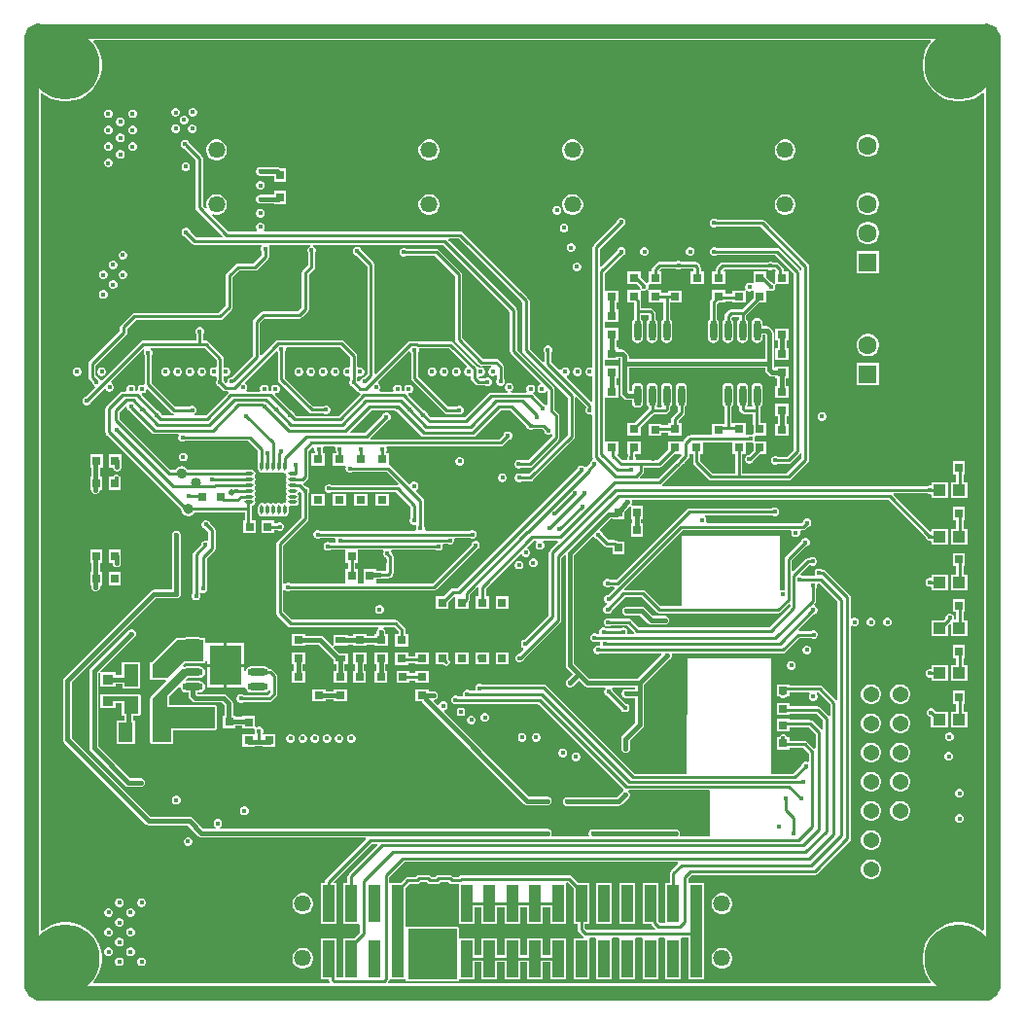
<source format=gbr>
G04*
G04 #@! TF.GenerationSoftware,Altium Limited,Altium Designer,24.1.2 (44)*
G04*
G04 Layer_Physical_Order=4*
G04 Layer_Color=16711680*
%FSLAX44Y44*%
%MOMM*%
G71*
G04*
G04 #@! TF.SameCoordinates,9C78AE07-0A78-4655-BEE4-92392129F010*
G04*
G04*
G04 #@! TF.FilePolarity,Positive*
G04*
G01*
G75*
%ADD10C,0.2540*%
%ADD12C,0.3810*%
%ADD23C,0.5000*%
%ADD26C,1.2300*%
%ADD37R,0.7000X0.8000*%
%ADD40R,0.8000X0.7000*%
%ADD52R,0.9500X0.9000*%
%ADD55O,0.6000X1.8000*%
%ADD115C,1.0000*%
%ADD117R,2.9617X2.9437*%
%ADD127R,1.3700X1.3700*%
%ADD128C,1.3700*%
%ADD129C,0.3000*%
%ADD130C,6.0000*%
%ADD131C,1.0000*%
%ADD132R,1.6000X1.6000*%
%ADD133C,1.6000*%
%ADD134C,1.4580*%
%ADD135C,0.4000*%
%ADD136C,0.4500*%
%ADD140C,0.3200*%
%ADD141R,0.9000X0.6000*%
%ADD142R,1.3000X1.1500*%
%ADD143R,1.1000X1.0000*%
%ADD144R,1.2700X1.6510*%
G04:AMPARAMS|DCode=145|XSize=0.2746mm|YSize=0.8048mm|CornerRadius=0.1373mm|HoleSize=0mm|Usage=FLASHONLY|Rotation=0.000|XOffset=0mm|YOffset=0mm|HoleType=Round|Shape=RoundedRectangle|*
%AMROUNDEDRECTD145*
21,1,0.2746,0.5302,0,0,0.0*
21,1,0.0000,0.8048,0,0,0.0*
1,1,0.2746,0.0000,-0.2651*
1,1,0.2746,0.0000,-0.2651*
1,1,0.2746,0.0000,0.2651*
1,1,0.2746,0.0000,0.2651*
%
%ADD145ROUNDEDRECTD145*%
G04:AMPARAMS|DCode=146|XSize=0.2746mm|YSize=0.8048mm|CornerRadius=0.1373mm|HoleSize=0mm|Usage=FLASHONLY|Rotation=270.000|XOffset=0mm|YOffset=0mm|HoleType=Round|Shape=RoundedRectangle|*
%AMROUNDEDRECTD146*
21,1,0.2746,0.5302,0,0,270.0*
21,1,0.0000,0.8048,0,0,270.0*
1,1,0.2746,-0.2651,0.0000*
1,1,0.2746,-0.2651,0.0000*
1,1,0.2746,0.2651,0.0000*
1,1,0.2746,0.2651,0.0000*
%
%ADD146ROUNDEDRECTD146*%
%ADD147R,2.5000X2.5000*%
%ADD148R,1.0000X3.2000*%
%ADD149R,2.7178X3.4036*%
%ADD150O,1.8000X0.6000*%
%ADD151R,1.3046X1.5208*%
%ADD152R,4.2901X4.3860*%
%ADD153R,1.2272X1.9424*%
G36*
X789069Y835651D02*
X789531Y834381D01*
X786822Y830653D01*
X784551Y826196D01*
X783006Y821439D01*
X782223Y816498D01*
Y811496D01*
X783006Y806555D01*
X784551Y801797D01*
X786822Y797340D01*
X789763Y793294D01*
X793300Y789756D01*
X797347Y786816D01*
X801804Y784545D01*
X806561Y782999D01*
X811502Y782217D01*
X816504D01*
X821445Y782999D01*
X826202Y784545D01*
X830659Y786816D01*
X834387Y789525D01*
X835657Y789063D01*
X835657Y60931D01*
X834387Y60469D01*
X830659Y63177D01*
X826202Y65448D01*
X821445Y66994D01*
X816504Y67777D01*
X811502D01*
X806561Y66994D01*
X801804Y65448D01*
X797347Y63177D01*
X793300Y60237D01*
X789763Y56700D01*
X786822Y52653D01*
X784551Y48196D01*
X783006Y43439D01*
X782223Y38498D01*
Y33496D01*
X783006Y28555D01*
X784551Y23798D01*
X786822Y19340D01*
X789526Y15619D01*
X789059Y14349D01*
X317288Y14349D01*
X316802Y15522D01*
X316953Y15672D01*
X317627Y16681D01*
X317721Y17155D01*
X318223Y18217D01*
X331126D01*
X331934Y17960D01*
X332383Y17196D01*
X332390Y17165D01*
X332783Y16576D01*
X333372Y16183D01*
X334066Y16044D01*
X376967D01*
X377661Y16183D01*
X378250Y16576D01*
X378644Y17165D01*
X378782Y17859D01*
Y18217D01*
X391783D01*
Y32887D01*
X398223D01*
Y18217D01*
X411783D01*
Y32887D01*
X418223D01*
Y18217D01*
X431783D01*
Y32887D01*
X438223D01*
Y18217D01*
X451783D01*
Y32887D01*
X458223D01*
Y18217D01*
X471783D01*
Y53777D01*
X458223D01*
Y39107D01*
X451783D01*
Y53777D01*
X438223D01*
Y39107D01*
X431783D01*
Y53777D01*
X418223D01*
Y39107D01*
X411783D01*
Y53777D01*
X398223D01*
Y39107D01*
X391783D01*
Y53777D01*
X378782D01*
Y61719D01*
X378644Y62413D01*
X378250Y63002D01*
X377661Y63396D01*
X376967Y63534D01*
X334066D01*
X333372Y63396D01*
X333111Y63222D01*
X332017Y63638D01*
X331842Y63784D01*
Y79499D01*
X331783Y79943D01*
Y97379D01*
X335354Y100950D01*
X342120D01*
X343310Y101187D01*
X344319Y101861D01*
X344929Y102471D01*
X350393D01*
X351003Y101861D01*
X352011Y101187D01*
X353201Y100950D01*
X359312D01*
X360502Y101187D01*
X361511Y101861D01*
X362121Y102471D01*
X369499D01*
X370109Y101861D01*
X371118Y101187D01*
X372308Y100950D01*
X378223D01*
Y66217D01*
X391783D01*
Y80887D01*
X398223D01*
Y66217D01*
X411783D01*
Y80887D01*
X418223D01*
Y66217D01*
X431783D01*
Y80887D01*
X438223D01*
Y66217D01*
X451783D01*
Y80887D01*
X458223D01*
Y66217D01*
X471783D01*
Y101777D01*
X472894Y102161D01*
X473345D01*
X478163Y97343D01*
Y87727D01*
X478223Y87426D01*
Y66217D01*
X481893D01*
Y61175D01*
X482130Y59985D01*
X482804Y58976D01*
X486342Y55438D01*
X486927Y55047D01*
X486542Y53777D01*
X478223D01*
Y18217D01*
X491783D01*
Y53257D01*
X491783Y53777D01*
X492742Y54527D01*
X497264D01*
X498223Y53777D01*
X498223Y53257D01*
Y18217D01*
X511783D01*
Y53257D01*
X511783Y53777D01*
X512742Y54527D01*
X517264D01*
X518223Y53777D01*
X518223Y53257D01*
Y18217D01*
X531783D01*
Y53257D01*
X531783Y53777D01*
X532742Y54527D01*
X537264D01*
X538223Y53777D01*
X538223Y53257D01*
Y18217D01*
X551783D01*
Y53257D01*
X551783Y53777D01*
X552742Y54527D01*
X557264D01*
X558223Y53777D01*
X558223Y53257D01*
Y18217D01*
X571783D01*
Y53257D01*
X571783Y53777D01*
X572742Y54527D01*
X578164D01*
Y35997D01*
X578223Y35552D01*
Y18217D01*
X591783D01*
Y35552D01*
X591842Y35997D01*
Y72228D01*
X591783Y72672D01*
Y101777D01*
X578355D01*
Y105572D01*
X581488Y108705D01*
X688133D01*
X689324Y108942D01*
X690332Y109616D01*
X718789Y138072D01*
X719463Y139081D01*
X719699Y140271D01*
Y325087D01*
X720889Y325693D01*
X722279Y325117D01*
X723782D01*
X725172Y325693D01*
X726235Y326756D01*
X726811Y328146D01*
Y329649D01*
X726235Y331039D01*
X725172Y332102D01*
X723782Y332677D01*
X722279D01*
X720889Y332102D01*
X719699Y332708D01*
Y350340D01*
X719463Y351530D01*
X718789Y352539D01*
X697606Y373721D01*
X696597Y374395D01*
X695407Y374632D01*
X694566D01*
X694192Y375006D01*
X692802Y375582D01*
X691298D01*
X689909Y375006D01*
X688846Y373943D01*
X688270Y372554D01*
Y371050D01*
X688618Y370211D01*
X687906Y368941D01*
X677168D01*
X676434Y369244D01*
X676013Y370619D01*
X684043Y378649D01*
X684213D01*
X684308Y378554D01*
X685697Y377979D01*
X687201D01*
X688590Y378554D01*
X689654Y379618D01*
X690229Y381007D01*
Y382511D01*
X689654Y383900D01*
X688590Y384964D01*
X687201Y385539D01*
X685697D01*
X684308Y384964D01*
X684213Y384869D01*
X682755D01*
X681565Y384632D01*
X680556Y383958D01*
X669696Y373097D01*
X668522Y373583D01*
Y382664D01*
X680453Y394595D01*
X680796D01*
X682185Y395170D01*
X683248Y396233D01*
X683824Y397623D01*
Y399127D01*
X683248Y400516D01*
X682185Y401579D01*
X680796Y402155D01*
X679292D01*
X677903Y401579D01*
X676839Y400516D01*
X676316Y399253D01*
X663214Y386151D01*
X662540Y385142D01*
X662303Y383952D01*
Y357322D01*
X661033Y356474D01*
X660867Y356542D01*
X659363D01*
X659130Y356446D01*
X657860Y357294D01*
Y403617D01*
X572196D01*
X572118Y342827D01*
X553992D01*
X540827Y355993D01*
X539818Y356667D01*
X538628Y356903D01*
X522912D01*
X522386Y358173D01*
X573087Y408875D01*
X667189D01*
X668038Y407605D01*
X667974Y407451D01*
Y405947D01*
X668549Y404558D01*
X669613Y403494D01*
X671002Y402919D01*
X672506D01*
X673895Y403494D01*
X674959Y404558D01*
X675534Y405947D01*
Y407451D01*
X675470Y407605D01*
X676319Y408875D01*
X678004D01*
X679194Y409112D01*
X680203Y409786D01*
X681906Y411489D01*
X682435D01*
X683824Y412064D01*
X684888Y413128D01*
X685463Y414517D01*
Y416021D01*
X684888Y417410D01*
X683824Y418473D01*
X682435Y419049D01*
X680931D01*
X679542Y418473D01*
X678479Y417410D01*
X678088Y416466D01*
X676716Y415095D01*
X594640D01*
X593791Y416365D01*
X594007Y416887D01*
Y418391D01*
X593432Y419780D01*
X592653Y420559D01*
X593054Y421829D01*
X651309D01*
X651404Y421734D01*
X652793Y421159D01*
X654297D01*
X655686Y421734D01*
X656750Y422798D01*
X657325Y424187D01*
Y425691D01*
X656750Y427080D01*
X655686Y428143D01*
X654297Y428719D01*
X652793D01*
X651404Y428143D01*
X651309Y428049D01*
X579040D01*
X577850Y427812D01*
X576841Y427138D01*
X515569Y365866D01*
X510209D01*
X510114Y365960D01*
X508725Y366536D01*
X507221D01*
X505832Y365960D01*
X504768Y364897D01*
X504193Y363508D01*
Y362004D01*
X504768Y360615D01*
X505832Y359551D01*
X507221Y358976D01*
X508725D01*
X510114Y359551D01*
X510209Y359646D01*
X513403D01*
X513889Y358473D01*
X508122Y352706D01*
X507988D01*
X506599Y352130D01*
X505536Y351067D01*
X504960Y349678D01*
Y348174D01*
X505536Y346785D01*
X506599Y345721D01*
X507434Y345376D01*
X507635Y344655D01*
X507221Y343501D01*
X505832Y342925D01*
X504768Y341862D01*
X504193Y340473D01*
Y338969D01*
X504768Y337580D01*
X505832Y336516D01*
X507221Y335941D01*
X508725D01*
X510114Y336516D01*
X511178Y337580D01*
X511753Y338969D01*
Y339103D01*
X523334Y350684D01*
X537340D01*
X550505Y337519D01*
X551514Y336845D01*
X552704Y336608D01*
X552704Y336608D01*
X656660D01*
X657850Y336845D01*
X658859Y337519D01*
X665864Y344524D01*
X667037Y344038D01*
Y342790D01*
X648773Y324526D01*
X535111D01*
X528616Y331020D01*
X527607Y331694D01*
X526418Y331931D01*
X510336D01*
X509150Y332422D01*
X507646D01*
X506257Y331847D01*
X505194Y330783D01*
X504618Y329394D01*
Y327890D01*
X505194Y326501D01*
X506257Y325438D01*
X507646Y324862D01*
X509150D01*
X510540Y325438D01*
X510813Y325712D01*
X525129D01*
X531250Y319591D01*
X530724Y318321D01*
X526053D01*
X525347Y319377D01*
X525412Y319532D01*
Y321036D01*
X524837Y322425D01*
X523773Y323489D01*
X522384Y324064D01*
X520880D01*
X519577Y323524D01*
X506813D01*
X506588Y323749D01*
X505199Y324325D01*
X503695D01*
X502306Y323749D01*
X501242Y322686D01*
X500667Y321297D01*
Y319793D01*
X500751Y319591D01*
X500011Y318484D01*
X498723Y318407D01*
X498714Y318415D01*
X497325Y318991D01*
X495821D01*
X494432Y318415D01*
X493368Y317352D01*
X492793Y315963D01*
Y314459D01*
X493368Y313070D01*
X494432Y312006D01*
X495821Y311431D01*
X497325D01*
X498714Y312006D01*
X498809Y312101D01*
X500568D01*
X500954Y311801D01*
X501006Y311744D01*
X501429Y310883D01*
Y310592D01*
X501337Y310131D01*
X501429Y309670D01*
Y309379D01*
X501496Y309217D01*
X501314Y308871D01*
X501068Y308610D01*
X500515Y308249D01*
X500033Y308449D01*
X498529D01*
X497139Y307873D01*
X496076Y306810D01*
X495501Y305421D01*
Y303917D01*
X496076Y302528D01*
X497139Y301464D01*
X498529Y300889D01*
X500033D01*
X501422Y301464D01*
X501601Y301644D01*
X554520D01*
X555006Y300471D01*
X534287Y279752D01*
X491778D01*
X485383Y286147D01*
X478890Y292640D01*
Y387179D01*
X495062Y403351D01*
X496560Y403053D01*
X496682Y402760D01*
X497745Y401697D01*
X498862Y401234D01*
X505134Y394962D01*
X506143Y394288D01*
X507333Y394051D01*
X512044D01*
Y387733D01*
X522604D01*
Y399293D01*
X516361D01*
X516293Y399360D01*
X515285Y400034D01*
X514095Y400271D01*
X508621D01*
X503667Y405225D01*
Y405653D01*
X503091Y407042D01*
X502028Y408106D01*
X501734Y408227D01*
X501436Y409725D01*
X510789Y419078D01*
X512059Y418904D01*
Y418710D01*
X522619D01*
Y424470D01*
X523405Y425647D01*
X523541Y426329D01*
X526789Y429577D01*
X528059Y429051D01*
Y418710D01*
X529582D01*
Y414781D01*
X528059D01*
Y403221D01*
X538619D01*
Y414781D01*
X537096D01*
Y418710D01*
X538619D01*
Y430270D01*
X529344D01*
X529079Y430542D01*
X528607Y431540D01*
X529034Y432569D01*
Y434073D01*
X528939Y434302D01*
X529644Y435358D01*
X752210D01*
X784762Y402806D01*
Y402673D01*
X785338Y401284D01*
X786401Y400221D01*
X787790Y399645D01*
X789294D01*
X789863Y399265D01*
Y396644D01*
X804423D01*
Y410204D01*
X789863D01*
Y408297D01*
X788593Y407771D01*
X756739Y439624D01*
X757265Y440894D01*
X786439D01*
X787705Y440370D01*
X789209D01*
X789863Y439933D01*
Y436628D01*
X804423D01*
Y450188D01*
X789863D01*
Y448367D01*
X789209Y447930D01*
X787705D01*
X786316Y447354D01*
X786075Y447114D01*
X555602D01*
X555217Y448384D01*
X555309Y448445D01*
X570086Y463223D01*
X570087Y463223D01*
X571096Y463897D01*
X574054Y466855D01*
X574728Y467864D01*
X574728Y467864D01*
X578311Y471447D01*
X578985Y472456D01*
X579222Y473646D01*
Y474355D01*
X579655Y475446D01*
X582325D01*
Y468157D01*
X582562Y466967D01*
X583236Y465958D01*
X595974Y453220D01*
X596983Y452546D01*
X598173Y452309D01*
X665287D01*
X666478Y452546D01*
X667486Y453220D01*
X682297Y468030D01*
X682971Y469039D01*
X683208Y470229D01*
Y638924D01*
X682971Y640114D01*
X682297Y641123D01*
X644822Y678598D01*
X643813Y679272D01*
X642623Y679509D01*
X602695D01*
X602600Y679603D01*
X601211Y680179D01*
X599707D01*
X598318Y679603D01*
X597254Y678540D01*
X596679Y677151D01*
Y675647D01*
X597254Y674258D01*
X598318Y673194D01*
X599707Y672619D01*
X601211D01*
X602600Y673194D01*
X602695Y673289D01*
X641335D01*
X676988Y637636D01*
Y635472D01*
X676805Y635400D01*
X675718Y635261D01*
X675195Y636043D01*
X657616Y653623D01*
X656607Y654297D01*
X655417Y654533D01*
X603022D01*
X602927Y654628D01*
X601538Y655204D01*
X600034D01*
X598645Y654628D01*
X597581Y653565D01*
X597006Y652176D01*
Y650672D01*
X597581Y649282D01*
X598645Y648219D01*
X600034Y647644D01*
X601538D01*
X602927Y648219D01*
X603022Y648314D01*
X654129D01*
X669886Y632556D01*
Y478626D01*
X664013Y472753D01*
X656137D01*
X656042Y472847D01*
X654653Y473423D01*
X653149D01*
X651760Y472847D01*
X650696Y471784D01*
X650121Y470395D01*
Y468891D01*
X650696Y467502D01*
X651760Y466438D01*
X653149Y465863D01*
X654653D01*
X656042Y466438D01*
X656137Y466533D01*
X665301D01*
X666491Y466770D01*
X667500Y467444D01*
X675195Y475139D01*
X675718Y475922D01*
X676805Y475782D01*
X676988Y475710D01*
Y471517D01*
X663999Y458529D01*
X625263D01*
Y475446D01*
X627934D01*
Y485512D01*
X630153D01*
X630248Y485418D01*
X631637Y484842D01*
X633141D01*
X633463Y484976D01*
X634733Y484127D01*
Y478575D01*
X630716Y474557D01*
X630505D01*
X629116Y473982D01*
X628052Y472919D01*
X627477Y471529D01*
Y470025D01*
X628052Y468636D01*
X629116Y467573D01*
X630505Y466997D01*
X632009D01*
X633398Y467573D01*
X634461Y468636D01*
X635037Y470025D01*
Y470083D01*
X640398Y475444D01*
X646293D01*
Y486004D01*
X636771D01*
X635922Y487274D01*
X636169Y487870D01*
Y489374D01*
X635838Y490174D01*
X636572Y491444D01*
X646293D01*
Y502004D01*
X640907D01*
Y516336D01*
X641561Y516773D01*
X642617Y518354D01*
X642988Y520219D01*
Y532219D01*
X642617Y534084D01*
X641561Y535665D01*
X639980Y536722D01*
X638115Y537093D01*
X636250Y536722D01*
X634669Y535665D01*
X633612Y534084D01*
X633241Y532219D01*
Y520219D01*
X633612Y518354D01*
X634185Y517496D01*
X633507Y516226D01*
X630023D01*
X629344Y517496D01*
X629917Y518354D01*
X630288Y520219D01*
Y532219D01*
X629917Y534084D01*
X628861Y535665D01*
X627280Y536722D01*
X625415Y537093D01*
X623550Y536722D01*
X621968Y535665D01*
X620912Y534084D01*
X620541Y532219D01*
Y520219D01*
X620912Y518354D01*
X621968Y516773D01*
X622305Y516548D01*
Y514604D01*
X622542Y513414D01*
X623216Y512405D01*
X624704Y510917D01*
X625713Y510243D01*
X626903Y510006D01*
X634687D01*
Y500331D01*
X634733Y500100D01*
Y493117D01*
X633463Y492269D01*
X633141Y492402D01*
X631637D01*
X630248Y491827D01*
X630153Y491732D01*
X627934D01*
Y502006D01*
X616374D01*
X615825Y503048D01*
Y516548D01*
X616161Y516773D01*
X617217Y518354D01*
X617588Y520219D01*
Y532219D01*
X617217Y534084D01*
X616161Y535665D01*
X614580Y536722D01*
X612715Y537093D01*
X610850Y536722D01*
X609268Y535665D01*
X608212Y534084D01*
X607841Y532219D01*
Y520219D01*
X608212Y518354D01*
X609268Y516773D01*
X609605Y516548D01*
Y501755D01*
X598914D01*
Y491732D01*
X580032D01*
X578842Y491495D01*
X577833Y490821D01*
X573913Y486901D01*
X573604Y486438D01*
X572464Y486006D01*
X572464Y486006D01*
X572464Y486006D01*
X560904D01*
Y478952D01*
X557892Y475941D01*
X557858Y475890D01*
X551673Y469704D01*
X549245D01*
X549075Y469671D01*
X545163D01*
X544994Y469704D01*
X533261D01*
X532555Y470760D01*
X532611Y470895D01*
Y472399D01*
X532036Y473788D01*
X531941Y473883D01*
Y475444D01*
X536646D01*
Y486004D01*
X525086D01*
Y475444D01*
X525721D01*
Y473883D01*
X525626Y473788D01*
X525051Y472399D01*
Y470895D01*
X525107Y470760D01*
X524401Y469704D01*
X520854D01*
X516383Y474175D01*
X516909Y475446D01*
X517385D01*
Y486006D01*
X505826D01*
X505635Y487197D01*
Y523046D01*
X505827Y524237D01*
X506905Y524237D01*
X517387D01*
Y534797D01*
X515364D01*
Y541279D01*
X517387D01*
Y551839D01*
X505827Y551839D01*
X505635Y553030D01*
Y556088D01*
X505827Y557279D01*
X506905Y557279D01*
X517387D01*
Y558802D01*
X518870D01*
X518900Y558771D01*
Y554824D01*
X518878Y554769D01*
Y553266D01*
X518900Y553210D01*
Y528451D01*
X519187Y527013D01*
X520001Y525794D01*
X522233Y523562D01*
X523452Y522748D01*
X524889Y522462D01*
X529101D01*
Y520219D01*
X529472Y518354D01*
X530528Y516773D01*
X532110Y515716D01*
X533975Y515345D01*
X535840Y515716D01*
X537421Y516773D01*
X538477Y518354D01*
X538848Y520219D01*
Y532219D01*
X538477Y534084D01*
X537421Y535665D01*
X535840Y536722D01*
X533975Y537093D01*
X532110Y536722D01*
X530528Y535665D01*
X529472Y534084D01*
X529101Y532219D01*
Y529976D01*
X526446D01*
X526415Y530007D01*
Y550260D01*
X645107D01*
Y548668D01*
X645393Y547230D01*
X646207Y546011D01*
X648439Y543779D01*
X649658Y542965D01*
X651096Y542679D01*
X653993D01*
Y541156D01*
X655727D01*
Y534735D01*
X653993D01*
Y524175D01*
X665553D01*
Y534735D01*
X663241D01*
Y541156D01*
X665553D01*
Y551716D01*
X653993D01*
Y550193D01*
X652652D01*
X652621Y550224D01*
Y553940D01*
X652716Y554168D01*
Y555672D01*
X652693Y555727D01*
Y580487D01*
X652407Y581925D01*
X651592Y583144D01*
X649361Y585376D01*
X648142Y586190D01*
X646704Y586476D01*
X642988D01*
Y588719D01*
X642617Y590584D01*
X641561Y592165D01*
X639980Y593222D01*
X638115Y593593D01*
X636250Y593222D01*
X634669Y592165D01*
X633612Y590584D01*
X633241Y588719D01*
Y576719D01*
X633612Y574854D01*
X634669Y573273D01*
X636250Y572216D01*
X638115Y571845D01*
X639980Y572216D01*
X641561Y573273D01*
X642617Y574854D01*
X642988Y576719D01*
Y578962D01*
X645148D01*
X645179Y578931D01*
Y557775D01*
X526415D01*
Y560327D01*
X526129Y561765D01*
X525314Y562984D01*
X523083Y565216D01*
X521864Y566030D01*
X520426Y566316D01*
X517387D01*
Y567839D01*
X515364D01*
Y574321D01*
X517387D01*
Y584881D01*
X505827Y584881D01*
X505635Y586072D01*
Y589130D01*
X505827Y590321D01*
X506905Y590321D01*
X517387D01*
Y600881D01*
X515364D01*
Y607117D01*
X517387D01*
Y617677D01*
X505827Y617677D01*
X505635Y618868D01*
Y632731D01*
X520621Y647717D01*
X520755D01*
X522144Y648292D01*
X523208Y649356D01*
X523783Y650745D01*
Y652249D01*
X523208Y653638D01*
X522144Y654701D01*
X520755Y655277D01*
X519251D01*
X517862Y654701D01*
X516799Y653638D01*
X516223Y652249D01*
Y652115D01*
X502350Y638242D01*
X501177Y638728D01*
Y653999D01*
X520559Y673381D01*
X520693D01*
X522082Y673956D01*
X523146Y675020D01*
X523721Y676409D01*
Y677913D01*
X523146Y679302D01*
X522082Y680365D01*
X520693Y680941D01*
X519189D01*
X517800Y680365D01*
X516736Y679302D01*
X516161Y677913D01*
Y677779D01*
X495868Y657486D01*
X495194Y656477D01*
X494957Y655287D01*
Y551292D01*
X493687Y550443D01*
X493206Y550642D01*
X491703D01*
X490313Y550067D01*
X489250Y549003D01*
X488675Y547614D01*
Y546110D01*
X489250Y544721D01*
X490313Y543658D01*
X491703Y543082D01*
X493206D01*
X493687Y543281D01*
X494957Y542433D01*
Y521323D01*
X493687Y520797D01*
X472463Y542020D01*
X472761Y543518D01*
X473098Y543658D01*
X474161Y544721D01*
X474736Y546110D01*
Y547614D01*
X474161Y549003D01*
X473098Y550067D01*
X471708Y550642D01*
X470205D01*
X468815Y550067D01*
X467752Y549003D01*
X467613Y548667D01*
X466115Y548369D01*
X459043Y555441D01*
Y563673D01*
X459138Y563768D01*
X459713Y565157D01*
Y566661D01*
X459138Y568050D01*
X458074Y569113D01*
X456685Y569689D01*
X455181D01*
X453792Y569113D01*
X452729Y568050D01*
X452153Y566661D01*
Y565157D01*
X452729Y563768D01*
X452823Y563673D01*
Y555682D01*
X451553Y555156D01*
X440009Y566701D01*
Y608627D01*
X439772Y609817D01*
X439098Y610826D01*
X439098Y610826D01*
X381768Y668156D01*
X380759Y668830D01*
X379569Y669066D01*
X209013D01*
X208487Y670336D01*
X208852Y670702D01*
X209428Y672091D01*
Y673595D01*
X208852Y674984D01*
X207789Y676047D01*
X206400Y676623D01*
X204896D01*
X203507Y676047D01*
X202443Y674984D01*
X201868Y673595D01*
Y672091D01*
X202443Y670702D01*
X202808Y670336D01*
X202282Y669066D01*
X177599D01*
X163911Y682755D01*
X164568Y683893D01*
X166309Y683427D01*
X168697D01*
X171004Y684045D01*
X173072Y685239D01*
X174761Y686928D01*
X175955Y688996D01*
X176573Y691303D01*
Y693691D01*
X175955Y695998D01*
X174761Y698066D01*
X173072Y699755D01*
X171004Y700949D01*
X168697Y701567D01*
X166309D01*
X164002Y700949D01*
X161934Y699755D01*
X160245Y698066D01*
X159051Y695998D01*
X158433Y693691D01*
Y691303D01*
X158899Y689562D01*
X157761Y688904D01*
X155498Y691167D01*
Y732801D01*
X155498Y732802D01*
X155262Y733991D01*
X154587Y735000D01*
X154587Y735000D01*
X143737Y745851D01*
X143204Y747138D01*
X142141Y748201D01*
X140751Y748777D01*
X139248D01*
X137858Y748201D01*
X136795Y747138D01*
X136219Y745749D01*
Y744245D01*
X136795Y742856D01*
X137858Y741792D01*
X139248Y741217D01*
X139575D01*
X149279Y731513D01*
Y689879D01*
X149515Y688689D01*
X150190Y687680D01*
X173003Y664867D01*
X172477Y663597D01*
X149776D01*
X144559Y668813D01*
Y668948D01*
X143984Y670337D01*
X142921Y671400D01*
X141531Y671976D01*
X140027D01*
X138638Y671400D01*
X137575Y670337D01*
X136999Y668948D01*
Y667444D01*
X137575Y666054D01*
X138638Y664991D01*
X140027Y664416D01*
X140161D01*
X146289Y658288D01*
X147298Y657614D01*
X148488Y657377D01*
X206428D01*
X206954Y656107D01*
X206858Y656011D01*
X206282Y654621D01*
Y653118D01*
X206858Y651728D01*
X206952Y651634D01*
Y648510D01*
X199597Y641155D01*
X186037D01*
X184847Y640918D01*
X183838Y640244D01*
X176334Y632740D01*
X175660Y631731D01*
X175424Y630541D01*
Y604243D01*
X169345Y598165D01*
X95951D01*
X95951Y598165D01*
X94761Y597928D01*
X93752Y597254D01*
X84418Y587920D01*
X83744Y586911D01*
X83507Y585721D01*
Y582522D01*
X57007Y556022D01*
X56333Y555013D01*
X56097Y553823D01*
Y542373D01*
X56333Y541183D01*
X57007Y540174D01*
X59352Y537829D01*
Y537330D01*
X59928Y535941D01*
X60991Y534878D01*
X61426Y534698D01*
X61724Y533200D01*
X53843Y525319D01*
X53792D01*
X52403Y524744D01*
X51340Y523680D01*
X50764Y522291D01*
Y520787D01*
X51340Y519398D01*
X52403Y518335D01*
X53792Y517759D01*
X55296D01*
X56686Y518335D01*
X57749Y519398D01*
X58324Y520787D01*
Y521005D01*
X69342Y532023D01*
X70840Y531725D01*
X71040Y531244D01*
X72103Y530180D01*
X73492Y529605D01*
X74996D01*
X76385Y530180D01*
X77449Y531244D01*
X78024Y532633D01*
Y534137D01*
X77449Y535526D01*
X76385Y536589D01*
X75904Y536789D01*
X75606Y538287D01*
X104225Y566906D01*
X104250Y566907D01*
X104687Y566007D01*
X104683Y565544D01*
X104671Y565532D01*
X104096Y564143D01*
Y562639D01*
X104671Y561250D01*
X104700Y561221D01*
Y536421D01*
X103665Y535605D01*
X103458Y535560D01*
X103328Y535614D01*
X101824D01*
X100435Y535039D01*
X99371Y533976D01*
X98796Y532586D01*
Y531151D01*
X98424Y530800D01*
X97780Y530310D01*
X96856Y531083D01*
Y532586D01*
X96280Y533976D01*
X95217Y535039D01*
X93828Y535614D01*
X92324D01*
X90935Y535039D01*
X89871Y533976D01*
X89296Y532586D01*
Y531082D01*
X89372Y530898D01*
X88524Y529628D01*
X85678D01*
X84488Y529391D01*
X83479Y528717D01*
X71528Y516767D01*
X70854Y515758D01*
X70618Y514568D01*
Y494647D01*
X70854Y493457D01*
X71528Y492448D01*
X136481Y427495D01*
X136478Y427479D01*
X136966Y425028D01*
X138354Y422951D01*
X140431Y421563D01*
X142881Y421076D01*
X145331Y421563D01*
X147409Y422951D01*
X148356Y424369D01*
X192153D01*
Y417757D01*
X190874D01*
Y406197D01*
X201434D01*
Y417757D01*
X198372D01*
Y430125D01*
X199236Y430297D01*
X200279Y430994D01*
X200976Y432037D01*
X201221Y433267D01*
X200976Y434497D01*
X200775Y434798D01*
X200373Y435767D01*
X200775Y436736D01*
X200976Y437037D01*
X201221Y438267D01*
X200976Y439497D01*
X200775Y439798D01*
X200373Y440767D01*
X200775Y441736D01*
X200976Y442037D01*
X201221Y443267D01*
X200976Y444497D01*
X200775Y444798D01*
X200373Y445767D01*
X200775Y446736D01*
X200976Y447037D01*
X201221Y448267D01*
X200976Y449497D01*
X200775Y449798D01*
X200373Y450767D01*
X200775Y451736D01*
X200976Y452037D01*
X201221Y453267D01*
X200976Y454497D01*
X200775Y454798D01*
X200373Y455767D01*
X200775Y456736D01*
X200976Y457037D01*
X201221Y458267D01*
X200976Y459497D01*
X200279Y460540D01*
X199236Y461237D01*
X198006Y461482D01*
X192704D01*
X192176Y461377D01*
X142606D01*
X141659Y462794D01*
X139581Y464183D01*
X137131Y464670D01*
X134681Y464183D01*
X132604Y462794D01*
X131656Y461377D01*
X127397D01*
X82996Y505777D01*
Y511747D01*
X88026Y516777D01*
X89296Y516251D01*
Y515483D01*
X89871Y514094D01*
X90935Y513030D01*
X92084Y512554D01*
X111111Y493528D01*
X112120Y492854D01*
X113310Y492617D01*
X133770D01*
X134457Y491347D01*
X134092Y490466D01*
Y488962D01*
X134668Y487573D01*
X135731Y486510D01*
X137120Y485934D01*
X138624D01*
X140013Y486510D01*
X140108Y486604D01*
X195090D01*
X203604Y478090D01*
Y468557D01*
X203666Y468244D01*
Y467452D01*
X203664Y467442D01*
Y462140D01*
X203909Y460910D01*
X204606Y459867D01*
X205649Y459170D01*
X206879Y458925D01*
X208109Y459170D01*
X208410Y459371D01*
X209379Y459773D01*
X210348Y459371D01*
X210649Y459170D01*
X211879Y458925D01*
X213109Y459170D01*
X213410Y459371D01*
X214379Y459773D01*
X215348Y459371D01*
X215649Y459170D01*
X216879Y458925D01*
X218109Y459170D01*
X218410Y459371D01*
X219379Y459773D01*
X220348Y459371D01*
X220649Y459170D01*
X221879Y458925D01*
X223109Y459170D01*
X223410Y459371D01*
X224379Y459773D01*
X225348Y459371D01*
X225649Y459170D01*
X226392Y459022D01*
X227141Y458528D01*
X227634Y457780D01*
X227782Y457037D01*
X227983Y456736D01*
X228385Y455767D01*
X227983Y454798D01*
X227782Y454497D01*
X227537Y453267D01*
X227782Y452037D01*
X227983Y451736D01*
X228385Y450767D01*
X227983Y449798D01*
X227782Y449497D01*
X227537Y448267D01*
X227782Y447037D01*
X227983Y446736D01*
X228385Y445767D01*
X227983Y444798D01*
X227782Y444497D01*
X227537Y443267D01*
X227782Y442037D01*
X227983Y441736D01*
X228385Y440767D01*
X227983Y439798D01*
X227782Y439497D01*
X227537Y438267D01*
X227782Y437037D01*
X227983Y436736D01*
X228385Y435767D01*
X227983Y434798D01*
X227782Y434497D01*
X227634Y433753D01*
X227141Y433005D01*
X226392Y432512D01*
X225649Y432364D01*
X225348Y432163D01*
X224379Y431761D01*
X223410Y432163D01*
X223109Y432364D01*
X221879Y432609D01*
X220649Y432364D01*
X220348Y432163D01*
X219379Y431761D01*
X218410Y432163D01*
X218109Y432364D01*
X216879Y432609D01*
X215649Y432364D01*
X215348Y432163D01*
X214379Y431761D01*
X213410Y432163D01*
X213109Y432364D01*
X211879Y432609D01*
X210649Y432364D01*
X210348Y432163D01*
X209379Y431761D01*
X208410Y432163D01*
X208109Y432364D01*
X206879Y432609D01*
X205649Y432364D01*
X204606Y431667D01*
X203909Y430624D01*
X203664Y429394D01*
Y424092D01*
X203909Y422862D01*
X204606Y421819D01*
X205649Y421122D01*
X206879Y420877D01*
X208109Y421122D01*
X208410Y421323D01*
X209379Y421725D01*
X210348Y421323D01*
X210649Y421122D01*
X211879Y420877D01*
X213109Y421122D01*
X213410Y421323D01*
X214379Y421725D01*
X215348Y421323D01*
X215649Y421122D01*
X216879Y420877D01*
X218109Y421122D01*
X218410Y421323D01*
X219379Y421725D01*
X220348Y421323D01*
X220649Y421122D01*
X221879Y420877D01*
X223109Y421122D01*
X223410Y421323D01*
X224379Y421725D01*
X225348Y421323D01*
X225649Y421122D01*
X226879Y420877D01*
X228109Y421122D01*
X229152Y421819D01*
X229849Y422862D01*
X230094Y424092D01*
Y428888D01*
X230514Y429632D01*
X231258Y430052D01*
X236054D01*
X237284Y430297D01*
X238327Y430994D01*
X239024Y432037D01*
X239269Y433267D01*
X239024Y434497D01*
X238823Y434798D01*
X238421Y435767D01*
X238823Y436736D01*
X239024Y437037D01*
X239269Y438267D01*
X239024Y439497D01*
X238823Y439798D01*
X238421Y440767D01*
X238823Y441736D01*
X239024Y442037D01*
X239106Y442449D01*
X239550Y442584D01*
X240805Y442412D01*
X241380Y441023D01*
X241475Y440928D01*
Y420339D01*
X220305Y399169D01*
X219631Y398160D01*
X219394Y396970D01*
Y337095D01*
X219631Y335905D01*
X220305Y334896D01*
X229740Y325461D01*
X230749Y324787D01*
X231939Y324550D01*
X308375D01*
X308628Y323280D01*
X308558Y323251D01*
X307495Y322188D01*
X306919Y320799D01*
Y319295D01*
X305961Y318562D01*
X304919D01*
Y316915D01*
X297942D01*
Y318562D01*
X286382D01*
Y316915D01*
X281705D01*
Y317813D01*
X269145D01*
X269145Y309246D01*
Y309243D01*
Y309243D01*
X269145Y308923D01*
X268629Y308709D01*
X267875Y308397D01*
X260582Y315690D01*
X259363Y316505D01*
X257925Y316791D01*
X257780Y316762D01*
X257602Y316797D01*
X257263Y316938D01*
X256896D01*
X256387Y317039D01*
X244736D01*
Y318562D01*
X233176D01*
Y308002D01*
X244736D01*
Y309524D01*
X255404D01*
X255759Y309378D01*
X256267D01*
X269145Y296500D01*
Y292253D01*
X271541D01*
Y286382D01*
X269392D01*
Y275822D01*
X280952D01*
Y286382D01*
X279056D01*
Y292253D01*
X281705D01*
Y301814D01*
X274459D01*
X269289Y306984D01*
X269815Y308253D01*
X270135Y308253D01*
X270135Y308253D01*
X270138Y308253D01*
X281705D01*
Y309400D01*
X286382D01*
Y308002D01*
X297942D01*
Y309400D01*
X304919D01*
Y308002D01*
X316479D01*
Y318562D01*
X315438D01*
X314480Y319295D01*
Y320799D01*
X313904Y322188D01*
X312841Y323251D01*
X312771Y323280D01*
X313024Y324550D01*
X322317D01*
X325909Y320959D01*
Y318277D01*
X323081D01*
Y307717D01*
X334641D01*
Y318277D01*
X332128D01*
Y322247D01*
X331891Y323437D01*
X331217Y324446D01*
X325804Y329859D01*
X324795Y330533D01*
X323605Y330770D01*
X233227D01*
X225614Y338383D01*
Y356296D01*
X226884Y356822D01*
X227463Y356243D01*
X228853Y355667D01*
X230356D01*
X231746Y356243D01*
X231840Y356338D01*
X356611D01*
X357801Y356574D01*
X358810Y357248D01*
X393623Y392061D01*
X393757D01*
X395146Y392637D01*
X396209Y393700D01*
X396785Y395089D01*
Y396593D01*
X396209Y397983D01*
X395146Y399046D01*
X393757Y399621D01*
X392253D01*
X390864Y399046D01*
X389800Y397983D01*
X389225Y396593D01*
Y396459D01*
X355323Y362557D01*
X306651D01*
X306343Y363700D01*
X306343Y363827D01*
Y366347D01*
X309304D01*
X309372Y366360D01*
X310092D01*
X311482Y366936D01*
X311576Y367030D01*
X316968D01*
X318158Y367267D01*
X319167Y367941D01*
X320655Y369429D01*
X321329Y370438D01*
X321566Y371628D01*
Y385950D01*
X321329Y387140D01*
X320655Y388149D01*
X320025Y388778D01*
Y389308D01*
X319494Y390591D01*
X319686Y391132D01*
X320082Y391861D01*
X358406D01*
X358599Y391669D01*
X359988Y391093D01*
X361492D01*
X362881Y391669D01*
X363944Y392732D01*
X364520Y394121D01*
Y395625D01*
X364411Y395888D01*
X365116Y396944D01*
X368492D01*
X368563Y396873D01*
X369953Y396298D01*
X371456D01*
X372846Y396873D01*
X373909Y397937D01*
X374484Y399326D01*
Y400830D01*
X374414Y401000D01*
X375119Y402056D01*
X388017D01*
X388156Y401917D01*
X389546Y401342D01*
X391049D01*
X392439Y401917D01*
X393502Y402980D01*
X394077Y404370D01*
Y405874D01*
X393502Y407263D01*
X392439Y408326D01*
X391049Y408902D01*
X389546D01*
X388156Y408326D01*
X388106Y408276D01*
X349435D01*
X348586Y409546D01*
X348715Y409857D01*
Y411361D01*
X348140Y412750D01*
X348065Y412824D01*
Y434699D01*
X348065Y434699D01*
X347828Y435889D01*
X347154Y436898D01*
X341300Y442752D01*
X341548Y443998D01*
X341745Y444080D01*
X342808Y445143D01*
X343384Y446533D01*
Y448036D01*
X342808Y449426D01*
X341745Y450489D01*
X340355Y451064D01*
X338852D01*
X337462Y450489D01*
X336399Y449426D01*
X336317Y449228D01*
X335072Y448980D01*
X319068Y464984D01*
X318060Y465658D01*
X317379Y465793D01*
Y475850D01*
X315787D01*
X315627Y476101D01*
X315211Y477121D01*
X315695Y478289D01*
Y479793D01*
X315412Y480476D01*
X316215Y481746D01*
X414721D01*
X415911Y481983D01*
X416920Y482657D01*
X421651Y487388D01*
X421786D01*
X423175Y487964D01*
X424238Y489027D01*
X424814Y490416D01*
Y491920D01*
X424238Y493310D01*
X423175Y494373D01*
X421786Y494948D01*
X420282D01*
X418893Y494373D01*
X417829Y493310D01*
X417254Y491920D01*
Y491786D01*
X413433Y487966D01*
X301789D01*
X301262Y489235D01*
X315799Y503772D01*
X315933D01*
X317322Y504347D01*
X318385Y505411D01*
X318961Y506800D01*
Y508304D01*
X318385Y509693D01*
X317322Y510756D01*
X315933Y511332D01*
X314429D01*
X313040Y510756D01*
X311976Y509693D01*
X311401Y508304D01*
Y508170D01*
X296807Y493576D01*
X284142D01*
X283656Y494749D01*
X302031Y513125D01*
X322649D01*
X322997Y512776D01*
X324386Y512201D01*
X324775D01*
X345812Y491164D01*
X345812Y491163D01*
X346821Y490489D01*
X348011Y490253D01*
X390753D01*
X391943Y490489D01*
X392952Y491163D01*
X414913Y513125D01*
X423413D01*
X437219Y499319D01*
Y499184D01*
X437794Y497795D01*
X438858Y496732D01*
X440247Y496156D01*
X441751D01*
X443140Y496732D01*
X443235Y496827D01*
X450965D01*
X452687Y495104D01*
Y494970D01*
X453262Y493581D01*
X454326Y492518D01*
X455715Y491942D01*
X457219D01*
X458608Y492518D01*
X458662Y492572D01*
X459932Y492046D01*
Y490746D01*
X438815Y469629D01*
X432826D01*
X432732Y469724D01*
X431342Y470299D01*
X429839D01*
X428449Y469724D01*
X427386Y468660D01*
X426810Y467271D01*
Y465767D01*
X427386Y464378D01*
X428449Y463315D01*
X429839Y462739D01*
X431342D01*
X432732Y463315D01*
X432826Y463409D01*
X440103D01*
X441293Y463646D01*
X442302Y464320D01*
X465241Y487259D01*
X465241Y487259D01*
X465915Y488268D01*
X466152Y489458D01*
X466152Y489458D01*
Y508508D01*
X465915Y509698D01*
X465241Y510707D01*
X461708Y514240D01*
Y532002D01*
X461471Y533192D01*
X460797Y534201D01*
X429142Y565856D01*
Y600421D01*
X428905Y601612D01*
X428231Y602621D01*
X369275Y661577D01*
X369801Y662847D01*
X378281D01*
X433789Y607338D01*
Y565413D01*
X434026Y564223D01*
X434700Y563214D01*
X473532Y524382D01*
Y491899D01*
X439402Y457770D01*
X433274D01*
X433179Y457864D01*
X431790Y458440D01*
X430286D01*
X428897Y457864D01*
X427834Y456801D01*
X427258Y455412D01*
Y453908D01*
X427834Y452519D01*
X428897Y451455D01*
X430286Y450880D01*
X431790D01*
X433179Y451455D01*
X433274Y451550D01*
X440690D01*
X441880Y451787D01*
X442889Y452461D01*
X478840Y488412D01*
X479514Y489421D01*
X479751Y490611D01*
Y524141D01*
X481021Y524667D01*
X489345Y516343D01*
Y515521D01*
X489250Y515426D01*
X488675Y514036D01*
Y512533D01*
X489250Y511143D01*
X490313Y510080D01*
X491703Y509505D01*
X493206D01*
X493687Y509704D01*
X494957Y508855D01*
Y472634D01*
X495194Y471444D01*
X495256Y471352D01*
X494887Y470136D01*
X494493Y469973D01*
X493430Y468910D01*
X492855Y467520D01*
Y467386D01*
X489641Y464173D01*
X489576Y464075D01*
X489405Y463997D01*
X487995Y463996D01*
X487373Y464618D01*
X485984Y465193D01*
X484480D01*
X483091Y464618D01*
X482028Y463554D01*
X481452Y462165D01*
Y462031D01*
X377570Y358149D01*
X373556D01*
X372366Y357912D01*
X371357Y357238D01*
X365216Y351097D01*
X358054D01*
Y340537D01*
X369614D01*
Y346699D01*
X374380Y351465D01*
X375498Y350787D01*
Y340537D01*
X387058D01*
Y346699D01*
X387207Y346848D01*
X387881Y347857D01*
X388117Y349047D01*
Y353154D01*
X394617Y359654D01*
X395275Y359479D01*
X395847Y359088D01*
Y351097D01*
X392941D01*
Y340537D01*
X404501D01*
Y351097D01*
X402066D01*
Y358038D01*
X431897Y387869D01*
X433395Y387571D01*
X433545Y387207D01*
X434609Y386144D01*
X435998Y385568D01*
X437502D01*
X438891Y386144D01*
X439954Y387207D01*
X440530Y388597D01*
Y390100D01*
X439954Y391490D01*
X438891Y392553D01*
X438528Y392704D01*
X438230Y394202D01*
X443759Y399731D01*
X445783D01*
X446309Y398461D01*
X445731Y397884D01*
X445156Y396495D01*
Y394991D01*
X445731Y393601D01*
X446795Y392538D01*
X448184Y391963D01*
X449688D01*
X451077Y392538D01*
X452141Y393601D01*
X452716Y394991D01*
Y396495D01*
X452141Y397884D01*
X451563Y398461D01*
X452089Y399731D01*
X464232D01*
X464718Y398558D01*
X457798Y391638D01*
X457124Y390629D01*
X456887Y389439D01*
Y334879D01*
X435576Y313568D01*
X435389D01*
X434000Y312993D01*
X432936Y311929D01*
X432361Y310540D01*
Y309036D01*
X432936Y307647D01*
X434000Y306584D01*
X434260Y306476D01*
X434558Y304978D01*
X430924Y301344D01*
X430639D01*
X429249Y300768D01*
X428186Y299705D01*
X427610Y298316D01*
Y296812D01*
X428186Y295422D01*
X429249Y294359D01*
X430639Y293784D01*
X432142D01*
X433531Y294359D01*
X434595Y295422D01*
X435158Y296781D01*
X466768Y328391D01*
X467442Y329400D01*
X467679Y330590D01*
Y384711D01*
X470202Y387235D01*
X471375Y386749D01*
Y291084D01*
X471661Y289646D01*
X472476Y288427D01*
X477413Y283490D01*
X473046Y279124D01*
X472991Y279101D01*
X471928Y278038D01*
X471353Y276649D01*
Y275145D01*
X471928Y273756D01*
X472991Y272692D01*
X474381Y272117D01*
X475885D01*
X477274Y272692D01*
X478337Y273756D01*
X478360Y273811D01*
X482726Y278177D01*
X487565Y273338D01*
X488784Y272524D01*
X490222Y272238D01*
X505625D01*
X506151Y270968D01*
X505718Y270535D01*
X505143Y269145D01*
Y267642D01*
X505718Y266252D01*
X506782Y265189D01*
X508171Y264613D01*
X508281D01*
X519361Y253534D01*
Y253376D01*
X519936Y251987D01*
X521000Y250923D01*
X522389Y250348D01*
X523893D01*
X525282Y250923D01*
X526345Y251987D01*
X526921Y253376D01*
Y254880D01*
X526345Y256269D01*
X525282Y257332D01*
X523893Y257908D01*
X523783D01*
X512703Y268988D01*
Y269145D01*
X512127Y270535D01*
X511694Y270968D01*
X512220Y272238D01*
X532086D01*
Y270422D01*
X523900D01*
X523832Y270409D01*
X523112D01*
X521723Y269833D01*
X520659Y268770D01*
X520084Y267381D01*
Y265877D01*
X520659Y264487D01*
X521723Y263424D01*
X523112Y262849D01*
X524616D01*
X524759Y262908D01*
X532086D01*
Y241201D01*
X520957Y230072D01*
X520143Y228853D01*
X519857Y227416D01*
Y219505D01*
X519834Y219450D01*
Y217946D01*
X520409Y216556D01*
X521473Y215493D01*
X522862Y214918D01*
X524366D01*
X525755Y215493D01*
X526819Y216556D01*
X527394Y217946D01*
Y219450D01*
X527371Y219505D01*
Y225859D01*
X538500Y236988D01*
X539315Y238207D01*
X539601Y239645D01*
Y266629D01*
Y274438D01*
X561399Y296237D01*
X562032Y296499D01*
X563095Y297562D01*
X563670Y298952D01*
Y300455D01*
X563615Y300588D01*
X564321Y301644D01*
X660586D01*
X661776Y301881D01*
X662785Y302555D01*
X675125Y314895D01*
X685063D01*
X685158Y314800D01*
X686547Y314225D01*
X688051D01*
X689440Y314800D01*
X690503Y315864D01*
X691079Y317253D01*
Y318757D01*
X690503Y320146D01*
X689440Y321209D01*
X688051Y321785D01*
X686547D01*
X685158Y321209D01*
X685063Y321115D01*
X674819D01*
X674293Y322385D01*
X687469Y335561D01*
X687797D01*
X689186Y336136D01*
X690249Y337200D01*
X690825Y338589D01*
Y340093D01*
X690249Y341482D01*
X689186Y342545D01*
X688068Y343009D01*
X687557Y344294D01*
X688736Y345473D01*
X689410Y346482D01*
X689647Y347672D01*
Y358363D01*
X689742Y358458D01*
X690317Y359847D01*
Y361351D01*
X690187Y361665D01*
X690892Y362721D01*
X692312D01*
X708072Y346962D01*
Y261473D01*
X707578Y261160D01*
X706802Y260990D01*
X694916Y272875D01*
X693907Y273549D01*
X692718Y273786D01*
X666671D01*
Y274688D01*
X655111D01*
Y264128D01*
X657780D01*
X658559Y263350D01*
X659948Y262774D01*
X661452D01*
X662841Y263350D01*
X663620Y264128D01*
X666671D01*
Y267567D01*
X683419D01*
X683945Y266297D01*
X683706Y266058D01*
X683130Y264668D01*
Y263165D01*
X683706Y261775D01*
X684769Y260712D01*
X686159Y260136D01*
X687662D01*
X689052Y260712D01*
X690115Y261775D01*
X690690Y263165D01*
Y264668D01*
X690115Y266058D01*
X690055Y266118D01*
X690518Y267301D01*
X691575Y267421D01*
X701690Y257306D01*
Y247752D01*
X700935Y247377D01*
X700420Y247306D01*
X693009Y254716D01*
X692000Y255390D01*
X690810Y255627D01*
X666671D01*
Y258688D01*
X655111D01*
Y248128D01*
X666671D01*
Y249408D01*
X689522D01*
X695235Y243695D01*
Y235656D01*
X693965Y235183D01*
X686403Y242745D01*
X685394Y243419D01*
X684204Y243656D01*
X666670D01*
Y244558D01*
X655110D01*
Y233998D01*
X666670D01*
Y237437D01*
X682916D01*
X688991Y231362D01*
Y219317D01*
X687721Y218791D01*
X681925Y224587D01*
X680917Y225261D01*
X679726Y225497D01*
X666670D01*
Y228558D01*
X664530D01*
X664094Y229609D01*
X663031Y230672D01*
X661642Y231248D01*
X660138D01*
X658749Y230672D01*
X657685Y229609D01*
X657250Y228558D01*
X655110D01*
Y217998D01*
X666670D01*
Y219278D01*
X678438D01*
X682991Y214725D01*
Y207924D01*
X681721Y207076D01*
X681378Y207218D01*
X679874D01*
X678485Y206642D01*
X677421Y205579D01*
X676846Y204190D01*
Y204056D01*
X669675Y196885D01*
X650760D01*
X650063Y197866D01*
X650063Y198155D01*
Y297659D01*
X577224D01*
X577096Y198155D01*
X577096Y197866D01*
X576399Y196885D01*
X531575D01*
X454748Y273712D01*
X453739Y274386D01*
X452549Y274623D01*
X398513D01*
X397142Y275191D01*
X395639D01*
X394249Y274615D01*
X393186Y273552D01*
X392610Y272162D01*
Y270659D01*
X392723Y270388D01*
X392017Y269332D01*
X387953D01*
X387817Y269467D01*
X386428Y270043D01*
X384924D01*
X383535Y269467D01*
X382471Y268404D01*
X381896Y267015D01*
Y265511D01*
X381968Y265338D01*
X381119Y264068D01*
X377871D01*
X377613Y264326D01*
X376224Y264901D01*
X374720D01*
X373331Y264326D01*
X372267Y263263D01*
X371692Y261873D01*
Y260369D01*
X372267Y258980D01*
X373331Y257917D01*
X374720Y257341D01*
X376224D01*
X377449Y257849D01*
X447543D01*
X521896Y183496D01*
X522065Y183383D01*
X521924Y181950D01*
X521473Y181763D01*
X520409Y180700D01*
X520387Y180645D01*
X516236Y176494D01*
X473429D01*
X473374Y176517D01*
X471870D01*
X470481Y175942D01*
X469417Y174878D01*
X468842Y173489D01*
Y171985D01*
X469417Y170596D01*
X470481Y169533D01*
X471870Y168957D01*
X473374D01*
X473429Y168980D01*
X517792D01*
X519230Y169266D01*
X520449Y170080D01*
X525700Y175331D01*
X525755Y175354D01*
X526819Y176418D01*
X527394Y177807D01*
Y179311D01*
X526819Y180700D01*
X526203Y181315D01*
X526730Y182585D01*
X595946D01*
X596843Y181686D01*
X596792Y142174D01*
X571575D01*
X570732Y143444D01*
X570986Y144058D01*
Y145561D01*
X570410Y146951D01*
X569347Y148014D01*
X567958Y148589D01*
X566454D01*
X566363Y148552D01*
X496071D01*
X496052Y148560D01*
X494548D01*
X493159Y147985D01*
X492095Y146921D01*
X491520Y145532D01*
Y144028D01*
X491762Y143444D01*
X490914Y142174D01*
X459613D01*
X458880Y143444D01*
X459212Y144245D01*
Y145749D01*
X458636Y147138D01*
X457573Y148201D01*
X456183Y148777D01*
X454680D01*
X454625Y148754D01*
X170507D01*
X170254Y150024D01*
X170756Y150232D01*
X171819Y151295D01*
X172394Y152684D01*
Y154188D01*
X171819Y155577D01*
X170756Y156641D01*
X169366Y157216D01*
X167862D01*
X166473Y156641D01*
X165410Y155577D01*
X164834Y154188D01*
Y152684D01*
X165410Y151295D01*
X166473Y150232D01*
X166975Y150024D01*
X166722Y148754D01*
X156156D01*
X146706Y158205D01*
X145487Y159019D01*
X144049Y159305D01*
X143587D01*
X143444Y159364D01*
X141940D01*
X141885Y159341D01*
X110211D01*
X41390Y228163D01*
Y276391D01*
X114599Y349600D01*
X131592D01*
X131647Y349578D01*
X133151D01*
X134540Y350153D01*
X135604Y351216D01*
X136179Y352606D01*
Y354109D01*
X136140Y354203D01*
Y403964D01*
X136163Y404019D01*
Y405523D01*
X135588Y406912D01*
X134524Y407976D01*
X133135Y408551D01*
X131631D01*
X130242Y407976D01*
X129178Y406912D01*
X128603Y405523D01*
Y404019D01*
X128626Y403964D01*
Y357115D01*
X113042D01*
X111605Y356829D01*
X110386Y356014D01*
X34976Y280604D01*
X34161Y279385D01*
X33875Y277948D01*
Y226607D01*
X34161Y225169D01*
X34976Y223950D01*
X105998Y152928D01*
X107217Y152113D01*
X108655Y151827D01*
X141885D01*
X141940Y151804D01*
X142479D01*
X151943Y142340D01*
X153162Y141526D01*
X154600Y141240D01*
X297241D01*
X297727Y140066D01*
X262804Y105144D01*
X262130Y104135D01*
X261893Y102945D01*
Y101777D01*
X258223D01*
Y66217D01*
X271783D01*
Y101777D01*
X269892D01*
X269406Y102950D01*
X302410Y135954D01*
X307362D01*
X307848Y134781D01*
X282538Y109471D01*
X281864Y108462D01*
X281627Y107272D01*
Y101777D01*
X278223D01*
Y66217D01*
X291783D01*
X292223Y65129D01*
Y58614D01*
X287385Y53777D01*
X278223D01*
Y19493D01*
X271783D01*
Y53777D01*
X258223D01*
Y18217D01*
X265076D01*
Y17871D01*
X265313Y16681D01*
X265987Y15672D01*
X266137Y15522D01*
X265651Y14349D01*
X60947Y14349D01*
X60480Y15619D01*
X63184Y19340D01*
X65455Y23798D01*
X67000Y28555D01*
X67783Y33496D01*
Y38498D01*
X67000Y43439D01*
X65455Y48196D01*
X63184Y52653D01*
X60244Y56700D01*
X56706Y60237D01*
X52659Y63177D01*
X48202Y65448D01*
X43445Y66994D01*
X38504Y67777D01*
X33502D01*
X28561Y66994D01*
X23804Y65448D01*
X19347Y63177D01*
X15625Y60473D01*
X14355Y60941D01*
X14355Y789053D01*
X15625Y789520D01*
X19347Y786816D01*
X23804Y784545D01*
X28561Y782999D01*
X33502Y782217D01*
X38504D01*
X43445Y782999D01*
X48202Y784545D01*
X52659Y786816D01*
X56706Y789756D01*
X60244Y793294D01*
X63184Y797340D01*
X65455Y801797D01*
X67000Y806555D01*
X67783Y811496D01*
Y816498D01*
X67000Y821439D01*
X65455Y826196D01*
X63184Y830653D01*
X60475Y834381D01*
X60937Y835651D01*
X789069Y835651D01*
D02*
G37*
G36*
X167614Y556899D02*
Y551339D01*
X166344Y550491D01*
X165978Y550642D01*
X164475D01*
X163085Y550067D01*
X162022Y549003D01*
X161446Y547614D01*
Y546110D01*
X162022Y544721D01*
X163085Y543658D01*
X164475Y543082D01*
X165978D01*
X166344Y543234D01*
X167614Y542385D01*
Y539741D01*
X167519Y539646D01*
X166944Y538257D01*
Y536753D01*
X167519Y535364D01*
X168583Y534300D01*
X169972Y533725D01*
X170106D01*
X172999Y530832D01*
X174008Y530158D01*
X175198Y529921D01*
X177447D01*
X177833Y528651D01*
X177787Y528620D01*
X158130Y508964D01*
X148931D01*
X148618Y509667D01*
X148541Y510234D01*
X149483Y511176D01*
X150059Y512565D01*
Y514069D01*
X149483Y515458D01*
X148420Y516521D01*
X147030Y517097D01*
X145527D01*
X144137Y516521D01*
X144043Y516427D01*
X131607D01*
X110919Y537115D01*
Y561088D01*
X111080Y561250D01*
X111656Y562639D01*
Y564143D01*
X111080Y565532D01*
X110120Y566493D01*
X110174Y566968D01*
X110509Y567762D01*
X156751D01*
X167614Y556899D01*
D02*
G37*
G36*
X248969Y656107D02*
X248052Y655727D01*
X246989Y654664D01*
X246413Y653275D01*
Y651771D01*
X246989Y650382D01*
X247083Y650287D01*
Y639587D01*
X242659Y635163D01*
X241985Y634154D01*
X241749Y632964D01*
Y602756D01*
X238364Y599372D01*
X208156D01*
X206966Y599135D01*
X205957Y598461D01*
X199988Y592492D01*
X199314Y591483D01*
X199077Y590293D01*
Y560718D01*
X180442Y542083D01*
X179858D01*
X178469Y541507D01*
X177405Y540444D01*
X176830Y539055D01*
Y537593D01*
X176710Y537481D01*
X175723Y536903D01*
X174504Y538123D01*
Y538257D01*
X173929Y539646D01*
X173834Y539741D01*
Y542432D01*
X174890Y543138D01*
X175024Y543082D01*
X176528D01*
X177917Y543658D01*
X178980Y544721D01*
X179556Y546110D01*
Y547614D01*
X178980Y549003D01*
X177917Y550067D01*
X176528Y550642D01*
X175024D01*
X174890Y550587D01*
X173834Y551292D01*
Y558187D01*
X173834Y558187D01*
X173597Y559377D01*
X172923Y560386D01*
X160238Y573071D01*
X159229Y573745D01*
X158039Y573982D01*
X155934D01*
Y579761D01*
X156029Y579856D01*
X156605Y581245D01*
Y582749D01*
X156029Y584138D01*
X154966Y585202D01*
X153577Y585777D01*
X152073D01*
X150683Y585202D01*
X149620Y584138D01*
X149045Y582749D01*
Y581245D01*
X149620Y579856D01*
X149715Y579761D01*
Y573982D01*
X103794D01*
X103794Y573982D01*
X102604Y573745D01*
X101595Y573071D01*
X68015Y539491D01*
X66517Y539789D01*
X66337Y540224D01*
X65274Y541287D01*
X64277Y541700D01*
X62316Y543661D01*
Y552535D01*
X88816Y579035D01*
X89490Y580044D01*
X89727Y581234D01*
Y584433D01*
X97239Y591945D01*
X170634D01*
X171824Y592182D01*
X172833Y592856D01*
X180732Y600756D01*
X181406Y601765D01*
X181643Y602955D01*
Y629253D01*
X187325Y634935D01*
X200885D01*
X202075Y635172D01*
X203084Y635846D01*
X212261Y645023D01*
X212935Y646032D01*
X213172Y647222D01*
Y651634D01*
X213267Y651728D01*
X213842Y653118D01*
Y654621D01*
X213267Y656011D01*
X213170Y656107D01*
X213696Y657377D01*
X248716D01*
X248969Y656107D01*
D02*
G37*
G36*
X422923Y599133D02*
Y564568D01*
X423159Y563378D01*
X423833Y562369D01*
X449419Y536783D01*
X449122Y535285D01*
X448528Y535039D01*
X447465Y533976D01*
X446889Y532586D01*
Y531082D01*
X447465Y529693D01*
X448528Y528630D01*
X449918Y528054D01*
X451421D01*
X452811Y528630D01*
X453874Y529693D01*
X455274Y529755D01*
X455488Y529637D01*
Y518059D01*
X454218Y517533D01*
X453698Y518054D01*
X452308Y518629D01*
X452174D01*
X443479Y527325D01*
X443348Y528343D01*
X443590Y528909D01*
X444374Y529693D01*
X444950Y531082D01*
Y532586D01*
X444374Y533976D01*
X443311Y535039D01*
X441922Y535614D01*
X440418D01*
X439029Y535039D01*
X437965Y533976D01*
X437390Y532586D01*
Y531082D01*
X437878Y529903D01*
X437366Y528633D01*
X424062D01*
X423809Y529903D01*
X424479Y530180D01*
X425543Y531244D01*
X426118Y532633D01*
Y534137D01*
X425543Y535526D01*
X424479Y536589D01*
X423090Y537165D01*
X421586D01*
X420197Y536589D01*
X419134Y535526D01*
X418558Y534137D01*
Y532633D01*
X419134Y531244D01*
X420197Y530180D01*
X420867Y529903D01*
X420615Y528633D01*
X406115D01*
X404925Y528396D01*
X403916Y527722D01*
X383339Y507145D01*
X354079D01*
X351338Y509885D01*
Y510019D01*
X350763Y511409D01*
X349700Y512472D01*
X348310Y513047D01*
X348176D01*
X334439Y526784D01*
X334965Y528054D01*
X335390D01*
X336779Y528630D01*
X337843Y529693D01*
X338418Y531082D01*
Y532586D01*
X337843Y533976D01*
X336779Y535039D01*
X335390Y535614D01*
X333886D01*
X332497Y535039D01*
X331434Y533976D01*
X330858Y532586D01*
Y531383D01*
X330176Y530490D01*
X329859Y530215D01*
X328918Y531083D01*
Y532586D01*
X328343Y533976D01*
X327280Y535039D01*
X325890Y535614D01*
X324386D01*
X322997Y535039D01*
X321934Y533976D01*
X321358Y532586D01*
Y531082D01*
X321475Y530801D01*
X320626Y529531D01*
X309595D01*
X309069Y530801D01*
X309511Y531244D01*
X310087Y532633D01*
Y534137D01*
X309511Y535526D01*
X308448Y536589D01*
X308240Y536675D01*
X307992Y537921D01*
X334902Y564830D01*
X336204Y564337D01*
X336651Y563260D01*
X336745Y563165D01*
Y541452D01*
X336982Y540262D01*
X337656Y539254D01*
X365792Y511118D01*
X366801Y510444D01*
X367991Y510207D01*
X367991Y510207D01*
X376605D01*
X376700Y510112D01*
X378089Y509537D01*
X379593D01*
X380982Y510112D01*
X382046Y511176D01*
X382621Y512565D01*
Y514069D01*
X382046Y515458D01*
X380982Y516521D01*
X379593Y517097D01*
X378089D01*
X376700Y516521D01*
X376605Y516427D01*
X369279D01*
X342965Y542741D01*
Y563165D01*
X343060Y563260D01*
X343635Y564649D01*
Y566153D01*
X344242Y567061D01*
X370101D01*
X385392Y551770D01*
X385094Y550272D01*
X384599Y550067D01*
X383535Y549003D01*
X382960Y547614D01*
Y546110D01*
X383535Y544721D01*
X384599Y543658D01*
X385988Y543082D01*
X387492D01*
X387691Y543165D01*
X388747Y542459D01*
Y541497D01*
X388984Y540307D01*
X389658Y539298D01*
X393218Y535738D01*
X394227Y535064D01*
X395417Y534827D01*
X401151D01*
X401246Y534733D01*
X402635Y534157D01*
X404139D01*
X405528Y534733D01*
X406592Y535796D01*
X407167Y537185D01*
Y538689D01*
X406592Y540078D01*
X405528Y541142D01*
X404139Y541717D01*
X402635D01*
X401246Y541142D01*
X401151Y541047D01*
X396705D01*
X395696Y542056D01*
X396415Y543133D01*
X396537Y543082D01*
X398041D01*
X399430Y543658D01*
X400494Y544721D01*
X401069Y546110D01*
Y547614D01*
X400494Y549003D01*
X399430Y550067D01*
X398588Y550415D01*
X398338Y550519D01*
X398590Y551789D01*
X398768Y551789D01*
X406537D01*
X406790Y550519D01*
X405697Y550067D01*
X404634Y549003D01*
X404058Y547614D01*
Y546110D01*
X404634Y544721D01*
X405697Y543658D01*
X407086Y543082D01*
X408590D01*
X409980Y543658D01*
X410387Y544065D01*
X411657Y543539D01*
Y540491D01*
X411562Y540396D01*
X410987Y539007D01*
Y537503D01*
X411562Y536114D01*
X412625Y535050D01*
X414015Y534475D01*
X415518D01*
X416908Y535050D01*
X417971Y536114D01*
X418547Y537503D01*
Y539007D01*
X417971Y540396D01*
X417876Y540491D01*
Y551158D01*
X417640Y552349D01*
X416965Y553357D01*
X413225Y557098D01*
X412216Y557772D01*
X411026Y558009D01*
X399411D01*
X381422Y575998D01*
Y631338D01*
X381185Y632528D01*
X380511Y633537D01*
X360895Y653153D01*
X359886Y653827D01*
X358696Y654063D01*
X332739D01*
X332644Y654158D01*
X331255Y654734D01*
X329751D01*
X328362Y654158D01*
X327299Y653095D01*
X326723Y651706D01*
Y650202D01*
X327299Y648813D01*
X328362Y647749D01*
X329751Y647174D01*
X331255D01*
X332644Y647749D01*
X332739Y647844D01*
X357408D01*
X375202Y630050D01*
Y574710D01*
X375439Y573520D01*
X376113Y572511D01*
X395923Y552700D01*
X396932Y552026D01*
X397327Y551948D01*
X397504Y551912D01*
X397379Y550642D01*
X397117Y550642D01*
X396537D01*
X396110Y550465D01*
X394730Y550893D01*
X394056Y551902D01*
X373587Y572370D01*
X372579Y573044D01*
X371389Y573281D01*
X343202D01*
X343137Y573324D01*
X341947Y573561D01*
X336124D01*
X334934Y573324D01*
X333926Y572650D01*
X306211Y544935D01*
X304941Y545461D01*
Y549713D01*
X304949Y549753D01*
X304949Y549753D01*
Y639889D01*
X304712Y641079D01*
X304038Y642088D01*
X293508Y652618D01*
Y652752D01*
X292933Y654141D01*
X291869Y655204D01*
X290480Y655780D01*
X288976D01*
X287587Y655204D01*
X286524Y654141D01*
X285948Y652752D01*
Y651248D01*
X286524Y649859D01*
X287587Y648795D01*
X288976Y648220D01*
X289110D01*
X298729Y638601D01*
Y549784D01*
X298721Y549745D01*
Y545267D01*
X295485Y542031D01*
X295351D01*
X293962Y541455D01*
X292898Y540392D01*
X292384Y539150D01*
X292089Y538905D01*
X291053Y538474D01*
X290397Y538833D01*
X289974Y539856D01*
X289879Y539951D01*
Y542359D01*
X291149Y543207D01*
X291619Y543013D01*
X293123D01*
X294512Y543588D01*
X295576Y544651D01*
X296151Y546041D01*
Y547545D01*
X295576Y548934D01*
X294512Y549997D01*
X293123Y550573D01*
X291619D01*
X291149Y550378D01*
X289879Y551226D01*
Y561009D01*
X289879Y561009D01*
X289642Y562199D01*
X288968Y563208D01*
X288968Y563208D01*
X278653Y573522D01*
X277644Y574197D01*
X276454Y574433D01*
X221116D01*
X219925Y574197D01*
X218917Y573522D01*
X206470Y561076D01*
X205297Y561562D01*
Y589005D01*
X209444Y593152D01*
X239652D01*
X240842Y593389D01*
X241851Y594063D01*
X247057Y599269D01*
X247057Y599269D01*
X247731Y600278D01*
X247968Y601468D01*
X247968Y601468D01*
Y631676D01*
X252392Y636100D01*
X253066Y637109D01*
X253303Y638299D01*
Y650287D01*
X253398Y650382D01*
X253973Y651771D01*
Y653275D01*
X253398Y654664D01*
X252334Y655727D01*
X251417Y656107D01*
X251670Y657377D01*
X364679D01*
X422923Y599133D01*
D02*
G37*
G36*
X283659Y559721D02*
Y551334D01*
X282389Y550485D01*
X282010Y550642D01*
X280506D01*
X279116Y550067D01*
X278053Y549003D01*
X277478Y547614D01*
Y546110D01*
X278053Y544721D01*
X279116Y543658D01*
X280506Y543082D01*
X282010D01*
X282389Y543240D01*
X283659Y542391D01*
Y539951D01*
X283564Y539856D01*
X282989Y538467D01*
Y536963D01*
X283564Y535574D01*
X284628Y534510D01*
X286017Y533935D01*
X286151D01*
X290450Y529636D01*
X291459Y528961D01*
X292213Y528811D01*
X292652Y527769D01*
X292652Y527455D01*
X273617Y508419D01*
X236773D01*
X235307Y509885D01*
Y510019D01*
X234732Y511409D01*
X233668Y512472D01*
X232279Y513047D01*
X232145D01*
X218408Y526784D01*
X218934Y528054D01*
X219359D01*
X220748Y528630D01*
X221812Y529693D01*
X222387Y531082D01*
Y532586D01*
X221812Y533976D01*
X220748Y535039D01*
X219359Y535614D01*
X217855D01*
X216466Y535039D01*
X215402Y533976D01*
X214827Y532586D01*
Y531383D01*
X214144Y530490D01*
X213828Y530215D01*
X212887Y531083D01*
Y532586D01*
X212312Y533976D01*
X211248Y535039D01*
X209859Y535614D01*
X208355D01*
X206966Y535039D01*
X205903Y533976D01*
X205327Y532586D01*
Y531082D01*
X205444Y530801D01*
X204595Y529531D01*
X193818D01*
X193292Y530801D01*
X193734Y531244D01*
X194310Y532633D01*
Y534137D01*
X193734Y535526D01*
X192671Y536589D01*
X192389Y536706D01*
X192141Y537952D01*
X219089Y564899D01*
X220587Y564601D01*
X220826Y564022D01*
X220921Y563927D01*
Y540001D01*
X221158Y538811D01*
X221832Y537802D01*
X248141Y511493D01*
X249150Y510819D01*
X250340Y510582D01*
X260474D01*
X260569Y510487D01*
X261958Y509912D01*
X263462D01*
X264851Y510487D01*
X265914Y511550D01*
X266490Y512940D01*
Y514444D01*
X265914Y515833D01*
X264851Y516896D01*
X263462Y517472D01*
X261958D01*
X260569Y516896D01*
X260474Y516801D01*
X251628D01*
X227141Y541289D01*
Y563927D01*
X227236Y564022D01*
X227811Y565411D01*
Y566915D01*
X227710Y567158D01*
X228416Y568214D01*
X275166D01*
X283659Y559721D01*
D02*
G37*
G36*
X128120Y511118D02*
X129129Y510444D01*
X130185Y510234D01*
X130060Y508964D01*
X120197D01*
X119276Y509885D01*
Y510019D01*
X118700Y511409D01*
X117637Y512472D01*
X116248Y513047D01*
X116114D01*
X102377Y526784D01*
X102903Y528054D01*
X103328D01*
X104717Y528630D01*
X105780Y529693D01*
X106356Y531082D01*
Y531086D01*
X107626Y531612D01*
X128120Y511118D01*
D02*
G37*
G36*
X271376Y480476D02*
X271083Y479767D01*
Y478264D01*
X271557Y477119D01*
X271157Y476165D01*
X270933Y475849D01*
X268745D01*
Y465289D01*
X279292D01*
X280141Y464019D01*
X279941Y463537D01*
Y462033D01*
X280516Y460644D01*
X281580Y459580D01*
X282969Y459005D01*
X284473D01*
X285862Y459580D01*
X285957Y459675D01*
X315581D01*
X325936Y449320D01*
X325311Y448150D01*
X325141Y448184D01*
X267586D01*
X267491Y448278D01*
X266101Y448854D01*
X264598D01*
X263208Y448278D01*
X262145Y447215D01*
X261570Y445826D01*
Y444322D01*
X262145Y442933D01*
X263208Y441869D01*
X264598Y441294D01*
X266101D01*
X267491Y441869D01*
X267586Y441964D01*
X323853D01*
X336575Y429242D01*
Y419751D01*
X336312Y419488D01*
X335736Y418098D01*
Y416595D01*
X336312Y415205D01*
X337375Y414142D01*
X338764Y413567D01*
X340268D01*
X340575Y413694D01*
X341709Y412954D01*
X341730Y412750D01*
X341155Y411361D01*
Y409857D01*
X341284Y409546D01*
X340435Y408276D01*
X257887D01*
X257792Y408371D01*
X256403Y408946D01*
X254899D01*
X253510Y408371D01*
X252446Y407307D01*
X251871Y405918D01*
Y404414D01*
X252446Y403025D01*
X253510Y401961D01*
X254899Y401386D01*
X256403D01*
X257792Y401961D01*
X257887Y402056D01*
X270611D01*
X271316Y401000D01*
X271226Y400782D01*
Y399278D01*
X271284Y399137D01*
X270579Y398080D01*
X266388D01*
X265148Y398594D01*
X263644D01*
X262255Y398019D01*
X261192Y396955D01*
X260616Y395566D01*
Y394062D01*
X261192Y392673D01*
X262255Y391610D01*
X263644Y391034D01*
X265148D01*
X266537Y391610D01*
X266789Y391861D01*
X278559D01*
X279783Y391752D01*
X279783Y390591D01*
Y380192D01*
X281954D01*
Y375260D01*
X279783D01*
Y363827D01*
X279783Y363700D01*
X279476Y362557D01*
X231840D01*
X231746Y362652D01*
X230356Y363227D01*
X228853D01*
X227463Y362652D01*
X226884Y362072D01*
X225614Y362598D01*
Y395682D01*
X246784Y416852D01*
X247458Y417861D01*
X247695Y419051D01*
Y440928D01*
X247789Y441023D01*
X248365Y442412D01*
Y443916D01*
X247789Y445305D01*
X246726Y446368D01*
X245337Y446944D01*
X245203D01*
X243147Y449000D01*
X243565Y450378D01*
X243646Y450394D01*
X244655Y451068D01*
X246784Y453197D01*
X247458Y454206D01*
X247695Y455396D01*
Y477843D01*
X250966Y481114D01*
X251740Y481036D01*
X252546Y479767D01*
Y478264D01*
X253020Y477119D01*
X252619Y476165D01*
X252396Y475849D01*
X250208D01*
Y465289D01*
X261768D01*
Y475849D01*
X260255D01*
X260032Y476165D01*
X259631Y477119D01*
X260106Y478264D01*
Y479767D01*
X259812Y480476D01*
X260600Y481746D01*
X270588D01*
X271376Y480476D01*
D02*
G37*
G36*
X572243Y474175D02*
X569656Y471588D01*
X568982Y470579D01*
X568982Y470579D01*
X567372Y468969D01*
X567371Y468969D01*
X566362Y468295D01*
X551822Y453754D01*
X536303D01*
X535817Y454927D01*
X538904Y458014D01*
X539578Y459023D01*
X539815Y460213D01*
Y463485D01*
X544857D01*
X545027Y463451D01*
X549211D01*
X549381Y463485D01*
X552961D01*
X554151Y463722D01*
X555160Y464396D01*
X555232Y464503D01*
X555339Y464575D01*
X562290Y471526D01*
X562324Y471577D01*
X566193Y475446D01*
X571717D01*
X572243Y474175D01*
D02*
G37*
G36*
X616374Y475446D02*
X619044D01*
Y458529D01*
X599461D01*
X588544Y469445D01*
Y475446D01*
X591215D01*
Y485512D01*
X616374D01*
Y475446D01*
D02*
G37*
G36*
X312805Y391132D02*
X312997Y390591D01*
X312465Y389308D01*
Y387804D01*
X313041Y386414D01*
X314104Y385351D01*
X315048Y384960D01*
X315346Y384662D01*
Y373250D01*
X311576D01*
X311482Y373345D01*
X310092Y373920D01*
X308589D01*
X308446Y373861D01*
X306343D01*
Y375260D01*
X295783D01*
Y363827D01*
X295783Y363700D01*
X295476Y362557D01*
X290651D01*
X290343Y363700D01*
X290343Y363827D01*
Y375260D01*
X288173D01*
Y380192D01*
X290343D01*
X290343Y391752D01*
X291568Y391861D01*
X312409D01*
X312805Y391132D01*
D02*
G37*
G36*
X569417Y118809D02*
X562804Y112196D01*
X562130Y111187D01*
X561893Y109997D01*
Y101777D01*
X558223D01*
Y66950D01*
X553320D01*
X551843Y68427D01*
Y80267D01*
X551843Y80267D01*
X551783Y80567D01*
Y101777D01*
X538223D01*
Y66217D01*
X545807D01*
X545860Y65949D01*
X546534Y64940D01*
X549458Y62017D01*
X548932Y60746D01*
X489829D01*
X488113Y62463D01*
Y66217D01*
X491783D01*
Y101777D01*
X482525D01*
X476832Y107470D01*
X475823Y108144D01*
X474633Y108380D01*
X380966D01*
X379776Y108144D01*
X378767Y107470D01*
X378767Y107470D01*
X378468Y107170D01*
X373596D01*
X372986Y107780D01*
X371977Y108454D01*
X370787Y108691D01*
X360833D01*
X359643Y108454D01*
X358634Y107780D01*
X358024Y107170D01*
X354490D01*
X353880Y107780D01*
X352871Y108454D01*
X351681Y108691D01*
X343641D01*
X342451Y108454D01*
X341442Y107780D01*
X340832Y107170D01*
X334066D01*
X332876Y106933D01*
X331867Y106259D01*
X327385Y101777D01*
X318223D01*
X317864Y102898D01*
Y106872D01*
X331070Y120079D01*
X568891D01*
X569417Y118809D01*
D02*
G37*
%LPC*%
G36*
X147402Y776575D02*
X145898D01*
X144509Y775999D01*
X143445Y774936D01*
X142870Y773547D01*
Y772043D01*
X143445Y770653D01*
X144509Y769590D01*
X145898Y769015D01*
X147402D01*
X148791Y769590D01*
X149854Y770653D01*
X150430Y772043D01*
Y773547D01*
X149854Y774936D01*
X148791Y775999D01*
X147402Y776575D01*
D02*
G37*
G36*
X132556Y776469D02*
X131052D01*
X129663Y775894D01*
X128600Y774830D01*
X128024Y773441D01*
Y771937D01*
X128600Y770548D01*
X129663Y769485D01*
X131052Y768909D01*
X132556D01*
X133945Y769485D01*
X135009Y770548D01*
X135584Y771937D01*
Y773441D01*
X135009Y774830D01*
X133945Y775894D01*
X132556Y776469D01*
D02*
G37*
G36*
X95115Y775198D02*
X93611D01*
X92222Y774622D01*
X91159Y773559D01*
X90583Y772170D01*
Y770666D01*
X91159Y769277D01*
X92222Y768213D01*
X93611Y767638D01*
X95115D01*
X96504Y768213D01*
X97568Y769277D01*
X98143Y770666D01*
Y772170D01*
X97568Y773559D01*
X96504Y774622D01*
X95115Y775198D01*
D02*
G37*
G36*
X74034D02*
X72530D01*
X71141Y774622D01*
X70078Y773559D01*
X69502Y772170D01*
Y770666D01*
X70078Y769277D01*
X71141Y768213D01*
X72530Y767638D01*
X74034D01*
X75423Y768213D01*
X76487Y769277D01*
X77062Y770666D01*
Y772170D01*
X76487Y773559D01*
X75423Y774622D01*
X74034Y775198D01*
D02*
G37*
G36*
X139926Y769731D02*
X138422D01*
X137033Y769155D01*
X135970Y768092D01*
X135394Y766703D01*
Y765199D01*
X135970Y763810D01*
X137033Y762746D01*
X138422Y762171D01*
X139926D01*
X141315Y762746D01*
X142379Y763810D01*
X142954Y765199D01*
Y766703D01*
X142379Y768092D01*
X141315Y769155D01*
X139926Y769731D01*
D02*
G37*
G36*
X84574Y768354D02*
X83071D01*
X81681Y767778D01*
X80618Y766715D01*
X80043Y765326D01*
Y763822D01*
X80618Y762433D01*
X81681Y761369D01*
X83071Y760794D01*
X84574D01*
X85964Y761369D01*
X87027Y762433D01*
X87603Y763822D01*
Y765326D01*
X87027Y766715D01*
X85964Y767778D01*
X84574Y768354D01*
D02*
G37*
G36*
X132767Y762308D02*
X131263D01*
X129874Y761732D01*
X128810Y760669D01*
X128235Y759280D01*
Y757776D01*
X128810Y756387D01*
X129874Y755323D01*
X131263Y754748D01*
X132767D01*
X134156Y755323D01*
X135219Y756387D01*
X135795Y757776D01*
Y759280D01*
X135219Y760669D01*
X134156Y761732D01*
X132767Y762308D01*
D02*
G37*
G36*
X147191Y762255D02*
X145687D01*
X144298Y761680D01*
X143235Y760617D01*
X142659Y759227D01*
Y757723D01*
X143235Y756334D01*
X144298Y755271D01*
X145687Y754695D01*
X147191D01*
X148581Y755271D01*
X149644Y756334D01*
X150219Y757723D01*
Y759227D01*
X149644Y760617D01*
X148581Y761680D01*
X147191Y762255D01*
D02*
G37*
G36*
X74034Y760931D02*
X72530D01*
X71141Y760356D01*
X70078Y759292D01*
X69502Y757903D01*
Y756399D01*
X70078Y755010D01*
X71141Y753946D01*
X72530Y753371D01*
X74034D01*
X75423Y753946D01*
X76487Y755010D01*
X77062Y756399D01*
Y757903D01*
X76487Y759292D01*
X75423Y760356D01*
X74034Y760931D01*
D02*
G37*
G36*
X95115Y760878D02*
X93611D01*
X92222Y760303D01*
X91159Y759240D01*
X90583Y757850D01*
Y756347D01*
X91159Y754957D01*
X92222Y753894D01*
X93611Y753318D01*
X95115D01*
X96504Y753894D01*
X97568Y754957D01*
X98143Y756347D01*
Y757850D01*
X97568Y759240D01*
X96504Y760303D01*
X95115Y760878D01*
D02*
G37*
G36*
X84574Y754087D02*
X83071D01*
X81681Y753512D01*
X80618Y752448D01*
X80043Y751059D01*
Y749555D01*
X80618Y748166D01*
X81681Y747103D01*
X83071Y746527D01*
X84574D01*
X85964Y747103D01*
X87027Y748166D01*
X87603Y749555D01*
Y751059D01*
X87027Y752448D01*
X85964Y753512D01*
X84574Y754087D01*
D02*
G37*
G36*
X74034Y746664D02*
X72530D01*
X71141Y746089D01*
X70078Y745025D01*
X69502Y743636D01*
Y742132D01*
X70078Y740743D01*
X71141Y739680D01*
X72530Y739104D01*
X74034D01*
X75423Y739680D01*
X76487Y740743D01*
X77062Y742132D01*
Y743636D01*
X76487Y745025D01*
X75423Y746089D01*
X74034Y746664D01*
D02*
G37*
G36*
X95115Y746612D02*
X93611D01*
X92222Y746036D01*
X91159Y744973D01*
X90583Y743584D01*
Y742080D01*
X91159Y740690D01*
X92222Y739627D01*
X93611Y739052D01*
X95115D01*
X96504Y739627D01*
X97568Y740690D01*
X98143Y742080D01*
Y743584D01*
X97568Y744973D01*
X96504Y746036D01*
X95115Y746612D01*
D02*
G37*
G36*
X735891Y753545D02*
X733316D01*
X730828Y752879D01*
X728598Y751591D01*
X726777Y749771D01*
X725490Y747540D01*
X724823Y745053D01*
Y742478D01*
X725490Y739990D01*
X726777Y737760D01*
X728598Y735939D01*
X730828Y734652D01*
X733316Y733985D01*
X735891D01*
X738378Y734652D01*
X740608Y735939D01*
X742429Y737760D01*
X743717Y739990D01*
X744383Y742478D01*
Y745053D01*
X743717Y747540D01*
X742429Y749771D01*
X740608Y751591D01*
X738378Y752879D01*
X735891Y753545D01*
D02*
G37*
G36*
X84574Y739820D02*
X83071D01*
X81681Y739245D01*
X80618Y738182D01*
X80043Y736792D01*
Y735288D01*
X80618Y733899D01*
X81681Y732836D01*
X83071Y732260D01*
X84574D01*
X85964Y732836D01*
X87027Y733899D01*
X87603Y735288D01*
Y736792D01*
X87027Y738182D01*
X85964Y739245D01*
X84574Y739820D01*
D02*
G37*
G36*
X663697Y749067D02*
X661309D01*
X659002Y748449D01*
X656934Y747255D01*
X655245Y745566D01*
X654051Y743498D01*
X653433Y741191D01*
Y738803D01*
X654051Y736496D01*
X655245Y734428D01*
X656934Y732739D01*
X659002Y731545D01*
X661309Y730927D01*
X663697D01*
X666004Y731545D01*
X668072Y732739D01*
X669761Y734428D01*
X670955Y736496D01*
X671573Y738803D01*
Y741191D01*
X670955Y743498D01*
X669761Y745566D01*
X668072Y747255D01*
X666004Y748449D01*
X663697Y749067D01*
D02*
G37*
G36*
X478697D02*
X476309D01*
X474002Y748449D01*
X471934Y747255D01*
X470245Y745566D01*
X469051Y743498D01*
X468433Y741191D01*
Y738803D01*
X469051Y736496D01*
X470245Y734428D01*
X471934Y732739D01*
X474002Y731545D01*
X476309Y730927D01*
X478697D01*
X481004Y731545D01*
X483072Y732739D01*
X484761Y734428D01*
X485955Y736496D01*
X486573Y738803D01*
Y741191D01*
X485955Y743498D01*
X484761Y745566D01*
X483072Y747255D01*
X481004Y748449D01*
X478697Y749067D01*
D02*
G37*
G36*
X353697Y749067D02*
X351309D01*
X349002Y748449D01*
X346934Y747255D01*
X345245Y745566D01*
X344051Y743498D01*
X343433Y741191D01*
Y738803D01*
X344051Y736496D01*
X345245Y734428D01*
X346934Y732739D01*
X349002Y731545D01*
X351309Y730927D01*
X353697D01*
X356004Y731545D01*
X358072Y732739D01*
X359761Y734428D01*
X360955Y736496D01*
X361573Y738803D01*
Y741191D01*
X360955Y743498D01*
X359761Y745566D01*
X358072Y747255D01*
X356004Y748449D01*
X353697Y749067D01*
D02*
G37*
G36*
X168697D02*
X166309D01*
X164002Y748449D01*
X161934Y747255D01*
X160245Y745566D01*
X159051Y743498D01*
X158433Y741191D01*
Y738803D01*
X159051Y736496D01*
X160245Y734428D01*
X161934Y732739D01*
X164002Y731545D01*
X166309Y730927D01*
X168697D01*
X171004Y731545D01*
X173072Y732739D01*
X174761Y734428D01*
X175955Y736496D01*
X176573Y738803D01*
Y741191D01*
X175955Y743498D01*
X174761Y745566D01*
X173072Y747255D01*
X171004Y748449D01*
X168697Y749067D01*
D02*
G37*
G36*
X74034Y732398D02*
X72530D01*
X71141Y731822D01*
X70078Y730759D01*
X69502Y729369D01*
Y727866D01*
X70078Y726476D01*
X71141Y725413D01*
X72530Y724837D01*
X74034D01*
X75423Y725413D01*
X76487Y726476D01*
X77062Y727866D01*
Y729369D01*
X76487Y730759D01*
X75423Y731822D01*
X74034Y732398D01*
D02*
G37*
G36*
X141407Y729193D02*
X139903D01*
X138514Y728618D01*
X137451Y727554D01*
X136875Y726165D01*
Y724661D01*
X137451Y723272D01*
X138514Y722209D01*
X139903Y721633D01*
X141407D01*
X142797Y722209D01*
X143860Y723272D01*
X144435Y724661D01*
Y726165D01*
X143860Y727554D01*
X142797Y728618D01*
X141407Y729193D01*
D02*
G37*
G36*
X206400Y725052D02*
X204896D01*
X203507Y724477D01*
X202443Y723413D01*
X201868Y722024D01*
Y720520D01*
X202443Y719131D01*
X203507Y718068D01*
X204896Y717492D01*
X205670D01*
X205735Y717479D01*
X217485D01*
Y712556D01*
X228045D01*
Y724116D01*
X222493D01*
X221608Y724708D01*
X220170Y724994D01*
X206541D01*
X206400Y725052D01*
D02*
G37*
G36*
Y712945D02*
X204896D01*
X203507Y712369D01*
X202443Y711306D01*
X201868Y709917D01*
Y708413D01*
X202443Y707024D01*
X203507Y705960D01*
X204896Y705385D01*
X206400D01*
X207789Y705960D01*
X208852Y707024D01*
X209428Y708413D01*
Y709917D01*
X208852Y711306D01*
X207789Y712369D01*
X206400Y712945D01*
D02*
G37*
G36*
X228045Y704297D02*
X217485D01*
Y700964D01*
X205849D01*
X205211Y700837D01*
X204896D01*
X204605Y700717D01*
X204411Y700678D01*
X204247Y700569D01*
X203507Y700262D01*
X202443Y699199D01*
X201868Y697809D01*
Y696306D01*
X202443Y694916D01*
X203507Y693853D01*
X204896Y693278D01*
X206400D01*
X206816Y693450D01*
X217485D01*
Y692738D01*
X228045D01*
Y704297D01*
D02*
G37*
G36*
X464801Y691324D02*
X463297D01*
X461908Y690748D01*
X460844Y689685D01*
X460269Y688296D01*
Y686792D01*
X460844Y685403D01*
X461908Y684339D01*
X463297Y683764D01*
X464801D01*
X466190Y684339D01*
X467253Y685403D01*
X467829Y686792D01*
Y688296D01*
X467253Y689685D01*
X466190Y690748D01*
X464801Y691324D01*
D02*
G37*
G36*
X663697Y701567D02*
X661309D01*
X659002Y700949D01*
X656934Y699755D01*
X655245Y698066D01*
X654051Y695998D01*
X653433Y693691D01*
Y691303D01*
X654051Y688996D01*
X655245Y686928D01*
X656934Y685239D01*
X659002Y684045D01*
X661309Y683427D01*
X663697D01*
X666004Y684045D01*
X668072Y685239D01*
X669761Y686928D01*
X670955Y688996D01*
X671573Y691303D01*
Y693691D01*
X670955Y695998D01*
X669761Y698066D01*
X668072Y699755D01*
X666004Y700949D01*
X663697Y701567D01*
D02*
G37*
G36*
X478697D02*
X476309D01*
X474002Y700949D01*
X471934Y699755D01*
X470245Y698066D01*
X469051Y695998D01*
X468433Y693691D01*
Y691303D01*
X469051Y688996D01*
X470245Y686928D01*
X471934Y685239D01*
X474002Y684045D01*
X476309Y683427D01*
X478697D01*
X481004Y684045D01*
X483072Y685239D01*
X484761Y686928D01*
X485955Y688996D01*
X486573Y691303D01*
Y693691D01*
X485955Y695998D01*
X484761Y698066D01*
X483072Y699755D01*
X481004Y700949D01*
X478697Y701567D01*
D02*
G37*
G36*
X353697Y701567D02*
X351309D01*
X349002Y700949D01*
X346934Y699755D01*
X345245Y698066D01*
X344051Y695998D01*
X343433Y693691D01*
Y691303D01*
X344051Y688996D01*
X345245Y686928D01*
X346934Y685239D01*
X349002Y684045D01*
X351309Y683427D01*
X353697D01*
X356004Y684045D01*
X358072Y685239D01*
X359761Y686928D01*
X360955Y688996D01*
X361573Y691303D01*
Y693691D01*
X360955Y695998D01*
X359761Y698066D01*
X358072Y699755D01*
X356004Y700949D01*
X353697Y701567D01*
D02*
G37*
G36*
X735891Y702745D02*
X733316D01*
X730828Y702079D01*
X728598Y700791D01*
X726777Y698970D01*
X725490Y696740D01*
X724823Y694253D01*
Y691678D01*
X725490Y689191D01*
X726777Y686960D01*
X728598Y685139D01*
X730828Y683852D01*
X733316Y683185D01*
X735891D01*
X738378Y683852D01*
X740608Y685139D01*
X742429Y686960D01*
X743717Y689191D01*
X744383Y691678D01*
Y694253D01*
X743717Y696740D01*
X742429Y698970D01*
X740608Y700791D01*
X738378Y702079D01*
X735891Y702745D01*
D02*
G37*
G36*
X206400Y688730D02*
X204896D01*
X203507Y688155D01*
X202443Y687091D01*
X201868Y685702D01*
Y684198D01*
X202443Y682809D01*
X203507Y681746D01*
X204896Y681170D01*
X206400D01*
X207789Y681746D01*
X208852Y682809D01*
X209428Y684198D01*
Y685702D01*
X208852Y687091D01*
X207789Y688155D01*
X206400Y688730D01*
D02*
G37*
G36*
X470790Y675826D02*
X469286D01*
X467897Y675250D01*
X466833Y674187D01*
X466258Y672798D01*
Y671294D01*
X466833Y669905D01*
X467897Y668841D01*
X469286Y668266D01*
X470790D01*
X472179Y668841D01*
X473242Y669905D01*
X473818Y671294D01*
Y672798D01*
X473242Y674187D01*
X472179Y675250D01*
X470790Y675826D01*
D02*
G37*
G36*
X735891Y677345D02*
X733316D01*
X730828Y676679D01*
X728598Y675391D01*
X726777Y673570D01*
X725490Y671340D01*
X724823Y668853D01*
Y666278D01*
X725490Y663791D01*
X726777Y661560D01*
X728598Y659740D01*
X730828Y658452D01*
X733316Y657785D01*
X735891D01*
X738378Y658452D01*
X740608Y659740D01*
X742429Y661560D01*
X743717Y663791D01*
X744383Y666278D01*
Y668853D01*
X743717Y671340D01*
X742429Y673570D01*
X740608Y675391D01*
X738378Y676679D01*
X735891Y677345D01*
D02*
G37*
G36*
X476837Y658732D02*
X475333D01*
X473944Y658157D01*
X472881Y657093D01*
X472305Y655704D01*
Y654200D01*
X472881Y652811D01*
X473944Y651748D01*
X475333Y651172D01*
X476837D01*
X478227Y651748D01*
X479290Y652811D01*
X479865Y654200D01*
Y655704D01*
X479290Y657093D01*
X478227Y658157D01*
X476837Y658732D01*
D02*
G37*
G36*
X580755Y655277D02*
X579251D01*
X577862Y654701D01*
X576799Y653638D01*
X576223Y652249D01*
Y650745D01*
X576799Y649356D01*
X577862Y648292D01*
X579251Y647717D01*
X580755D01*
X582144Y648292D01*
X583208Y649356D01*
X583783Y650745D01*
Y652249D01*
X583208Y653638D01*
X582144Y654701D01*
X580755Y655277D01*
D02*
G37*
G36*
X540755D02*
X539251D01*
X537862Y654701D01*
X536799Y653638D01*
X536223Y652249D01*
Y650745D01*
X536799Y649356D01*
X537862Y648292D01*
X539251Y647717D01*
X540755D01*
X542144Y648292D01*
X543208Y649356D01*
X543783Y650745D01*
Y652249D01*
X543208Y653638D01*
X542144Y654701D01*
X540755Y655277D01*
D02*
G37*
G36*
X86647Y652132D02*
X85144D01*
X83754Y651556D01*
X82691Y650493D01*
X82115Y649104D01*
Y647600D01*
X82691Y646210D01*
X83754Y645147D01*
X85144Y644572D01*
X86647D01*
X88037Y645147D01*
X89100Y646210D01*
X89676Y647600D01*
Y649104D01*
X89100Y650493D01*
X88037Y651556D01*
X86647Y652132D01*
D02*
G37*
G36*
X78096Y643568D02*
X76592D01*
X75203Y642993D01*
X74139Y641930D01*
X73564Y640540D01*
Y639036D01*
X74139Y637647D01*
X75203Y636584D01*
X76592Y636008D01*
X78096D01*
X79485Y636584D01*
X80549Y637647D01*
X81124Y639036D01*
Y640540D01*
X80549Y641930D01*
X79485Y642993D01*
X78096Y643568D01*
D02*
G37*
G36*
X482020Y642045D02*
X480516D01*
X479127Y641469D01*
X478064Y640406D01*
X477488Y639016D01*
Y637513D01*
X478064Y636123D01*
X479127Y635060D01*
X480516Y634484D01*
X482020D01*
X483409Y635060D01*
X484473Y636123D01*
X485048Y637513D01*
Y639016D01*
X484473Y640406D01*
X483409Y641469D01*
X482020Y642045D01*
D02*
G37*
G36*
X744383Y651945D02*
X724823D01*
Y632385D01*
X744383D01*
Y651945D01*
D02*
G37*
G36*
X86647Y635005D02*
X85144D01*
X83754Y634430D01*
X82691Y633366D01*
X82115Y631977D01*
Y630473D01*
X82691Y629084D01*
X83754Y628021D01*
X85144Y627445D01*
X86647D01*
X88037Y628021D01*
X89100Y629084D01*
X89676Y630473D01*
Y631977D01*
X89100Y633366D01*
X88037Y634430D01*
X86647Y635005D01*
D02*
G37*
G36*
X69545D02*
X68041D01*
X66652Y634430D01*
X65588Y633366D01*
X65013Y631977D01*
Y630473D01*
X65588Y629084D01*
X66652Y628021D01*
X68041Y627445D01*
X69545D01*
X70934Y628021D01*
X71997Y629084D01*
X72573Y630473D01*
Y631977D01*
X71997Y633366D01*
X70934Y634430D01*
X69545Y635005D01*
D02*
G37*
G36*
X650502Y642841D02*
X648998D01*
X647609Y642265D01*
X647514Y642171D01*
X608088D01*
X606898Y641934D01*
X605890Y641260D01*
X602688Y638058D01*
X602014Y637049D01*
X601777Y635859D01*
Y633926D01*
X598915D01*
Y623366D01*
X610475D01*
Y633926D01*
X609293D01*
X608805Y635054D01*
X609526Y635951D01*
X647514D01*
X647609Y635856D01*
X648998Y635281D01*
X650502D01*
X651891Y635856D01*
X651986Y635951D01*
X653585D01*
X654393Y634955D01*
X653994Y633926D01*
X653994D01*
X653994Y624370D01*
Y624351D01*
Y624351D01*
X653994Y624164D01*
X653931Y624138D01*
X652724Y623638D01*
X652384Y623977D01*
X650995Y624553D01*
X650775D01*
X646293Y629035D01*
Y633928D01*
X634733D01*
Y624433D01*
X633488Y623882D01*
X632099Y624457D01*
X630595D01*
X629206Y623882D01*
X628142Y622819D01*
X627567Y621429D01*
Y619925D01*
X627980Y618928D01*
X627447Y617883D01*
X627228Y617677D01*
X627005Y617677D01*
X627005Y617677D01*
X626967Y617677D01*
X616375D01*
Y614488D01*
X610475D01*
Y617926D01*
X598915D01*
Y610497D01*
X597816Y609398D01*
X597142Y608389D01*
X596905Y607199D01*
Y592390D01*
X596568Y592165D01*
X595512Y590584D01*
X595141Y588719D01*
Y576719D01*
X595512Y574854D01*
X596568Y573273D01*
X598150Y572216D01*
X600015Y571845D01*
X601880Y572216D01*
X603461Y573273D01*
X604517Y574854D01*
X604888Y576719D01*
Y588719D01*
X604517Y590584D01*
X603461Y592165D01*
X603125Y592390D01*
Y605910D01*
X604580Y607366D01*
X610475D01*
Y608268D01*
X616375D01*
Y607117D01*
X627935D01*
Y616690D01*
X627935Y616948D01*
X628399Y617140D01*
X629205Y617474D01*
X629206Y617473D01*
X630595Y616897D01*
X632099D01*
X633488Y617473D01*
X634733Y616922D01*
Y610875D01*
X624912Y601054D01*
X615377D01*
X615377Y601054D01*
X614187Y600817D01*
X613178Y600143D01*
X613178Y600143D01*
X610516Y597481D01*
X609842Y596472D01*
X609605Y595282D01*
Y592390D01*
X609268Y592165D01*
X608212Y590584D01*
X607841Y588719D01*
Y576719D01*
X608212Y574854D01*
X609268Y573273D01*
X610850Y572216D01*
X612715Y571845D01*
X614580Y572216D01*
X616161Y573273D01*
X617217Y574854D01*
X617588Y576719D01*
Y588719D01*
X617217Y590584D01*
X616161Y592165D01*
X615825Y592390D01*
Y593994D01*
X616665Y594835D01*
X622305D01*
Y592390D01*
X621968Y592165D01*
X620912Y590584D01*
X620541Y588719D01*
Y576719D01*
X620912Y574854D01*
X621968Y573273D01*
X623550Y572216D01*
X625415Y571845D01*
X627280Y572216D01*
X628861Y573273D01*
X629917Y574854D01*
X630288Y576719D01*
Y588719D01*
X629917Y590584D01*
X628861Y592165D01*
X628525Y592390D01*
Y595870D01*
X640022Y607368D01*
X646293D01*
Y616731D01*
X646293Y617086D01*
X647400Y617974D01*
X647731Y617939D01*
X648102Y617568D01*
X649491Y616993D01*
X650995D01*
X652384Y617568D01*
X653448Y618632D01*
X654023Y620021D01*
Y621525D01*
X653743Y622200D01*
X654635Y623366D01*
X654856Y623366D01*
X654856Y623366D01*
X654934Y623366D01*
X665554D01*
Y633926D01*
X661331D01*
Y635859D01*
X661094Y637049D01*
X660420Y638058D01*
X657218Y641260D01*
X656209Y641934D01*
X655019Y642171D01*
X651986D01*
X651891Y642265D01*
X650502Y642841D01*
D02*
G37*
G36*
X570477Y643349D02*
X568973D01*
X567731Y642834D01*
X553324D01*
X552134Y642598D01*
X551125Y641924D01*
X547259Y638058D01*
X546585Y637049D01*
X546349Y635859D01*
Y633926D01*
X543446D01*
Y624598D01*
X542176Y624072D01*
X542013Y624234D01*
X541046Y624635D01*
X536646Y629035D01*
Y633928D01*
X525086D01*
Y623368D01*
X533517D01*
X536092Y620793D01*
Y620278D01*
X536539Y619198D01*
X536115Y618253D01*
X535832Y617928D01*
X535781Y617928D01*
Y617928D01*
X535713Y617928D01*
X525086D01*
Y607368D01*
X530865D01*
Y599240D01*
Y592390D01*
X530528Y592165D01*
X529472Y590584D01*
X529101Y588719D01*
Y576719D01*
X529472Y574854D01*
X530528Y573273D01*
X532110Y572216D01*
X533975Y571845D01*
X535840Y572216D01*
X537421Y573273D01*
X538477Y574854D01*
X538848Y576719D01*
Y588719D01*
X538477Y590584D01*
X537421Y592165D01*
X537085Y592390D01*
Y596130D01*
X543565D01*
Y592390D01*
X543228Y592165D01*
X542172Y590584D01*
X541801Y588719D01*
Y576719D01*
X542172Y574854D01*
X543228Y573273D01*
X544810Y572216D01*
X546675Y571845D01*
X548540Y572216D01*
X550121Y573273D01*
X551177Y574854D01*
X551548Y576719D01*
Y588719D01*
X551177Y590584D01*
X550121Y592165D01*
X549785Y592390D01*
Y597752D01*
X549548Y598942D01*
X548874Y599951D01*
X547386Y601439D01*
X546377Y602113D01*
X545187Y602350D01*
X537085D01*
Y609027D01*
X536848Y610217D01*
X536646Y610519D01*
X536646Y616995D01*
Y617022D01*
D01*
X536646Y617114D01*
X537165Y617454D01*
X537916Y617748D01*
X539120Y617249D01*
X540624D01*
X542013Y617825D01*
X542219Y618030D01*
X542294Y617995D01*
X542294Y617995D01*
X543446Y617461D01*
X543446Y616849D01*
Y607366D01*
X555006D01*
Y607366D01*
X556265Y607340D01*
Y592390D01*
X555928Y592165D01*
X554872Y590584D01*
X554501Y588719D01*
Y576719D01*
X554872Y574854D01*
X555928Y573273D01*
X557510Y572216D01*
X559375Y571845D01*
X561240Y572216D01*
X562821Y573273D01*
X563877Y574854D01*
X564248Y576719D01*
Y588719D01*
X563877Y590584D01*
X562821Y592165D01*
X562485Y592390D01*
Y607117D01*
X572465D01*
Y617677D01*
X560905D01*
Y615706D01*
X559659Y615450D01*
X559375Y615507D01*
X555006D01*
Y617926D01*
X544612D01*
X543911Y617926D01*
X543549Y618344D01*
X543154Y619076D01*
X543652Y620278D01*
Y621781D01*
X543522Y622096D01*
X544370Y623366D01*
X555006D01*
Y633926D01*
X553719D01*
X553193Y635196D01*
X554612Y636615D01*
X567333D01*
X567584Y636364D01*
X568973Y635789D01*
X570477D01*
X571866Y636364D01*
X571999Y636497D01*
X582682D01*
X582835Y636344D01*
Y633926D01*
X580165D01*
Y623366D01*
X591725D01*
Y633926D01*
X589054D01*
Y637632D01*
X588818Y638822D01*
X588144Y639831D01*
X586169Y641806D01*
X585160Y642480D01*
X583970Y642717D01*
X571923D01*
X571866Y642773D01*
X570477Y643349D01*
D02*
G37*
G36*
X78096Y626442D02*
X76592D01*
X75203Y625866D01*
X74139Y624803D01*
X73564Y623414D01*
Y621910D01*
X74139Y620521D01*
X75203Y619457D01*
X76592Y618882D01*
X78096D01*
X79485Y619457D01*
X80549Y620521D01*
X81124Y621910D01*
Y623414D01*
X80549Y624803D01*
X79485Y625866D01*
X78096Y626442D01*
D02*
G37*
G36*
X69545Y617878D02*
X68041D01*
X66652Y617303D01*
X65588Y616240D01*
X65013Y614850D01*
Y613346D01*
X65588Y611957D01*
X66652Y610894D01*
X68041Y610318D01*
X69545D01*
X70934Y610894D01*
X71997Y611957D01*
X72573Y613346D01*
Y614850D01*
X71997Y616240D01*
X70934Y617303D01*
X69545Y617878D01*
D02*
G37*
G36*
X735891Y579777D02*
X733316D01*
X730828Y579110D01*
X728598Y577823D01*
X726777Y576002D01*
X725490Y573772D01*
X724823Y571284D01*
Y568709D01*
X725490Y566222D01*
X726777Y563992D01*
X728598Y562171D01*
X730828Y560883D01*
X733316Y560217D01*
X735891D01*
X738378Y560883D01*
X740608Y562171D01*
X742429Y563992D01*
X743717Y566222D01*
X744383Y568709D01*
Y571284D01*
X743717Y573772D01*
X742429Y576002D01*
X740608Y577823D01*
X738378Y579110D01*
X735891Y579777D01*
D02*
G37*
G36*
X665553Y584696D02*
X653993D01*
Y574136D01*
X656016D01*
Y567716D01*
X653993D01*
Y557156D01*
X665553D01*
Y567716D01*
X663530D01*
Y574136D01*
X665553D01*
Y584696D01*
D02*
G37*
G36*
X482457Y550642D02*
X480953D01*
X479564Y550067D01*
X478501Y549003D01*
X477925Y547614D01*
Y546110D01*
X478501Y544721D01*
X479564Y543658D01*
X480953Y543082D01*
X482457D01*
X483847Y543658D01*
X484910Y544721D01*
X485485Y546110D01*
Y547614D01*
X484910Y549003D01*
X483847Y550067D01*
X482457Y550642D01*
D02*
G37*
G36*
X46780D02*
X45277D01*
X43887Y550067D01*
X42824Y549003D01*
X42249Y547614D01*
Y546110D01*
X42824Y544721D01*
X43887Y543658D01*
X45277Y543082D01*
X46780D01*
X48170Y543658D01*
X49233Y544721D01*
X49809Y546110D01*
Y547614D01*
X49233Y549003D01*
X48170Y550067D01*
X46780Y550642D01*
D02*
G37*
G36*
X744383Y554377D02*
X724823D01*
Y534817D01*
X744383D01*
Y554377D01*
D02*
G37*
G36*
X559375Y537093D02*
X557510Y536722D01*
X555928Y535665D01*
X554872Y534084D01*
X554501Y532219D01*
Y520219D01*
X554872Y518354D01*
X555574Y517303D01*
X554924Y516033D01*
X551126D01*
X550475Y517303D01*
X551177Y518354D01*
X551548Y520219D01*
Y532219D01*
X551177Y534084D01*
X550121Y535665D01*
X548540Y536722D01*
X546675Y537093D01*
X544810Y536722D01*
X543228Y535665D01*
X542172Y534084D01*
X541801Y532219D01*
Y520219D01*
X542172Y518354D01*
X543228Y516773D01*
X543565Y516548D01*
Y514211D01*
X531357Y502004D01*
X525086D01*
Y491444D01*
X536646D01*
Y498497D01*
X547963Y509813D01*
X557887D01*
X559077Y510050D01*
X560086Y510724D01*
X561574Y512212D01*
X562248Y513221D01*
X562485Y514411D01*
Y516548D01*
X562821Y516773D01*
X563877Y518354D01*
X564248Y520219D01*
Y532219D01*
X563877Y534084D01*
X562821Y535665D01*
X561240Y536722D01*
X559375Y537093D01*
D02*
G37*
G36*
X695337Y511807D02*
X693833D01*
X692443Y511231D01*
X691380Y510168D01*
X690805Y508779D01*
Y507275D01*
X691380Y505886D01*
X692443Y504822D01*
X693833Y504247D01*
X695337D01*
X696726Y504822D01*
X697789Y505886D01*
X698365Y507275D01*
Y508779D01*
X697789Y510168D01*
X696726Y511231D01*
X695337Y511807D01*
D02*
G37*
G36*
X572075Y537093D02*
X570210Y536722D01*
X568629Y535665D01*
X567572Y534084D01*
X567201Y532219D01*
Y520219D01*
X567572Y518354D01*
X568629Y516773D01*
X568965Y516548D01*
Y512651D01*
X564486Y508172D01*
X563812Y507163D01*
X563576Y505973D01*
Y502006D01*
X560904D01*
Y500328D01*
X555005D01*
Y501755D01*
X543445D01*
Y491195D01*
X555005D01*
Y494108D01*
X560904D01*
Y491446D01*
X572464D01*
Y502006D01*
X569795D01*
Y504685D01*
X574274Y509164D01*
X574948Y510173D01*
X575185Y511362D01*
Y516548D01*
X575521Y516773D01*
X576577Y518354D01*
X576948Y520219D01*
Y532219D01*
X576577Y534084D01*
X575521Y535665D01*
X573940Y536722D01*
X572075Y537093D01*
D02*
G37*
G36*
X665553Y518735D02*
X653993D01*
Y508175D01*
X656016D01*
Y501755D01*
X653993D01*
Y491195D01*
X665553D01*
Y501755D01*
X663530D01*
Y508175D01*
X665553D01*
Y518735D01*
D02*
G37*
G36*
X139235Y476336D02*
X137731D01*
X136342Y475760D01*
X135279Y474697D01*
X134703Y473308D01*
Y471804D01*
X135279Y470415D01*
X136342Y469351D01*
X137731Y468776D01*
X139235D01*
X140624Y469351D01*
X141688Y470415D01*
X142263Y471804D01*
Y473308D01*
X141688Y474697D01*
X140624Y475760D01*
X139235Y476336D01*
D02*
G37*
G36*
X380143Y472673D02*
X378639D01*
X377250Y472097D01*
X376186Y471034D01*
X375611Y469645D01*
Y468141D01*
X376186Y466751D01*
X377250Y465688D01*
X378639Y465113D01*
X380143D01*
X381532Y465688D01*
X382595Y466751D01*
X383171Y468141D01*
Y469645D01*
X382595Y471034D01*
X381532Y472097D01*
X380143Y472673D01*
D02*
G37*
G36*
X84403Y474915D02*
X73843D01*
Y463355D01*
X77149D01*
Y463303D01*
X77725Y461914D01*
X78788Y460850D01*
X80177Y460275D01*
X81681D01*
X83070Y460850D01*
X84134Y461914D01*
X84709Y463303D01*
Y464807D01*
X84650Y464949D01*
Y468632D01*
X84403Y469874D01*
Y474915D01*
D02*
G37*
G36*
X417058Y458440D02*
X415554D01*
X414165Y457864D01*
X413102Y456801D01*
X412526Y455412D01*
Y453908D01*
X413102Y452519D01*
X414165Y451455D01*
X415554Y450880D01*
X417058D01*
X418447Y451455D01*
X419510Y452519D01*
X420086Y453908D01*
Y455412D01*
X419510Y456801D01*
X418447Y457864D01*
X417058Y458440D01*
D02*
G37*
G36*
X81003Y457353D02*
X79499D01*
X78110Y456777D01*
X77047Y455714D01*
X76940Y455457D01*
X73703D01*
Y443897D01*
X84263D01*
Y455457D01*
X83562D01*
X83456Y455714D01*
X82392Y456777D01*
X81003Y457353D01*
D02*
G37*
G36*
X68403Y474915D02*
X57843D01*
Y463355D01*
X58335D01*
Y455457D01*
X57703D01*
Y443897D01*
X58344D01*
Y443411D01*
X58919Y442022D01*
X59983Y440959D01*
X61372Y440383D01*
X62876D01*
X64265Y440959D01*
X65328Y442022D01*
X65904Y443411D01*
Y443897D01*
X68263D01*
Y455457D01*
X65850D01*
Y463355D01*
X68403D01*
Y474915D01*
D02*
G37*
G36*
X818991Y469090D02*
X808431D01*
Y457530D01*
X811492D01*
Y450188D01*
X806863D01*
Y436628D01*
X821423D01*
Y450188D01*
X817712D01*
Y457530D01*
X818991D01*
Y469090D01*
D02*
G37*
G36*
X217434Y417757D02*
X206874D01*
Y406197D01*
X217434D01*
Y408867D01*
X220268D01*
X220363Y408772D01*
X221752Y408197D01*
X223256D01*
X224645Y408772D01*
X225709Y409836D01*
X226284Y411225D01*
Y412729D01*
X225709Y414118D01*
X224645Y415181D01*
X223256Y415757D01*
X221752D01*
X220363Y415181D01*
X220268Y415087D01*
X217434D01*
Y417757D01*
D02*
G37*
G36*
X159138Y417609D02*
X157634D01*
X156245Y417034D01*
X155181Y415971D01*
X154606Y414581D01*
Y413078D01*
X155181Y411688D01*
X156245Y410625D01*
X157634Y410050D01*
X157768D01*
X160378Y407440D01*
Y400411D01*
X159108Y399562D01*
X158585Y399779D01*
X157081D01*
X155692Y399203D01*
X154628Y398140D01*
X154053Y396751D01*
Y396617D01*
X147444Y390008D01*
X146770Y388999D01*
X146533Y387809D01*
Y353747D01*
X146439Y353652D01*
X145863Y352263D01*
Y350759D01*
X146439Y349370D01*
X147502Y348306D01*
X148891Y347731D01*
X150395D01*
X151784Y348306D01*
X152848Y349370D01*
X153423Y350759D01*
Y352263D01*
X152848Y353652D01*
X153788Y354447D01*
X154023Y354549D01*
X155129Y354091D01*
X156633D01*
X158022Y354666D01*
X159086Y355730D01*
X159661Y357119D01*
Y358623D01*
X159086Y360012D01*
X158991Y360107D01*
Y384089D01*
X165686Y390784D01*
X166360Y391793D01*
X166597Y392983D01*
Y408728D01*
X166360Y409918D01*
X165686Y410927D01*
X162166Y414447D01*
Y414581D01*
X161590Y415971D01*
X160527Y417034D01*
X159138Y417609D01*
D02*
G37*
G36*
X818991Y429106D02*
X808431D01*
Y417546D01*
X811492D01*
Y410204D01*
X806863D01*
Y396644D01*
X821423D01*
Y410204D01*
X817712D01*
Y417546D01*
X818991D01*
Y429106D01*
D02*
G37*
G36*
X84173Y392003D02*
X73613D01*
Y380443D01*
X76773D01*
Y380389D01*
X76786Y380321D01*
Y379601D01*
X77362Y378212D01*
X78425Y377148D01*
X79814Y376573D01*
X81318D01*
X82708Y377148D01*
X83771Y378212D01*
X84346Y379601D01*
Y381105D01*
X84287Y381248D01*
Y385853D01*
X84173Y386427D01*
Y392003D01*
D02*
G37*
G36*
X443942Y384093D02*
X442439D01*
X441049Y383518D01*
X439986Y382454D01*
X439410Y381065D01*
Y379561D01*
X439986Y378172D01*
X441049Y377108D01*
X442439Y376533D01*
X443942D01*
X445332Y377108D01*
X446395Y378172D01*
X446970Y379561D01*
Y381065D01*
X446395Y382454D01*
X445332Y383518D01*
X443942Y384093D01*
D02*
G37*
G36*
X431663Y382332D02*
X430160D01*
X428770Y381757D01*
X427707Y380694D01*
X427132Y379304D01*
Y377800D01*
X427707Y376411D01*
X428770Y375348D01*
X430160Y374772D01*
X431663D01*
X433053Y375348D01*
X434116Y376411D01*
X434692Y377800D01*
Y379304D01*
X434116Y380694D01*
X433053Y381757D01*
X431663Y382332D01*
D02*
G37*
G36*
X84173Y372545D02*
X73613D01*
Y360985D01*
X84173D01*
Y372545D01*
D02*
G37*
G36*
X818991Y389122D02*
X808431D01*
Y377562D01*
X811492D01*
Y370254D01*
X806900D01*
Y356694D01*
X821460D01*
Y370254D01*
X817712D01*
Y377562D01*
X818991D01*
Y389122D01*
D02*
G37*
G36*
X804460Y370254D02*
X789900D01*
Y367635D01*
X789331Y367255D01*
X787827D01*
X786438Y366679D01*
X785375Y365616D01*
X784799Y364227D01*
Y362723D01*
X785375Y361334D01*
X786438Y360270D01*
X787827Y359695D01*
X789331D01*
X789900Y359314D01*
Y356694D01*
X804460D01*
Y370254D01*
D02*
G37*
G36*
X68173Y392003D02*
X57613D01*
Y380443D01*
X58245D01*
Y372545D01*
X57613D01*
Y360985D01*
X58335D01*
Y359599D01*
X58453Y359007D01*
Y358655D01*
X58588Y358330D01*
X58621Y358161D01*
X58717Y358018D01*
X59029Y357266D01*
X60092Y356202D01*
X61481Y355627D01*
X62985D01*
X64374Y356202D01*
X65438Y357266D01*
X66013Y358655D01*
Y360159D01*
X67045Y360985D01*
X68173D01*
Y372545D01*
X65759D01*
Y380443D01*
X68173D01*
Y392003D01*
D02*
G37*
G36*
X421945Y351097D02*
X410385D01*
Y340537D01*
X421945D01*
Y351097D01*
D02*
G37*
G36*
X310047Y343581D02*
X308543D01*
X307154Y343005D01*
X306090Y341942D01*
X305515Y340553D01*
Y339049D01*
X306090Y337660D01*
X307154Y336596D01*
X308543Y336021D01*
X310047D01*
X311436Y336596D01*
X312499Y337660D01*
X313075Y339049D01*
Y340553D01*
X312499Y341942D01*
X311436Y343005D01*
X310047Y343581D01*
D02*
G37*
G36*
X818991Y349138D02*
X808431D01*
Y337578D01*
X811492D01*
Y331002D01*
X810473Y330692D01*
X809715Y331718D01*
X809722Y331734D01*
Y333238D01*
X809146Y334627D01*
X808083Y335690D01*
X806694Y336266D01*
X805190D01*
X803801Y335690D01*
X802738Y334627D01*
X802162Y333238D01*
Y332375D01*
X800023Y330236D01*
X789863D01*
Y316676D01*
X804423D01*
Y325841D01*
X805690Y327107D01*
X806863Y326621D01*
Y316676D01*
X821423D01*
Y330236D01*
X817712D01*
Y337578D01*
X818991D01*
Y349138D01*
D02*
G37*
G36*
X525069Y342144D02*
X523566D01*
X522176Y341569D01*
X521113Y340505D01*
X520537Y339116D01*
Y337612D01*
X521113Y336223D01*
X522176Y335160D01*
X523566Y334584D01*
X525069D01*
X525125Y334607D01*
X536428D01*
X543203Y327832D01*
X544422Y327018D01*
X545860Y326732D01*
X556900D01*
X556955Y326709D01*
X558459D01*
X559848Y327285D01*
X560912Y328348D01*
X561487Y329737D01*
Y331241D01*
X560912Y332630D01*
X559848Y333694D01*
X558459Y334269D01*
X556955D01*
X556900Y334246D01*
X547416D01*
X540641Y341021D01*
X539422Y341836D01*
X537985Y342122D01*
X525125D01*
X525069Y342144D01*
D02*
G37*
G36*
X752316Y332677D02*
X750812D01*
X749423Y332102D01*
X748359Y331039D01*
X747784Y329649D01*
Y328146D01*
X748359Y326756D01*
X749423Y325693D01*
X750812Y325117D01*
X752316D01*
X753705Y325693D01*
X754769Y326756D01*
X755344Y328146D01*
Y329649D01*
X754769Y331039D01*
X753705Y332102D01*
X752316Y332677D01*
D02*
G37*
G36*
X738049D02*
X736545D01*
X735156Y332102D01*
X734093Y331039D01*
X733517Y329649D01*
Y328146D01*
X734093Y326756D01*
X735156Y325693D01*
X736545Y325117D01*
X738049D01*
X739438Y325693D01*
X740502Y326756D01*
X741077Y328146D01*
Y329649D01*
X740502Y331039D01*
X739438Y332102D01*
X738049Y332677D01*
D02*
G37*
G36*
X682237Y308323D02*
X680733D01*
X679344Y307747D01*
X678280Y306684D01*
X677705Y305295D01*
Y303791D01*
X678280Y302402D01*
X679344Y301338D01*
X680733Y300763D01*
X682237D01*
X683626Y301338D01*
X684690Y302402D01*
X685265Y303791D01*
Y305295D01*
X684690Y306684D01*
X683626Y307747D01*
X682237Y308323D01*
D02*
G37*
G36*
X352170Y302562D02*
X340610D01*
Y299216D01*
X334641D01*
Y302277D01*
X323081D01*
Y291717D01*
X334641D01*
Y292996D01*
X340610D01*
Y292002D01*
X352170D01*
Y302562D01*
D02*
G37*
G36*
X176404Y310857D02*
Y292569D01*
X191263D01*
Y310857D01*
X176404D01*
D02*
G37*
G36*
X152881Y315529D02*
X140881D01*
X140746Y315502D01*
X133353D01*
X132659Y315364D01*
X132070Y314970D01*
X110626Y293527D01*
X109723D01*
Y292034D01*
X109683Y291831D01*
Y280223D01*
X109683Y280223D01*
X109683Y280223D01*
X109723Y280020D01*
Y278467D01*
X111204D01*
X111498Y278409D01*
X111498Y278409D01*
X111498Y278409D01*
X122871Y278412D01*
X123398Y277143D01*
X110226Y263971D01*
X109832Y263382D01*
X109694Y262687D01*
Y224878D01*
X109670Y224758D01*
X109808Y224063D01*
X110202Y223475D01*
X110791Y223081D01*
X111485Y222943D01*
X127849D01*
X127939Y222961D01*
X129643D01*
Y224652D01*
X129664Y224758D01*
Y234910D01*
X165865D01*
X166560Y235048D01*
X167148Y235441D01*
X167542Y236030D01*
X167680Y236725D01*
Y255267D01*
X167542Y255961D01*
X167148Y256550D01*
X166560Y256944D01*
X165865Y257082D01*
X126283D01*
Y262527D01*
X126229D01*
Y264155D01*
X134857Y272783D01*
X136077Y272207D01*
X136378Y270690D01*
X137435Y269109D01*
X139016Y268052D01*
X140881Y267681D01*
X143124D01*
Y264788D01*
X143410Y263350D01*
X144224Y262131D01*
X146456Y259900D01*
X147675Y259085D01*
X149113Y258799D01*
X172120D01*
X174322Y256598D01*
Y247277D01*
X172687D01*
Y236717D01*
X184247D01*
Y238604D01*
X189580D01*
Y236555D01*
X199846D01*
X200695Y235285D01*
X200464Y234728D01*
Y233224D01*
X200812Y232385D01*
X200123Y231156D01*
X200068Y231115D01*
X189580D01*
Y220555D01*
X201140D01*
Y220810D01*
X207373D01*
Y220555D01*
X218933D01*
Y231115D01*
X208421D01*
X208366Y231156D01*
X207677Y232385D01*
X208024Y233224D01*
Y234728D01*
X207449Y236117D01*
X206385Y237181D01*
X204996Y237756D01*
X203492D01*
X202410Y237308D01*
X201468Y237730D01*
X201140Y238013D01*
Y247115D01*
X189580D01*
Y246119D01*
X184247D01*
Y247277D01*
X181836D01*
Y258154D01*
X181550Y259592D01*
X180736Y260811D01*
X176334Y265213D01*
X175115Y266027D01*
X173677Y266313D01*
X150669D01*
X150638Y266344D01*
Y267681D01*
X152881D01*
X154746Y268052D01*
X156327Y269109D01*
X157384Y270690D01*
X157755Y272555D01*
X157384Y274420D01*
X156327Y276001D01*
X154746Y277058D01*
X152881Y277429D01*
X141298D01*
X140695Y278622D01*
X142455Y280381D01*
X152881D01*
X154746Y280752D01*
X156327Y281809D01*
X157384Y283390D01*
X157755Y285255D01*
X157384Y287120D01*
X156327Y288701D01*
X154746Y289758D01*
X152881Y290129D01*
X140881D01*
X140296Y290012D01*
X138649D01*
X138123Y291282D01*
X139896Y293056D01*
X155959D01*
X156653Y293194D01*
X157242Y293587D01*
X157636Y294176D01*
X157735Y294677D01*
X159005Y294552D01*
Y292569D01*
X173864D01*
Y310857D01*
X159044D01*
X159005Y310857D01*
X157774Y310950D01*
Y313687D01*
X157636Y314381D01*
X157242Y314970D01*
X156653Y315364D01*
X155959Y315502D01*
X153017D01*
X152881Y315529D01*
D02*
G37*
G36*
X421945Y302562D02*
X410385D01*
Y292002D01*
X421945D01*
Y302562D01*
D02*
G37*
G36*
X404501D02*
X392941D01*
Y299618D01*
X392715Y299071D01*
Y297567D01*
X392941Y297020D01*
Y292002D01*
X404501D01*
Y302562D01*
D02*
G37*
G36*
X387058D02*
X375498D01*
Y292002D01*
X387058D01*
Y302562D01*
D02*
G37*
G36*
X369614D02*
X358054D01*
Y292002D01*
X365107D01*
X365296Y291719D01*
X366305Y291045D01*
X367495Y290808D01*
X368685Y291045D01*
X369694Y291719D01*
X370368Y292728D01*
X370605Y293918D01*
Y294052D01*
X370368Y295242D01*
X369694Y296251D01*
X369614Y296331D01*
Y302562D01*
D02*
G37*
G36*
X668775Y294947D02*
X667271D01*
X665882Y294371D01*
X664818Y293308D01*
X664243Y291919D01*
Y290415D01*
X664818Y289026D01*
X665882Y287962D01*
X667271Y287387D01*
X668775D01*
X670164Y287962D01*
X671228Y289026D01*
X671803Y290415D01*
Y291919D01*
X671228Y293308D01*
X670164Y294371D01*
X668775Y294947D01*
D02*
G37*
G36*
X209381Y290129D02*
X197381D01*
X195516Y289758D01*
X193935Y288701D01*
X192878Y287120D01*
X192763Y286539D01*
X191389Y286143D01*
X191263Y286276D01*
Y290029D01*
X176404D01*
Y271741D01*
X190776D01*
X190776Y271741D01*
X191263Y271740D01*
X191358Y271823D01*
X192747Y271349D01*
X192878Y270690D01*
X193935Y269109D01*
X195516Y268052D01*
X197381Y267681D01*
X209381D01*
X211246Y268052D01*
X212827Y269109D01*
X213047Y269438D01*
X214317Y269053D01*
Y267572D01*
X212241Y265496D01*
X191033D01*
X190768Y265761D01*
X189379Y266336D01*
X187875D01*
X186486Y265761D01*
X185422Y264697D01*
X184847Y263308D01*
Y261804D01*
X185422Y260415D01*
X186486Y259352D01*
X187875Y258776D01*
X189379D01*
X190586Y259276D01*
X213529D01*
X214719Y259513D01*
X215728Y260187D01*
X219626Y264085D01*
X220300Y265094D01*
X220537Y266284D01*
Y281826D01*
X220300Y283016D01*
X219626Y284025D01*
X216197Y287454D01*
X215188Y288128D01*
X213998Y288365D01*
X213052D01*
X212827Y288701D01*
X211246Y289758D01*
X209381Y290129D01*
D02*
G37*
G36*
X352170Y286382D02*
X340610D01*
Y284212D01*
X335541D01*
Y286382D01*
X323981D01*
Y275822D01*
X335541D01*
Y277992D01*
X340610D01*
Y275822D01*
X352170D01*
Y286382D01*
D02*
G37*
G36*
X818991Y308802D02*
X808431D01*
Y297242D01*
X811492D01*
Y291260D01*
X806900D01*
Y277700D01*
X821460D01*
Y291260D01*
X817712D01*
Y297242D01*
X818991D01*
Y308802D01*
D02*
G37*
G36*
X804460Y291260D02*
X789900D01*
Y288541D01*
X789221Y288088D01*
X787718D01*
X786328Y287512D01*
X785265Y286449D01*
X784690Y285060D01*
Y283556D01*
X785265Y282166D01*
X786328Y281103D01*
X787718Y280528D01*
X789221D01*
X789900Y280074D01*
Y277700D01*
X804460D01*
Y291260D01*
D02*
G37*
G36*
X316479Y302562D02*
X304919D01*
Y292002D01*
X306816D01*
Y286382D01*
X304667D01*
Y275822D01*
X316227D01*
Y286382D01*
X314330D01*
Y292002D01*
X316479D01*
Y302562D01*
D02*
G37*
G36*
X297942D02*
X286382D01*
Y292002D01*
X288279D01*
Y286382D01*
X286129D01*
Y275822D01*
X297689D01*
Y286382D01*
X295793D01*
Y292002D01*
X297942D01*
Y302562D01*
D02*
G37*
G36*
X244736D02*
X233176D01*
Y292002D01*
X235073D01*
Y286382D01*
X232924D01*
Y275822D01*
X244484D01*
Y286382D01*
X242587D01*
Y292002D01*
X244736D01*
Y302562D01*
D02*
G37*
G36*
X173864Y290029D02*
X159005D01*
Y271741D01*
X173864D01*
Y290029D01*
D02*
G37*
G36*
X94224Y322550D02*
X92720D01*
X91331Y321974D01*
X90267Y320911D01*
X90245Y320856D01*
X58052Y288664D01*
X57238Y287445D01*
X56952Y286007D01*
Y219038D01*
X57238Y217600D01*
X58052Y216381D01*
X87851Y186583D01*
X87873Y186568D01*
X87887Y186546D01*
X88330Y186250D01*
X88582Y185998D01*
X88911Y185862D01*
X89106Y185732D01*
X89336Y185686D01*
X89971Y185423D01*
X91475D01*
X91530Y185446D01*
X100671D01*
X100726Y185423D01*
X102230D01*
X103619Y185998D01*
X104683Y187062D01*
X105258Y188451D01*
Y189955D01*
X104683Y191344D01*
X103619Y192407D01*
X102230Y192983D01*
X100726D01*
X100671Y192960D01*
X92100D01*
X64466Y220594D01*
Y284265D01*
X65322Y284949D01*
X66473Y284448D01*
X66473Y284262D01*
Y272717D01*
X79533D01*
Y275240D01*
X85230D01*
Y272539D01*
X85368Y271844D01*
X85761Y271255D01*
X86350Y270862D01*
X87045Y270724D01*
X99317D01*
X100012Y270862D01*
X100600Y271255D01*
X100994Y271844D01*
X101132Y272539D01*
Y278467D01*
X101283D01*
Y293527D01*
X100181D01*
X100012Y293640D01*
X99317Y293778D01*
X87045D01*
X86350Y293640D01*
X86181Y293527D01*
X84723D01*
Y282754D01*
X79533D01*
Y285277D01*
X67517D01*
X67088Y285277D01*
X66562Y286547D01*
X95558Y315543D01*
X95613Y315565D01*
X96677Y316629D01*
X97252Y318018D01*
Y319522D01*
X96677Y320911D01*
X95613Y321974D01*
X94224Y322550D01*
D02*
G37*
G36*
X280952Y270382D02*
X269392D01*
Y268859D01*
X262415D01*
Y270382D01*
X250855D01*
Y259822D01*
X262415D01*
Y261345D01*
X269392D01*
Y259822D01*
X280952D01*
Y270382D01*
D02*
G37*
G36*
X763839Y274827D02*
X761567D01*
X759372Y274239D01*
X757404Y273103D01*
X755797Y271496D01*
X754661Y269528D01*
X754073Y267333D01*
Y265061D01*
X754661Y262866D01*
X755797Y260898D01*
X757404Y259291D01*
X759372Y258155D01*
X761567Y257567D01*
X763839D01*
X766034Y258155D01*
X768002Y259291D01*
X769609Y260898D01*
X770745Y262866D01*
X771333Y265061D01*
Y267333D01*
X770745Y269528D01*
X769609Y271496D01*
X768002Y273103D01*
X766034Y274239D01*
X763839Y274827D01*
D02*
G37*
G36*
X738439D02*
X736167D01*
X733972Y274239D01*
X732004Y273103D01*
X730397Y271496D01*
X729261Y269528D01*
X728673Y267333D01*
Y265061D01*
X729261Y262866D01*
X730397Y260898D01*
X732004Y259291D01*
X733972Y258155D01*
X736167Y257567D01*
X738439D01*
X740634Y258155D01*
X742602Y259291D01*
X744209Y260898D01*
X745345Y262866D01*
X745933Y265061D01*
Y267333D01*
X745345Y269528D01*
X744209Y271496D01*
X742602Y273103D01*
X740634Y274239D01*
X738439Y274827D01*
D02*
G37*
G36*
X381038Y254537D02*
X379534D01*
X378145Y253961D01*
X377082Y252898D01*
X376506Y251509D01*
Y250005D01*
X377082Y248616D01*
X378145Y247552D01*
X379534Y246977D01*
X381038D01*
X382427Y247552D01*
X383491Y248616D01*
X384066Y250005D01*
Y251509D01*
X383491Y252898D01*
X382427Y253961D01*
X381038Y254537D01*
D02*
G37*
G36*
X401865Y249513D02*
X400361D01*
X398971Y248937D01*
X397908Y247874D01*
X397333Y246485D01*
Y244981D01*
X397908Y243592D01*
X398971Y242528D01*
X400361Y241953D01*
X401865D01*
X403254Y242528D01*
X404317Y243592D01*
X404893Y244981D01*
Y246485D01*
X404317Y247874D01*
X403254Y248937D01*
X401865Y249513D01*
D02*
G37*
G36*
X390095Y247325D02*
X388592D01*
X387202Y246749D01*
X386139Y245686D01*
X385564Y244297D01*
Y242793D01*
X386139Y241404D01*
X387202Y240340D01*
X388592Y239765D01*
X390095D01*
X391485Y240340D01*
X392548Y241404D01*
X393124Y242793D01*
Y244297D01*
X392548Y245686D01*
X391485Y246749D01*
X390095Y247325D01*
D02*
G37*
G36*
X818991Y269170D02*
X808431D01*
Y257610D01*
X811492D01*
Y250413D01*
X806627D01*
Y236853D01*
X821187D01*
Y250413D01*
X817712D01*
Y257610D01*
X818991D01*
Y269170D01*
D02*
G37*
G36*
X790319Y253842D02*
X788816D01*
X787426Y253267D01*
X786363Y252204D01*
X785788Y250814D01*
Y249310D01*
X786363Y247921D01*
X787426Y246858D01*
X788816Y246282D01*
X789360D01*
X789627Y246015D01*
Y236853D01*
X804187D01*
Y250413D01*
X794025D01*
X793152Y251287D01*
X792772Y252204D01*
X791709Y253267D01*
X790319Y253842D01*
D02*
G37*
G36*
X763839Y249427D02*
X761567D01*
X759372Y248839D01*
X757404Y247703D01*
X755797Y246096D01*
X754661Y244128D01*
X754073Y241933D01*
Y239661D01*
X754661Y237466D01*
X755797Y235498D01*
X757404Y233891D01*
X759372Y232755D01*
X761567Y232167D01*
X763839D01*
X766034Y232755D01*
X768002Y233891D01*
X769609Y235498D01*
X770745Y237466D01*
X771333Y239661D01*
Y241933D01*
X770745Y244128D01*
X769609Y246096D01*
X768002Y247703D01*
X766034Y248839D01*
X763839Y249427D01*
D02*
G37*
G36*
X738439D02*
X736167D01*
X733972Y248839D01*
X732004Y247703D01*
X730397Y246096D01*
X729261Y244128D01*
X728673Y241933D01*
Y239661D01*
X729261Y237466D01*
X730397Y235498D01*
X732004Y233891D01*
X733972Y232755D01*
X736167Y232167D01*
X738439D01*
X740634Y232755D01*
X742602Y233891D01*
X744209Y235498D01*
X745345Y237466D01*
X745933Y239661D01*
Y241933D01*
X745345Y244128D01*
X744209Y246096D01*
X742602Y247703D01*
X740634Y248839D01*
X738439Y249427D01*
D02*
G37*
G36*
X806108Y232812D02*
X804604D01*
X803215Y232236D01*
X802152Y231173D01*
X801576Y229784D01*
Y228280D01*
X802152Y226891D01*
X803215Y225827D01*
X804604Y225252D01*
X806108D01*
X807497Y225827D01*
X808561Y226891D01*
X809136Y228280D01*
Y229784D01*
X808561Y231173D01*
X807497Y232236D01*
X806108Y232812D01*
D02*
G37*
G36*
X434344Y232417D02*
X432841D01*
X431451Y231842D01*
X430388Y230778D01*
X429813Y229389D01*
Y227885D01*
X430388Y226496D01*
X431451Y225432D01*
X432841Y224857D01*
X434344D01*
X435734Y225432D01*
X436797Y226496D01*
X437373Y227885D01*
Y229389D01*
X436797Y230778D01*
X435734Y231842D01*
X434344Y232417D01*
D02*
G37*
G36*
X446539Y232342D02*
X445035D01*
X443646Y231767D01*
X442582Y230704D01*
X442007Y229314D01*
Y227811D01*
X442582Y226421D01*
X443646Y225358D01*
X445035Y224783D01*
X446539D01*
X447928Y225358D01*
X448992Y226421D01*
X449567Y227811D01*
Y229314D01*
X448992Y230704D01*
X447928Y231767D01*
X446539Y232342D01*
D02*
G37*
G36*
X285489Y231361D02*
X283985D01*
X282596Y230785D01*
X281532Y229722D01*
X280957Y228333D01*
Y226829D01*
X281532Y225440D01*
X282596Y224376D01*
X283985Y223801D01*
X285489D01*
X286878Y224376D01*
X287942Y225440D01*
X288517Y226829D01*
Y228333D01*
X287942Y229722D01*
X286878Y230785D01*
X285489Y231361D01*
D02*
G37*
G36*
X274940D02*
X273436D01*
X272047Y230785D01*
X270983Y229722D01*
X270408Y228333D01*
Y226829D01*
X270983Y225440D01*
X272047Y224376D01*
X273436Y223801D01*
X274940D01*
X276329Y224376D01*
X277392Y225440D01*
X277968Y226829D01*
Y228333D01*
X277392Y229722D01*
X276329Y230785D01*
X274940Y231361D01*
D02*
G37*
G36*
X264390D02*
X262887D01*
X261497Y230785D01*
X260434Y229722D01*
X259858Y228333D01*
Y226829D01*
X260434Y225440D01*
X261497Y224376D01*
X262887Y223801D01*
X264390D01*
X265780Y224376D01*
X266843Y225440D01*
X267418Y226829D01*
Y228333D01*
X266843Y229722D01*
X265780Y230785D01*
X264390Y231361D01*
D02*
G37*
G36*
X253841D02*
X252337D01*
X250948Y230785D01*
X249885Y229722D01*
X249309Y228333D01*
Y226829D01*
X249885Y225440D01*
X250948Y224376D01*
X252337Y223801D01*
X253841D01*
X255230Y224376D01*
X256294Y225440D01*
X256869Y226829D01*
Y228333D01*
X256294Y229722D01*
X255230Y230785D01*
X253841Y231361D01*
D02*
G37*
G36*
X243292D02*
X241788D01*
X240399Y230785D01*
X239335Y229722D01*
X238760Y228333D01*
Y226829D01*
X239335Y225440D01*
X240399Y224376D01*
X241788Y223801D01*
X243292D01*
X244681Y224376D01*
X245744Y225440D01*
X246320Y226829D01*
Y228333D01*
X245744Y229722D01*
X244681Y230785D01*
X243292Y231361D01*
D02*
G37*
G36*
X232742D02*
X231239D01*
X229849Y230785D01*
X228786Y229722D01*
X228211Y228333D01*
Y226829D01*
X228786Y225440D01*
X229849Y224376D01*
X231239Y223801D01*
X232742D01*
X234132Y224376D01*
X235195Y225440D01*
X235770Y226829D01*
Y228333D01*
X235195Y229722D01*
X234132Y230785D01*
X232742Y231361D01*
D02*
G37*
G36*
X99628Y266343D02*
X86582D01*
X86270Y266280D01*
X75529D01*
X75512Y266277D01*
X66473D01*
Y253717D01*
X79533D01*
Y258766D01*
X84723D01*
Y247467D01*
X87197D01*
Y243031D01*
X80363D01*
Y222961D01*
X96623D01*
Y243031D01*
X94712D01*
Y247467D01*
X101283D01*
Y248592D01*
X101305Y248625D01*
X101443Y249320D01*
Y264528D01*
X101305Y265222D01*
X100911Y265811D01*
X100323Y266204D01*
X99628Y266343D01*
D02*
G37*
G36*
X469893Y218915D02*
X468389D01*
X467000Y218339D01*
X465937Y217276D01*
X465361Y215887D01*
Y214383D01*
X465937Y212994D01*
X467000Y211930D01*
X468389Y211355D01*
X469893D01*
X471282Y211930D01*
X472346Y212994D01*
X472921Y214383D01*
Y215887D01*
X472346Y217276D01*
X471282Y218339D01*
X469893Y218915D01*
D02*
G37*
G36*
X805640Y215665D02*
X804137D01*
X802747Y215089D01*
X801684Y214026D01*
X801108Y212637D01*
Y211133D01*
X801684Y209744D01*
X802747Y208680D01*
X804137Y208105D01*
X805640D01*
X807030Y208680D01*
X808093Y209744D01*
X808668Y211133D01*
Y212637D01*
X808093Y214026D01*
X807030Y215089D01*
X805640Y215665D01*
D02*
G37*
G36*
X481069Y215359D02*
X479565D01*
X478176Y214783D01*
X477113Y213720D01*
X476537Y212331D01*
Y210827D01*
X477113Y209438D01*
X478176Y208374D01*
X479565Y207799D01*
X481069D01*
X482458Y208374D01*
X483522Y209438D01*
X484097Y210827D01*
Y212331D01*
X483522Y213720D01*
X482458Y214783D01*
X481069Y215359D01*
D02*
G37*
G36*
X763839Y224027D02*
X761567D01*
X759372Y223439D01*
X757404Y222303D01*
X755797Y220696D01*
X754661Y218728D01*
X754073Y216533D01*
Y214261D01*
X754661Y212066D01*
X755797Y210098D01*
X757404Y208491D01*
X759372Y207355D01*
X761567Y206767D01*
X763839D01*
X766034Y207355D01*
X768002Y208491D01*
X769609Y210098D01*
X770745Y212066D01*
X771333Y214261D01*
Y216533D01*
X770745Y218728D01*
X769609Y220696D01*
X768002Y222303D01*
X766034Y223439D01*
X763839Y224027D01*
D02*
G37*
G36*
X738439D02*
X736167D01*
X733972Y223439D01*
X732004Y222303D01*
X730397Y220696D01*
X729261Y218728D01*
X728673Y216533D01*
Y214261D01*
X729261Y212066D01*
X730397Y210098D01*
X732004Y208491D01*
X733972Y207355D01*
X736167Y206767D01*
X738439D01*
X740634Y207355D01*
X742602Y208491D01*
X744209Y210098D01*
X745345Y212066D01*
X745933Y214261D01*
Y216533D01*
X745345Y218728D01*
X744209Y220696D01*
X742602Y222303D01*
X740634Y223439D01*
X738439Y224027D01*
D02*
G37*
G36*
X763839Y198627D02*
X761567D01*
X759372Y198039D01*
X757404Y196903D01*
X755797Y195296D01*
X754661Y193328D01*
X754073Y191133D01*
Y188861D01*
X754661Y186666D01*
X755797Y184698D01*
X757404Y183091D01*
X759372Y181955D01*
X761567Y181367D01*
X763839D01*
X766034Y181955D01*
X768002Y183091D01*
X769609Y184698D01*
X770745Y186666D01*
X771333Y188861D01*
Y191133D01*
X770745Y193328D01*
X769609Y195296D01*
X768002Y196903D01*
X766034Y198039D01*
X763839Y198627D01*
D02*
G37*
G36*
X738439D02*
X736167D01*
X733972Y198039D01*
X732004Y196903D01*
X730397Y195296D01*
X729261Y193328D01*
X728673Y191133D01*
Y188861D01*
X729261Y186666D01*
X730397Y184698D01*
X732004Y183091D01*
X733972Y181955D01*
X736167Y181367D01*
X738439D01*
X740634Y181955D01*
X742602Y183091D01*
X744209Y184698D01*
X745345Y186666D01*
X745933Y188861D01*
Y191133D01*
X745345Y193328D01*
X744209Y195296D01*
X742602Y196903D01*
X740634Y198039D01*
X738439Y198627D01*
D02*
G37*
G36*
X815088Y183626D02*
X813585D01*
X812195Y183050D01*
X811132Y181987D01*
X810556Y180598D01*
Y179094D01*
X811132Y177705D01*
X812195Y176641D01*
X813585Y176066D01*
X815088D01*
X816478Y176641D01*
X817541Y177705D01*
X818116Y179094D01*
Y180598D01*
X817541Y181987D01*
X816478Y183050D01*
X815088Y183626D01*
D02*
G37*
G36*
X133091Y177529D02*
X131588D01*
X130198Y176953D01*
X129135Y175890D01*
X128560Y174500D01*
Y172997D01*
X129135Y171607D01*
X130198Y170544D01*
X131588Y169968D01*
X133091D01*
X134481Y170544D01*
X135544Y171607D01*
X136119Y172997D01*
Y174500D01*
X135544Y175890D01*
X134481Y176953D01*
X133091Y177529D01*
D02*
G37*
G36*
X352170Y270382D02*
X340610D01*
Y259822D01*
X346513D01*
X346829Y259350D01*
X435608Y170571D01*
X436827Y169757D01*
X438264Y169471D01*
X454615D01*
X454670Y169448D01*
X456174D01*
X457563Y170023D01*
X458627Y171087D01*
X459202Y172476D01*
Y173980D01*
X458627Y175369D01*
X457563Y176432D01*
X456174Y177008D01*
X454670D01*
X454615Y176985D01*
X439821D01*
X365800Y251005D01*
X366241Y252361D01*
X367191Y252754D01*
X368255Y253818D01*
X368830Y255207D01*
Y256711D01*
X368255Y258100D01*
X367191Y259163D01*
X365802Y259739D01*
X364298D01*
X362909Y259163D01*
X361845Y258100D01*
X361452Y257150D01*
X360097Y256709D01*
X356754Y260052D01*
X357223Y261322D01*
X358612Y261897D01*
X359676Y262961D01*
X360251Y264350D01*
Y265854D01*
X359676Y267243D01*
X358612Y268307D01*
X357223Y268882D01*
X355719D01*
X355664Y268859D01*
X352170D01*
Y270382D01*
D02*
G37*
G36*
X192304Y168287D02*
X190800D01*
X189411Y167712D01*
X188347Y166649D01*
X187772Y165259D01*
Y163755D01*
X188347Y162366D01*
X189411Y161303D01*
X190800Y160727D01*
X192304D01*
X193693Y161303D01*
X194757Y162366D01*
X195332Y163755D01*
Y165259D01*
X194757Y166649D01*
X193693Y167712D01*
X192304Y168287D01*
D02*
G37*
G36*
X763839Y173227D02*
X761567D01*
X759372Y172639D01*
X757404Y171503D01*
X755797Y169896D01*
X754661Y167928D01*
X754073Y165733D01*
Y163461D01*
X754661Y161266D01*
X755797Y159298D01*
X757404Y157691D01*
X759372Y156555D01*
X761567Y155967D01*
X763839D01*
X766034Y156555D01*
X768002Y157691D01*
X769609Y159298D01*
X770745Y161266D01*
X771333Y163461D01*
Y165733D01*
X770745Y167928D01*
X769609Y169896D01*
X768002Y171503D01*
X766034Y172639D01*
X763839Y173227D01*
D02*
G37*
G36*
X738439D02*
X736167D01*
X733972Y172639D01*
X732004Y171503D01*
X730397Y169896D01*
X729261Y167928D01*
X728673Y165733D01*
Y163461D01*
X729261Y161266D01*
X730397Y159298D01*
X732004Y157691D01*
X733972Y156555D01*
X736167Y155967D01*
X738439D01*
X740634Y156555D01*
X742602Y157691D01*
X744209Y159298D01*
X745345Y161266D01*
X745933Y163461D01*
Y165733D01*
X745345Y167928D01*
X744209Y169896D01*
X742602Y171503D01*
X740634Y172639D01*
X738439Y173227D01*
D02*
G37*
G36*
X815079Y161511D02*
X813575D01*
X812186Y160935D01*
X811123Y159872D01*
X810547Y158483D01*
Y156979D01*
X811123Y155590D01*
X812186Y154526D01*
X813575Y153951D01*
X815079D01*
X816468Y154526D01*
X817532Y155590D01*
X818107Y156979D01*
Y158483D01*
X817532Y159872D01*
X816468Y160935D01*
X815079Y161511D01*
D02*
G37*
G36*
X143444Y141584D02*
X141940D01*
X140551Y141009D01*
X139488Y139945D01*
X138912Y138556D01*
Y137052D01*
X139488Y135663D01*
X140551Y134600D01*
X141940Y134024D01*
X143444D01*
X144833Y134600D01*
X145897Y135663D01*
X146472Y137052D01*
Y138556D01*
X145897Y139945D01*
X144833Y141009D01*
X143444Y141584D01*
D02*
G37*
G36*
X738439Y147827D02*
X736167D01*
X733972Y147239D01*
X732004Y146103D01*
X730397Y144496D01*
X729261Y142528D01*
X728673Y140333D01*
Y138061D01*
X729261Y135866D01*
X730397Y133898D01*
X732004Y132291D01*
X733972Y131155D01*
X736167Y130567D01*
X738439D01*
X740634Y131155D01*
X742602Y132291D01*
X744209Y133898D01*
X745345Y135866D01*
X745933Y138061D01*
Y140333D01*
X745345Y142528D01*
X744209Y144496D01*
X742602Y146103D01*
X740634Y147239D01*
X738439Y147827D01*
D02*
G37*
G36*
Y122427D02*
X736167D01*
X733972Y121839D01*
X732004Y120703D01*
X730397Y119096D01*
X729261Y117128D01*
X728673Y114933D01*
Y112661D01*
X729261Y110466D01*
X730397Y108498D01*
X732004Y106891D01*
X733972Y105755D01*
X736167Y105167D01*
X738439D01*
X740634Y105755D01*
X742602Y106891D01*
X744209Y108498D01*
X745345Y110466D01*
X745933Y112661D01*
Y114933D01*
X745345Y117128D01*
X744209Y119096D01*
X742602Y120703D01*
X740634Y121839D01*
X738439Y122427D01*
D02*
G37*
G36*
X102905Y88359D02*
X101402D01*
X100012Y87783D01*
X98949Y86720D01*
X98373Y85331D01*
Y83827D01*
X98949Y82438D01*
X100012Y81374D01*
X101402Y80799D01*
X102905D01*
X104295Y81374D01*
X105358Y82438D01*
X105933Y83827D01*
Y85331D01*
X105358Y86720D01*
X104295Y87783D01*
X102905Y88359D01*
D02*
G37*
G36*
X83813D02*
X82309D01*
X80920Y87783D01*
X79857Y86720D01*
X79281Y85331D01*
Y83827D01*
X79857Y82438D01*
X80920Y81374D01*
X82309Y80799D01*
X83813D01*
X85202Y81374D01*
X86266Y82438D01*
X86841Y83827D01*
Y85331D01*
X86266Y86720D01*
X85202Y87783D01*
X83813Y88359D01*
D02*
G37*
G36*
X608697Y92867D02*
X606309D01*
X604002Y92249D01*
X601934Y91055D01*
X600245Y89366D01*
X599051Y87298D01*
X598433Y84991D01*
Y82603D01*
X599051Y80296D01*
X600245Y78228D01*
X601934Y76539D01*
X604002Y75345D01*
X606309Y74727D01*
X608697D01*
X611004Y75345D01*
X613072Y76539D01*
X614761Y78228D01*
X615955Y80296D01*
X616573Y82603D01*
Y84991D01*
X615955Y87298D01*
X614761Y89366D01*
X613072Y91055D01*
X611004Y92249D01*
X608697Y92867D01*
D02*
G37*
G36*
X243697D02*
X241309D01*
X239002Y92249D01*
X236934Y91055D01*
X235245Y89366D01*
X234051Y87298D01*
X233433Y84991D01*
Y82603D01*
X234051Y80296D01*
X235245Y78228D01*
X236934Y76539D01*
X239002Y75345D01*
X241309Y74727D01*
X243697D01*
X246004Y75345D01*
X248072Y76539D01*
X249761Y78228D01*
X250955Y80296D01*
X251573Y82603D01*
Y84991D01*
X250955Y87298D01*
X249761Y89366D01*
X248072Y91055D01*
X246004Y92249D01*
X243697Y92867D01*
D02*
G37*
G36*
X93359Y79784D02*
X91855D01*
X90466Y79208D01*
X89403Y78145D01*
X88827Y76755D01*
Y75252D01*
X89403Y73862D01*
X90466Y72799D01*
X91855Y72224D01*
X93359D01*
X94748Y72799D01*
X95812Y73862D01*
X96387Y75252D01*
Y76755D01*
X95812Y78145D01*
X94748Y79208D01*
X93359Y79784D01*
D02*
G37*
G36*
X74267D02*
X72763D01*
X71374Y79208D01*
X70310Y78145D01*
X69735Y76755D01*
Y75252D01*
X70310Y73862D01*
X71374Y72799D01*
X72763Y72224D01*
X74267D01*
X75656Y72799D01*
X76719Y73862D01*
X77295Y75252D01*
Y76755D01*
X76719Y78145D01*
X75656Y79208D01*
X74267Y79784D01*
D02*
G37*
G36*
X83813Y71208D02*
X82309D01*
X80920Y70633D01*
X79857Y69569D01*
X79281Y68180D01*
Y66676D01*
X79857Y65287D01*
X80920Y64224D01*
X82309Y63648D01*
X83813D01*
X85202Y64224D01*
X86266Y65287D01*
X86841Y66676D01*
Y68180D01*
X86266Y69569D01*
X85202Y70633D01*
X83813Y71208D01*
D02*
G37*
G36*
X93359Y62633D02*
X91855D01*
X90466Y62057D01*
X89403Y60994D01*
X88827Y59605D01*
Y58101D01*
X89403Y56712D01*
X90466Y55648D01*
X91855Y55073D01*
X93359D01*
X94748Y55648D01*
X95812Y56712D01*
X96387Y58101D01*
Y59605D01*
X95812Y60994D01*
X94748Y62057D01*
X93359Y62633D01*
D02*
G37*
G36*
X74267D02*
X72763D01*
X71374Y62057D01*
X70310Y60994D01*
X69735Y59605D01*
Y58101D01*
X70310Y56712D01*
X71374Y55648D01*
X72763Y55073D01*
X74267D01*
X75656Y55648D01*
X76719Y56712D01*
X77295Y58101D01*
Y59605D01*
X76719Y60994D01*
X75656Y62057D01*
X74267Y62633D01*
D02*
G37*
G36*
X83813Y54058D02*
X82309D01*
X80920Y53482D01*
X79857Y52419D01*
X79281Y51030D01*
Y49526D01*
X79857Y48137D01*
X80920Y47073D01*
X82309Y46498D01*
X83813D01*
X85202Y47073D01*
X86266Y48137D01*
X86841Y49526D01*
Y51030D01*
X86266Y52419D01*
X85202Y53482D01*
X83813Y54058D01*
D02*
G37*
G36*
X93359Y45482D02*
X91855D01*
X90466Y44907D01*
X89403Y43843D01*
X88827Y42454D01*
Y40950D01*
X89403Y39561D01*
X90466Y38498D01*
X91855Y37922D01*
X93359D01*
X94748Y38498D01*
X95812Y39561D01*
X96387Y40950D01*
Y42454D01*
X95812Y43843D01*
X94748Y44907D01*
X93359Y45482D01*
D02*
G37*
G36*
X74267D02*
X72763D01*
X71374Y44907D01*
X70310Y43843D01*
X69735Y42454D01*
Y40950D01*
X70310Y39561D01*
X71374Y38498D01*
X72763Y37922D01*
X74267D01*
X75656Y38498D01*
X76719Y39561D01*
X77295Y40950D01*
Y42454D01*
X76719Y43843D01*
X75656Y44907D01*
X74267Y45482D01*
D02*
G37*
G36*
X102905Y36907D02*
X101402D01*
X100012Y36332D01*
X98949Y35268D01*
X98373Y33879D01*
Y32375D01*
X98949Y30986D01*
X100012Y29922D01*
X101402Y29347D01*
X102905D01*
X104295Y29922D01*
X105358Y30986D01*
X105933Y32375D01*
Y33879D01*
X105358Y35268D01*
X104295Y36332D01*
X102905Y36907D01*
D02*
G37*
G36*
X83813D02*
X82309D01*
X80920Y36332D01*
X79857Y35268D01*
X79281Y33879D01*
Y32375D01*
X79857Y30986D01*
X80920Y29922D01*
X82309Y29347D01*
X83813D01*
X85202Y29922D01*
X86266Y30986D01*
X86841Y32375D01*
Y33879D01*
X86266Y35268D01*
X85202Y36332D01*
X83813Y36907D01*
D02*
G37*
G36*
X608697Y45267D02*
X606309D01*
X604002Y44649D01*
X601934Y43455D01*
X600245Y41766D01*
X599051Y39698D01*
X598433Y37391D01*
Y35003D01*
X599051Y32696D01*
X600245Y30628D01*
X601934Y28939D01*
X604002Y27745D01*
X606309Y27127D01*
X608697D01*
X611004Y27745D01*
X613072Y28939D01*
X614761Y30628D01*
X615955Y32696D01*
X616573Y35003D01*
Y37391D01*
X615955Y39698D01*
X614761Y41766D01*
X613072Y43455D01*
X611004Y44649D01*
X608697Y45267D01*
D02*
G37*
G36*
X243697D02*
X241309D01*
X239002Y44649D01*
X236934Y43455D01*
X235245Y41766D01*
X234051Y39698D01*
X233433Y37391D01*
Y35003D01*
X234051Y32696D01*
X235245Y30628D01*
X236934Y28939D01*
X239002Y27745D01*
X241309Y27127D01*
X243697D01*
X246004Y27745D01*
X248072Y28939D01*
X249761Y30628D01*
X250955Y32696D01*
X251573Y35003D01*
Y37391D01*
X250955Y39698D01*
X249761Y41766D01*
X248072Y43455D01*
X246004Y44649D01*
X243697Y45267D01*
D02*
G37*
%LPD*%
G36*
X155959Y294870D02*
X139144D01*
X124502Y280228D01*
X111498Y280223D01*
Y291831D01*
X133353Y313687D01*
X155959D01*
Y294870D01*
D02*
G37*
G36*
X151578Y288197D02*
Y282257D01*
X151607Y282228D01*
X141735D01*
X124414Y264907D01*
X124414Y255267D01*
X165865D01*
Y236725D01*
X127849D01*
Y224758D01*
X111485D01*
X111509Y224782D01*
Y262687D01*
X137019Y288197D01*
X151578Y288197D01*
D02*
G37*
%LPC*%
G36*
X155429Y550642D02*
X153925D01*
X152536Y550067D01*
X151473Y549003D01*
X150897Y547614D01*
Y546110D01*
X151473Y544721D01*
X152536Y543658D01*
X153925Y543082D01*
X155429D01*
X156818Y543658D01*
X157882Y544721D01*
X158457Y546110D01*
Y547614D01*
X157882Y549003D01*
X156818Y550067D01*
X155429Y550642D01*
D02*
G37*
G36*
X144880D02*
X143376D01*
X141987Y550067D01*
X140923Y549003D01*
X140348Y547614D01*
Y546110D01*
X140923Y544721D01*
X141987Y543658D01*
X143376Y543082D01*
X144880D01*
X146269Y543658D01*
X147332Y544721D01*
X147908Y546110D01*
Y547614D01*
X147332Y549003D01*
X146269Y550067D01*
X144880Y550642D01*
D02*
G37*
G36*
X134330D02*
X132827D01*
X131437Y550067D01*
X130374Y549003D01*
X129798Y547614D01*
Y546110D01*
X130374Y544721D01*
X131437Y543658D01*
X132827Y543082D01*
X134330D01*
X135720Y543658D01*
X136783Y544721D01*
X137359Y546110D01*
Y547614D01*
X136783Y549003D01*
X135720Y550067D01*
X134330Y550642D01*
D02*
G37*
G36*
X123781D02*
X122277D01*
X120888Y550067D01*
X119825Y549003D01*
X119249Y547614D01*
Y546110D01*
X119825Y544721D01*
X120888Y543658D01*
X122277Y543082D01*
X123781D01*
X125170Y543658D01*
X126234Y544721D01*
X126809Y546110D01*
Y547614D01*
X126234Y549003D01*
X125170Y550067D01*
X123781Y550642D01*
D02*
G37*
G36*
X68278D02*
X66775D01*
X65385Y550067D01*
X64322Y549003D01*
X63747Y547614D01*
Y546110D01*
X64322Y544721D01*
X65385Y543658D01*
X66775Y543082D01*
X68278D01*
X69668Y543658D01*
X70731Y544721D01*
X71307Y546110D01*
Y547614D01*
X70731Y549003D01*
X69668Y550067D01*
X68278Y550642D01*
D02*
G37*
G36*
X376942D02*
X375438D01*
X374049Y550067D01*
X372986Y549003D01*
X372410Y547614D01*
Y546110D01*
X372986Y544721D01*
X374049Y543658D01*
X375438Y543082D01*
X376942D01*
X378332Y543658D01*
X379395Y544721D01*
X379970Y546110D01*
Y547614D01*
X379395Y549003D01*
X378332Y550067D01*
X376942Y550642D01*
D02*
G37*
G36*
X366393D02*
X364889D01*
X363500Y550067D01*
X362436Y549003D01*
X361861Y547614D01*
Y546110D01*
X362436Y544721D01*
X363500Y543658D01*
X364889Y543082D01*
X366393D01*
X367782Y543658D01*
X368846Y544721D01*
X369421Y546110D01*
Y547614D01*
X368846Y549003D01*
X367782Y550067D01*
X366393Y550642D01*
D02*
G37*
G36*
X355844D02*
X354340D01*
X352951Y550067D01*
X351887Y549003D01*
X351312Y547614D01*
Y546110D01*
X351887Y544721D01*
X352951Y543658D01*
X354340Y543082D01*
X355844D01*
X357233Y543658D01*
X358296Y544721D01*
X358872Y546110D01*
Y547614D01*
X358296Y549003D01*
X357233Y550067D01*
X355844Y550642D01*
D02*
G37*
G36*
X271460D02*
X269956D01*
X268567Y550067D01*
X267504Y549003D01*
X266928Y547614D01*
Y546110D01*
X267504Y544721D01*
X268567Y543658D01*
X269956Y543082D01*
X271460D01*
X272850Y543658D01*
X273913Y544721D01*
X274488Y546110D01*
Y547614D01*
X273913Y549003D01*
X272850Y550067D01*
X271460Y550642D01*
D02*
G37*
G36*
X260911D02*
X259407D01*
X258018Y550067D01*
X256954Y549003D01*
X256379Y547614D01*
Y546110D01*
X256954Y544721D01*
X258018Y543658D01*
X259407Y543082D01*
X260911D01*
X262300Y543658D01*
X263364Y544721D01*
X263939Y546110D01*
Y547614D01*
X263364Y549003D01*
X262300Y550067D01*
X260911Y550642D01*
D02*
G37*
G36*
X250362D02*
X248858D01*
X247469Y550067D01*
X246405Y549003D01*
X245830Y547614D01*
Y546110D01*
X246405Y544721D01*
X247469Y543658D01*
X248858Y543082D01*
X250362D01*
X251751Y543658D01*
X252814Y544721D01*
X253390Y546110D01*
Y547614D01*
X252814Y549003D01*
X251751Y550067D01*
X250362Y550642D01*
D02*
G37*
G36*
X239812D02*
X238309D01*
X236919Y550067D01*
X235856Y549003D01*
X235280Y547614D01*
Y546110D01*
X235856Y544721D01*
X236919Y543658D01*
X238309Y543082D01*
X239812D01*
X241202Y543658D01*
X242265Y544721D01*
X242840Y546110D01*
Y547614D01*
X242265Y549003D01*
X241202Y550067D01*
X239812Y550642D01*
D02*
G37*
G36*
X317379Y440514D02*
X305819D01*
Y429954D01*
X317379D01*
Y440514D01*
D02*
G37*
G36*
X298842D02*
X287282D01*
Y429954D01*
X298842D01*
Y440514D01*
D02*
G37*
G36*
X280305Y440512D02*
X268745D01*
Y429952D01*
X280305D01*
Y440512D01*
D02*
G37*
G36*
X261768D02*
X250208D01*
Y429952D01*
X261768D01*
Y440512D01*
D02*
G37*
G36*
X531783Y101777D02*
X518223D01*
Y66217D01*
X531783D01*
Y101777D01*
D02*
G37*
G36*
X511783D02*
X498223D01*
Y66217D01*
X511783D01*
Y101777D01*
D02*
G37*
%LPD*%
D10*
X188790Y438267D02*
X195355D01*
X174880Y435383D02*
X185906D01*
X188790Y438267D01*
X171162Y437664D02*
Y438164D01*
Y437664D02*
X173392Y435434D01*
X174829D01*
X174880Y435383D01*
X301122Y139064D02*
X674420D01*
X686101Y150745D01*
X265003Y102945D02*
X301122Y139064D01*
X140779Y668196D02*
X148488Y660487D01*
X365967D02*
X426032Y600421D01*
X148488Y660487D02*
X365967D01*
X176311Y665957D02*
X379569D01*
X436899Y608627D01*
Y565413D02*
Y608627D01*
X498067Y655287D02*
X519941Y677161D01*
X498067Y472634D02*
Y655287D01*
Y472634D02*
X514867Y455834D01*
X508923Y268370D02*
X523141Y254151D01*
Y254128D02*
Y254151D01*
X508923Y268370D02*
Y268393D01*
X206776Y464910D02*
Y468495D01*
X206714Y468557D02*
Y479378D01*
X196378Y489714D02*
X206714Y479378D01*
Y468557D02*
X206776Y468495D01*
X126109Y458267D02*
X195355D01*
X79886Y504489D02*
Y513036D01*
Y504489D02*
X126109Y458267D01*
X80383Y495992D02*
X129454Y446921D01*
X165251D01*
X166597Y448267D01*
X195355D01*
X103794Y570872D02*
X152146D01*
X54544Y521623D02*
X103794Y570872D01*
X59206Y542373D02*
X63132Y538447D01*
Y538082D02*
Y538447D01*
X59206Y542373D02*
Y553823D01*
X86617Y581234D01*
Y585721D01*
X107809Y563324D02*
X107876Y563391D01*
X107809Y535826D02*
Y563324D01*
Y535826D02*
X130319Y513317D01*
X180610Y538303D02*
X181005D01*
X181735Y539033D01*
X181790D01*
X202187Y559430D02*
Y590293D01*
X181790Y539033D02*
X202187Y559430D01*
X221116Y571324D02*
X276454D01*
X175198Y533031D02*
X182823D01*
X221116Y571324D01*
X137872Y489714D02*
X196378D01*
X301839Y549753D02*
Y639889D01*
X289728Y652000D02*
X301839Y639889D01*
X301831Y549745D02*
X301839Y549753D01*
X296103Y538251D02*
X301831Y543979D01*
Y549745D01*
X341947Y570451D02*
X342227Y570171D01*
X292649Y531834D02*
X297508D01*
X336124Y570451D01*
X341947D01*
X342227Y570171D02*
X371389D01*
X665413Y348470D02*
Y383952D01*
X656660Y339718D02*
X665413Y348470D01*
X552704Y339718D02*
X656660D01*
X532326Y455834D02*
X536705Y460213D01*
X514867Y455834D02*
X532326D01*
X571855Y469389D02*
X576112Y473646D01*
X568561Y466096D02*
X568897D01*
X466537Y402841D02*
X514341Y450644D01*
X553110D01*
X568561Y466096D01*
X568897D02*
X571855Y469054D01*
Y469389D01*
X519566Y466595D02*
X544994D01*
X553140Y466774D02*
X560091Y473725D01*
X545027Y466561D02*
X549211D01*
X536705Y460213D02*
Y466341D01*
X549245Y466595D02*
X552961D01*
X544994D02*
X545027Y466561D01*
X549211D02*
X549245Y466595D01*
X512648Y473513D02*
X519566Y466595D01*
X438226Y407661D02*
X438622D01*
X491840Y460879D01*
X385008Y354443D02*
X438226Y407661D01*
X491840Y461973D02*
X496635Y466769D01*
X491840Y460879D02*
Y461973D01*
X486074Y429721D02*
Y429722D01*
X466169Y409815D02*
Y409816D01*
X486074Y429721D01*
X660586Y304754D02*
X673837Y318005D01*
X499365Y304754D02*
X660586D01*
X499281Y304669D02*
X499365Y304754D01*
X508398Y328642D02*
X508577Y328821D01*
X526418D01*
X316870Y462785D02*
X344955Y434699D01*
X283721Y462785D02*
X316870D01*
X344955Y410629D02*
Y434699D01*
X672996Y477338D02*
Y633844D01*
X653901Y469643D02*
X665301D01*
X672996Y477338D01*
X502525Y475164D02*
Y634019D01*
X516175Y461515D02*
X528831D01*
X502525Y475164D02*
X516175Y461515D01*
X385008Y349047D02*
Y354443D01*
X381664Y345703D02*
X385008Y349047D01*
X318456Y371628D02*
Y385950D01*
X316245Y388161D02*
Y388556D01*
Y388161D02*
X318456Y385950D01*
X585003Y72228D02*
X585151D01*
X584234D02*
X585003D01*
X314754Y17871D02*
Y108160D01*
X269674Y16383D02*
X313266D01*
X268186Y17871D02*
Y32814D01*
X265003Y35997D02*
X268186Y32814D01*
Y17871D02*
X269674Y16383D01*
X313266D02*
X314754Y17871D01*
X526418Y328821D02*
X533822Y321417D01*
X650062D02*
X670147Y341502D01*
X533822Y321417D02*
X650062D01*
X293062Y453680D02*
X311600D01*
X286857D02*
X293062D01*
X284005Y451223D02*
X284400D01*
X286857Y453680D01*
X440103Y466519D02*
X463042Y489458D01*
X430591Y466519D02*
X440103D01*
X426032Y564568D02*
X458598Y532002D01*
Y512952D02*
X463042Y508508D01*
X458598Y512952D02*
Y532002D01*
X426032Y564568D02*
Y600421D01*
X463042Y489458D02*
Y508508D01*
X476641Y490611D02*
Y525671D01*
X436899Y565413D02*
X476641Y525671D01*
X440690Y454660D02*
X476641Y490611D01*
X152388Y689879D02*
X176311Y665957D01*
X152388Y689879D02*
Y732802D01*
X140573Y744617D02*
X152388Y732802D01*
X431038Y454660D02*
X440690D01*
X492454Y513284D02*
Y517632D01*
X455933Y554153D02*
Y565909D01*
Y554153D02*
X492454Y517632D01*
X250310Y484856D02*
X414721D01*
X421034Y491168D01*
X665413Y383952D02*
X679835Y398375D01*
X670147Y341502D02*
Y369151D01*
X538628Y353794D02*
X552704Y339718D01*
X522046Y353794D02*
X538628D01*
X507973Y339721D02*
X522046Y353794D01*
X524975Y432625D02*
Y433041D01*
X525254Y433321D01*
X152146Y570872D02*
X158039D01*
X152146D02*
X152825Y571551D01*
Y581997D01*
X349785Y499003D02*
X388519D01*
X335050Y513739D02*
X349785Y499003D01*
X388519D02*
X410975Y521459D01*
X390753Y493362D02*
X413625Y516235D01*
X348011Y493362D02*
X390753D01*
X325138Y516235D02*
X348011Y493362D01*
X103122Y513739D02*
X116083Y500778D01*
X161341D02*
X182844Y522281D01*
X116083Y500778D02*
X161341D01*
X159418Y505854D02*
X179986Y526422D01*
X98245Y526518D02*
X118909Y505854D01*
X159418D01*
X182844Y522281D02*
X210460D01*
X113310Y495727D02*
X164161D01*
X186622Y518188D02*
X206889D01*
X164161Y495727D02*
X186622Y518188D01*
X297680Y521251D02*
X327521D01*
X335033Y513739D01*
X277103Y500673D02*
X297680Y521251D01*
X300743Y516235D02*
X325138D01*
X279686Y495178D02*
X300743Y516235D01*
X230164Y495178D02*
X279686D01*
X209107Y516235D02*
X230164Y495178D01*
X232219Y500673D02*
X277103D01*
X219153Y513739D02*
X232219Y500673D01*
X235485Y505309D02*
X274905D01*
X296017Y526422D01*
X214373D02*
X235485Y505309D01*
X244585Y479131D02*
X250310Y484856D01*
X391857Y541497D02*
X395417Y537937D01*
X391857Y541497D02*
Y549703D01*
X371389Y570171D02*
X391857Y549703D01*
X395417Y537937D02*
X403387D01*
X286769Y537715D02*
X292649Y531834D01*
X276454Y571324D02*
X286769Y561009D01*
X170724Y537505D02*
Y558187D01*
X158039Y570872D02*
X170724Y558187D01*
X286769Y537715D02*
Y561009D01*
X170724Y537505D02*
X175198Y533031D01*
X213423Y411977D02*
X222504D01*
X213422Y411976D02*
X213423Y411977D01*
X231939Y327660D02*
X323605D01*
X222504Y337095D02*
Y396970D01*
Y337095D02*
X231939Y327660D01*
X244585Y419051D02*
Y443164D01*
X222504Y396970D02*
X244585Y419051D01*
X323605Y327660D02*
X329018Y322247D01*
Y314421D02*
Y322247D01*
X216898Y464809D02*
Y484881D01*
X193401Y508378D02*
X216898Y484881D01*
X242456Y453267D02*
X244585Y455396D01*
Y479131D01*
X233403Y453267D02*
X242456D01*
X245913Y490466D02*
X298095D01*
X315181Y507552D01*
X226879Y471432D02*
X245913Y490466D01*
X236157Y465652D02*
X236261Y465756D01*
X236157Y458370D02*
Y465652D01*
X233403Y458267D02*
X236054D01*
X236157Y458370D01*
X223838Y477408D02*
Y477803D01*
X221879Y475449D02*
X223838Y477408D01*
X221879Y464791D02*
Y475449D01*
X233506Y448164D02*
X239585D01*
X233403Y448267D02*
X233506Y448164D01*
X239585D02*
X244585Y443164D01*
X226879Y464791D02*
Y471432D01*
X211764Y476057D02*
X211821Y475999D01*
Y464848D02*
X211879Y464791D01*
X211821Y464848D02*
Y475999D01*
X216879Y464791D02*
X216898Y464809D01*
X195252Y443164D02*
X195355Y443267D01*
X184785Y443164D02*
X195252D01*
X184658Y443037D02*
X184785Y443164D01*
X73727Y494647D02*
X140896Y427479D01*
X73727Y494647D02*
Y514568D01*
X153226Y438833D02*
X153894Y438165D01*
X142797Y438833D02*
X153226D01*
X163253Y453176D02*
X195264D01*
X163162Y453085D02*
X163253Y453176D01*
X195264D02*
X195355Y453267D01*
X524095Y185695D02*
X665858D01*
X448831Y260958D02*
X524095Y185695D01*
X375563Y260958D02*
X448831D01*
X386987Y266222D02*
X450274D01*
X526761Y189735D02*
X678233D01*
X450274Y266222D02*
X526761Y189735D01*
X530287Y193775D02*
X670963D01*
X452549Y271513D02*
X530287Y193775D01*
X396390Y271513D02*
X452549D01*
X813906Y243634D02*
X814602Y244331D01*
Y263390D01*
Y284904D02*
Y303022D01*
X814179Y284481D02*
X814602Y284904D01*
Y323918D02*
Y343358D01*
X814142Y323457D02*
X814602Y323918D01*
Y363898D02*
Y383342D01*
X814179Y363475D02*
X814602Y363898D01*
Y403885D02*
Y423326D01*
X814142Y403425D02*
X814602Y403885D01*
Y443869D02*
Y463310D01*
X814142Y443409D02*
X814602Y443869D01*
X514562Y444004D02*
X788311D01*
X788457Y444150D02*
X796402D01*
X788311Y444004D02*
X788457Y444150D01*
X796402D02*
X797142Y443409D01*
X797006Y284308D02*
X797179Y284481D01*
X788470Y284308D02*
X797006D01*
X790258Y249783D02*
X796406Y243634D01*
X789567Y250062D02*
X789847Y249783D01*
X796406Y243634D02*
X796906D01*
X789847Y249783D02*
X790258D01*
X797142Y323457D02*
X797642D01*
X805663Y331478D02*
Y332207D01*
X797642Y323457D02*
X805663Y331478D01*
Y332207D02*
X805942Y332486D01*
X459997Y389439D02*
X514562Y444004D01*
X459997Y333591D02*
Y389439D01*
X436194Y309788D02*
X459997Y333591D01*
X788540Y403425D02*
X797142D01*
X753498Y438468D02*
X788540Y403425D01*
X517037Y438468D02*
X753498D01*
X464569Y385999D02*
X517037Y438468D01*
X464569Y330590D02*
Y385999D01*
X431542Y297564D02*
X464569Y330590D01*
X788579Y363475D02*
X797179D01*
X195263Y411977D02*
Y427479D01*
X140896D02*
X195263D01*
Y433175D01*
X85678Y526518D02*
X98245D01*
X73727Y514568D02*
X85678Y526518D01*
X79886Y513036D02*
X88950Y522099D01*
X93076Y515960D02*
Y516235D01*
X88950Y522099D02*
X94866D01*
X195263Y433175D02*
X195355Y433267D01*
X94866Y522099D02*
X102987Y513979D01*
Y513739D02*
Y513979D01*
X504447Y320545D02*
X504577Y320415D01*
X521502D01*
X521632Y320284D01*
X442471Y402841D02*
X466537D01*
X670147Y369151D02*
X682755Y381759D01*
X686449D01*
X692050Y371802D02*
X692330Y371522D01*
X695407D01*
X716590Y350340D01*
X571799Y411985D02*
X678004D01*
X508740Y348926D02*
X571799Y411985D01*
X678004D02*
X681288Y415269D01*
X681683D01*
X516857Y362756D02*
X579040Y424939D01*
X507973Y362756D02*
X516857D01*
X579040Y424939D02*
X653545D01*
X679835Y398375D02*
X680044D01*
X675197Y365665D02*
X675363Y365831D01*
X693601D01*
X711182Y348250D01*
X678233Y189735D02*
X678282Y189784D01*
X663165Y164895D02*
Y175333D01*
X669958Y145044D02*
Y158102D01*
X663165Y164895D02*
X669958Y158102D01*
X665858Y185695D02*
X676520Y175032D01*
X386946Y266263D02*
X386987Y266222D01*
X548733Y67139D02*
Y80267D01*
X545003Y83997D02*
X548733Y80267D01*
Y67139D02*
X552032Y63840D01*
X571084D01*
X575245Y68001D01*
X372308Y104060D02*
X379756D01*
X380966Y105271D01*
X370787Y105581D02*
X372308Y104060D01*
X380966Y105271D02*
X474633D01*
X481273Y87727D02*
Y98727D01*
X474633Y105271D02*
X481177Y98727D01*
X481273D01*
Y87727D02*
X485003Y83997D01*
X581273Y57637D02*
X581273Y57637D01*
Y69267D01*
X488541Y57637D02*
X581273D01*
X581273Y69267D02*
X584234Y72228D01*
X445003Y35997D02*
X465003D01*
X405003D02*
X445003D01*
X385003D02*
X405003D01*
X445003Y83997D02*
X465003D01*
X405003D02*
X445003D01*
X385003D02*
X405003D01*
X345215Y296106D02*
X346390Y297282D01*
X328861Y296106D02*
X345215D01*
X346390Y297282D02*
Y297976D01*
X346564Y298151D01*
X360833Y105581D02*
X370787D01*
X353201Y104060D02*
X359312D01*
X360833Y105581D01*
X351681D02*
X353201Y104060D01*
X343641Y105581D02*
X351681D01*
X342120Y104060D02*
X343641Y105581D01*
X334066Y104060D02*
X342120D01*
X325003Y94997D02*
X334066Y104060D01*
X325003Y81997D02*
Y94997D01*
X485003Y61175D02*
X488541Y57637D01*
X485003Y61175D02*
Y83997D01*
X311951Y134486D02*
X678134D01*
X284737Y107272D02*
X311951Y134486D01*
X284737Y84263D02*
X285003Y83997D01*
X284737Y84263D02*
Y107272D01*
X265003Y83997D02*
Y102945D01*
X329782Y123188D02*
X683767D01*
X572284Y117278D02*
X685339D01*
X565003Y83997D02*
Y109997D01*
X572284Y117278D01*
X320828Y128608D02*
X680276D01*
X580200Y111815D02*
X688133D01*
X716590Y140271D02*
Y350340D01*
X688133Y111815D02*
X716590Y140271D01*
X575245Y106860D02*
X580200Y111815D01*
X575245Y68001D02*
Y106860D01*
X314754Y108160D02*
X329782Y123188D01*
X285003Y35997D02*
Y46997D01*
X295332Y57326D01*
Y103113D01*
X320828Y128608D01*
X660891Y252518D02*
X690810D01*
X698345Y244983D01*
Y146677D02*
Y244983D01*
X680276Y128608D02*
X698345Y146677D01*
X683767Y123188D02*
X704800Y144221D01*
Y258594D01*
X692718Y270676D02*
X704800Y258594D01*
X660892Y270676D02*
X692718D01*
X711182Y143121D02*
Y348250D01*
X685339Y117278D02*
X711182Y143121D01*
X660890Y222388D02*
X679726D01*
X686101Y216013D01*
Y150745D02*
Y216013D01*
X660891Y240546D02*
X684204D01*
X692101Y232650D01*
Y148452D02*
Y232650D01*
X678134Y134486D02*
X692101Y148452D01*
X204244Y224578D02*
Y233976D01*
Y224578D02*
X204255Y224567D01*
X640514Y629916D02*
X641014D01*
X650157Y620773D01*
X650243D01*
X631257Y470777D02*
X631334D01*
X640012Y479456D01*
X640512D01*
X499887Y404607D02*
Y404901D01*
Y404607D02*
X507333Y397161D01*
X530867Y629916D02*
X531367D01*
X539872Y621411D01*
Y621030D02*
Y621411D01*
X622154Y455419D02*
X665287D01*
X598173D02*
X622154D01*
X622154Y455419D02*
X622154Y455419D01*
X622154Y455419D02*
Y479835D01*
X576112Y484702D02*
X580032Y488622D01*
X632389D01*
X576112Y473646D02*
Y484702D01*
X390253Y405166D02*
X390297Y405122D01*
X255651Y405166D02*
X390253D01*
X275006Y400030D02*
X275030Y400054D01*
X370681D01*
X370704Y400078D01*
X229604Y359447D02*
X356611D01*
X393005Y395841D01*
X378312Y574710D02*
X398122Y554899D01*
X411026D02*
X414767Y551158D01*
X398122Y554899D02*
X411026D01*
X414767Y538255D02*
Y551158D01*
X670963Y193775D02*
X680626Y203438D01*
X381046Y345703D02*
X381664D01*
X655417Y651424D02*
X672996Y633844D01*
X600786Y651424D02*
X655417D01*
X658221Y631090D02*
X659774Y629537D01*
X658221Y631090D02*
Y635859D01*
X655019Y639061D02*
X658221Y635859D01*
X608088Y639061D02*
X655019D01*
X604887Y635859D02*
X608088Y639061D01*
X604695Y629537D02*
X604887Y629728D01*
Y635859D01*
X553324Y639725D02*
X569569D01*
X549226Y629537D02*
X549458Y629770D01*
Y635859D02*
X553324Y639725D01*
X549458Y629770D02*
Y635859D01*
X569763Y639607D02*
X583970D01*
X585945Y629537D02*
Y637632D01*
X583970Y639607D02*
X585945Y637632D01*
X606213Y497994D02*
X622155D01*
X612538Y498798D02*
X612715Y498975D01*
Y526219D01*
X604694Y496475D02*
X606213Y497994D01*
X637797Y513116D02*
Y525901D01*
Y500331D02*
Y513116D01*
X626903D02*
X637797D01*
X625415Y514604D02*
Y526219D01*
Y514604D02*
X626903Y513116D01*
X637797Y525901D02*
X638115Y526219D01*
X637797Y500331D02*
X640513Y497615D01*
X358696Y650954D02*
X378312Y631338D01*
X330503Y650954D02*
X358696D01*
X378312Y574710D02*
Y631338D01*
X95951Y595055D02*
X170634D01*
X178533Y602955D02*
Y630541D01*
X170634Y595055D02*
X178533Y602955D01*
X86617Y585721D02*
X95951Y595055D01*
X244858Y632964D02*
X250193Y638299D01*
X202187Y590293D02*
X208156Y596262D01*
X239652D02*
X244858Y601468D01*
X208156Y596262D02*
X239652D01*
X244858Y601468D02*
Y632964D01*
X210062Y647222D02*
Y653869D01*
X200885Y638045D02*
X210062Y647222D01*
X186037Y638045D02*
X200885D01*
X178533Y630541D02*
X186037Y638045D01*
X250193Y638299D02*
Y652523D01*
X93076Y515960D02*
X113310Y495727D01*
X642623Y676399D02*
X680098Y638924D01*
X665287Y455419D02*
X680098Y470229D01*
Y638924D01*
X585435Y468157D02*
X598173Y455419D01*
X398956Y359326D02*
X442471Y402841D01*
X398956Y345775D02*
Y359326D01*
X344935Y410609D02*
X344955Y410629D01*
X339685Y417515D02*
Y430530D01*
X339516Y417347D02*
X339685Y417515D01*
X264396Y395068D02*
X264494Y394971D01*
X360642D01*
X360740Y394873D01*
X325141Y445074D02*
X339685Y430530D01*
X316968Y370140D02*
X318456Y371628D01*
X309341Y370140D02*
X316968D01*
X457025Y410415D02*
X457279D01*
X487804Y440941D01*
X488057D01*
X461750Y423454D02*
X479236Y440940D01*
X461750Y423360D02*
Y423454D01*
X479236Y440940D02*
Y441034D01*
X363834Y345817D02*
X364334D01*
X378858Y355039D02*
X485232Y461413D01*
X364334Y345817D02*
X373556Y355039D01*
X378858D01*
X398956Y345775D02*
X399179D01*
X310700Y313282D02*
Y317982D01*
X517324Y393513D02*
Y393931D01*
X507333Y397161D02*
X514095D01*
X517324Y393931D01*
X508511Y409001D02*
X517339D01*
X585435Y468157D02*
Y479835D01*
X585161Y479561D02*
X585435Y479835D01*
X621136Y611378D02*
X622155Y612397D01*
X604694Y611378D02*
X621136D01*
X600015Y607199D02*
X604194Y611378D01*
X604694D01*
X600015Y582719D02*
Y607199D01*
X559375Y514411D02*
Y526219D01*
X531366Y497615D02*
X546675Y512923D01*
X557887D02*
X559375Y514411D01*
X546675Y512923D02*
X557887D01*
X546675D02*
Y526219D01*
X530866Y497615D02*
X531366D01*
X549968Y497218D02*
X565910D01*
X549225Y496475D02*
X549968Y497218D01*
X565910D02*
X566685Y497994D01*
Y505973D02*
X572075Y511362D01*
X566685Y497994D02*
Y505973D01*
X572075Y511362D02*
Y526219D01*
X528831Y471647D02*
Y477422D01*
X530865Y479456D01*
X511605Y479835D02*
X512648Y478792D01*
Y473513D02*
Y478792D01*
X560091Y473742D02*
X566184Y479835D01*
X566684D01*
X560091Y473725D02*
Y473742D01*
X502525Y634019D02*
X520003Y651497D01*
X600459Y676399D02*
X642623D01*
X511607Y595601D02*
X511607Y595601D01*
X612715Y595282D02*
X615377Y597944D01*
X626201D01*
X612715Y582719D02*
Y595282D01*
X625415Y597158D02*
X640013Y611757D01*
X640513D01*
X625415Y582719D02*
Y597158D01*
X533975Y599240D02*
Y609027D01*
Y599240D02*
X545187D01*
X546675Y582719D02*
Y597752D01*
X533975Y582719D02*
Y599240D01*
X545187D02*
X546675Y597752D01*
X531245Y611757D02*
X533975Y609027D01*
X530866Y611757D02*
X531245D01*
X550243Y612397D02*
X559375D01*
Y582719D02*
Y611619D01*
X560153Y612397D02*
X566685D01*
X559375Y611619D02*
X560153Y612397D01*
X549225Y611378D02*
X550243Y612397D01*
X367991Y513317D02*
X378841D01*
X339855Y541452D02*
Y565401D01*
Y541452D02*
X367991Y513317D01*
X224031Y540001D02*
X250340Y513692D01*
X224031Y540001D02*
Y566163D01*
X250340Y513692D02*
X262710D01*
X130319Y513317D02*
X146278D01*
X406115Y525523D02*
X440883D01*
X384627Y504035D02*
X406115Y525523D01*
X352791Y504035D02*
X384627D01*
X410975Y521459D02*
X433948D01*
X413625Y516235D02*
X424701D01*
X256325Y472127D02*
Y479015D01*
X311915Y472153D02*
Y479041D01*
X274863Y472127D02*
Y479015D01*
X274548Y471813D02*
X274863Y472127D01*
X293400Y472177D02*
Y479015D01*
X311601Y471838D02*
X311915Y472153D01*
X256011Y471813D02*
X256325Y472127D01*
X293061Y471838D02*
X293400Y472177D01*
X188627Y262556D02*
X188797Y262386D01*
X213529D01*
X217427Y266284D01*
X213998Y285255D02*
X217427Y281826D01*
X203381Y285255D02*
X213998D01*
X217427Y266284D02*
Y281826D01*
X285063Y369480D02*
Y385972D01*
X497335Y315211D02*
X654076D01*
X504447Y310131D02*
X657641D01*
X673837Y318005D02*
X687299D01*
X657641Y310131D02*
X686851Y339341D01*
X660700Y270484D02*
X660892Y270676D01*
X660700Y266554D02*
Y270484D01*
X654076Y315211D02*
X686537Y347672D01*
X660890Y222388D02*
Y227467D01*
X686537Y347672D02*
Y360599D01*
X80251Y366764D02*
Y368469D01*
X80295Y368512D01*
X163487Y392983D02*
Y408728D01*
X158386Y413829D02*
X163487Y408728D01*
X155881Y385377D02*
X163487Y392983D01*
X155881Y357871D02*
Y385377D01*
X149643Y351511D02*
Y387809D01*
X157833Y395999D01*
X80251Y452870D02*
Y453573D01*
X265350Y445074D02*
X325141D01*
X440999Y499936D02*
X452253D01*
X456467Y495722D01*
X424701Y516235D02*
X440999Y499936D01*
X347558Y509267D02*
X352791Y504035D01*
X208842Y516235D02*
X209107D01*
X206889Y518188D02*
X208842Y516235D01*
X219001Y513739D02*
X219018D01*
X210460Y522281D02*
X219001Y513739D01*
X179986Y526422D02*
X214373D01*
X330404D02*
X347558Y509267D01*
X296017Y526422D02*
X330404D01*
X433948Y521459D02*
X446191Y509216D01*
X440883Y525523D02*
X451556Y514849D01*
Y514849D02*
Y514849D01*
X335033Y513739D02*
X335050D01*
X311598Y435878D02*
X311601Y435880D01*
Y436502D01*
X364265Y297282D02*
X367495Y294052D01*
X363834Y297282D02*
X364265D01*
X367495Y293918D02*
Y294052D01*
X329761Y281102D02*
X346390D01*
D12*
X256635D02*
Y289921D01*
Y265102D02*
X275172D01*
X90649Y256331D02*
Y262523D01*
X92967D01*
X75529D02*
X90649D01*
X92967D02*
X93003Y262560D01*
X346890Y265102D02*
X349485Y262507D01*
Y262007D02*
Y262507D01*
X346390Y265102D02*
X346890D01*
X349485Y262007D02*
X438264Y173228D01*
X455422D01*
X524606Y513517D02*
X524838Y513284D01*
X524889D01*
X238765Y718336D02*
X246888D01*
X238774Y698509D02*
X246879D01*
X246888Y698500D01*
X238765Y698518D02*
X238774Y698509D01*
X142692Y155584D02*
X142729Y155548D01*
X144049D01*
X154600Y144997D02*
X455432D01*
X144049Y155548D02*
X154600Y144997D01*
X108655Y155584D02*
X142692D01*
X472622Y172737D02*
X517792D01*
X523614Y178559D01*
X537985Y338364D02*
X545860Y330489D01*
X557707D01*
X524318Y338364D02*
X537985D01*
X475133Y291084D02*
X482726Y283490D01*
X475133Y275897D02*
X482726Y283490D01*
X490222Y275995D01*
X475133Y291084D02*
Y388735D01*
X490222Y275995D02*
X535843D01*
X515560Y422958D02*
X517215Y424614D01*
X517339Y424490D02*
X519934Y427085D01*
X475133Y388735D02*
X509356Y422958D01*
X515560D01*
X519934Y427085D02*
Y428036D01*
X525219Y433321D01*
X346890Y265102D02*
X356471D01*
X346390D02*
X346890D01*
X37632Y277948D02*
X113042Y353358D01*
X37632Y226607D02*
Y277948D01*
X113042Y353358D02*
X132399D01*
X37632Y226607D02*
X108655Y155584D01*
X132383Y353373D02*
X132399Y353358D01*
X132383Y353373D02*
Y404771D01*
X535843Y266629D02*
Y275995D01*
Y239645D02*
Y266629D01*
X523900Y266665D02*
X535807D01*
X535843Y266629D01*
X523614Y227416D02*
X535843Y239645D01*
Y275995D02*
X559516Y299667D01*
X523614Y218698D02*
Y227416D01*
X559516Y299667D02*
X559803D01*
X523864Y266629D02*
X523900Y266665D01*
X62002Y366855D02*
X62092Y366765D01*
X62108Y444179D02*
Y452855D01*
X62092Y359599D02*
Y366765D01*
X495300Y144780D02*
X495315Y144795D01*
X567191D02*
X567206Y144810D01*
X495315Y144795D02*
X567191D01*
X60709Y219038D02*
Y286007D01*
X90635Y189203D02*
Y189239D01*
X90544Y189203D02*
X101478D01*
X60709Y219038D02*
X90508Y189239D01*
X90635D01*
X60709Y286007D02*
X93472Y318770D01*
X255987Y453301D02*
X258082Y455396D01*
X262972D01*
X265128Y457552D01*
X265180D01*
X80893Y464091D02*
Y468632D01*
X80391Y469134D02*
X80893Y468632D01*
Y464091D02*
X80929Y464055D01*
X62002Y366855D02*
Y386223D01*
X80530Y380389D02*
Y385853D01*
X80161Y386222D02*
X80530Y385853D01*
Y380389D02*
X80566Y380353D01*
X62092Y468995D02*
X62232Y469135D01*
X62092Y452871D02*
Y468995D01*
Y452871D02*
X62108Y452855D01*
X205735Y697094D02*
X205849Y697207D01*
X221455D01*
X222765Y698518D01*
Y718336D02*
Y718642D01*
X205735Y721236D02*
X220170D01*
X222765Y718642D01*
X329556Y256489D02*
Y256540D01*
X329718Y256702D01*
Y265059D01*
X329761Y265102D01*
X325003Y79499D02*
Y81997D01*
X204255Y224567D02*
X213151D01*
X195359D02*
X204255D01*
X533339Y409001D02*
X533339Y409001D01*
X533339Y409001D02*
Y424490D01*
X160674Y225997D02*
X160674Y225996D01*
Y221298D02*
Y225996D01*
Y221298D02*
X160675Y221297D01*
X142881Y216151D02*
Y225997D01*
X173677Y262556D02*
X178079Y258154D01*
Y242385D02*
Y258154D01*
X149113Y262556D02*
X173677D01*
X146881Y264788D02*
X149113Y262556D01*
X146881Y264788D02*
Y272555D01*
X522658Y554017D02*
Y560327D01*
Y528451D02*
Y554017D01*
X647982D02*
X648884Y554920D01*
X648936D01*
X522658Y554017D02*
X647982D01*
X511607Y562559D02*
X520426D01*
X522658Y560327D01*
X524889Y526219D02*
X533975D01*
X522658Y528451D02*
X524889Y526219D01*
X648936Y554920D02*
Y580487D01*
X638115Y582719D02*
X646704D01*
X648936Y580487D01*
X648864Y548668D02*
Y554797D01*
Y548668D02*
X651096Y546436D01*
X659773D01*
X659484Y529744D02*
Y546147D01*
Y529744D02*
X659773Y529455D01*
X659484Y546147D02*
X659773Y546436D01*
X511607Y562559D02*
Y579601D01*
X62092Y359599D02*
X62233Y359458D01*
Y359407D02*
Y359458D01*
X62108Y444179D02*
X62124Y444163D01*
X659773Y513455D02*
X659773Y513455D01*
X659773Y496475D02*
Y513455D01*
X275172Y281102D02*
X275299Y281228D01*
Y296907D02*
X275425Y297034D01*
X275299Y281228D02*
Y296907D01*
X257925Y313034D02*
X273925Y297034D01*
X275425D01*
X238957Y313282D02*
X256387D01*
X238704Y256283D02*
Y265102D01*
X291909Y256283D02*
Y265102D01*
X310419Y256311D02*
Y265074D01*
X310391Y256283D02*
X310419Y256311D01*
Y265074D02*
X310447Y265102D01*
X309734Y385972D02*
X313312Y382394D01*
Y382239D02*
X313348Y382203D01*
X313312Y382239D02*
Y382394D01*
X407383Y321851D02*
X407419Y321815D01*
X398721Y329817D02*
X399221D01*
X275549Y313158D02*
X310575D01*
X310700Y317982D02*
Y320047D01*
X301063Y385972D02*
X309734D01*
X309304Y370104D02*
X309341Y370140D01*
X301063Y369480D02*
X301688Y370104D01*
X309304D01*
X547155Y471647D02*
Y478405D01*
X547119Y471611D02*
X547155Y471647D01*
Y478405D02*
X549225Y480475D01*
X511607Y612397D02*
X511607Y612397D01*
X511607Y595601D02*
Y612397D01*
Y529517D02*
Y546559D01*
X659773Y562436D02*
Y579416D01*
X178079Y242385D02*
X178467Y241997D01*
X73003Y259997D02*
X75529Y262523D01*
X90649Y256331D02*
X93003Y253977D01*
X178467Y241997D02*
X178832Y242361D01*
X194995D01*
X195360Y242726D01*
X93003Y278997D02*
Y287017D01*
X73003Y278997D02*
X93003D01*
X90954Y235458D02*
Y252928D01*
X88493Y232996D02*
X90954Y235458D01*
Y252928D02*
X92003Y253977D01*
X93003D01*
X292036Y281228D02*
Y297155D01*
X292162Y297282D01*
X238704Y281102D02*
X238830D01*
Y297155D01*
X238957Y297282D01*
X310447Y281102D02*
X310573D01*
Y297155D01*
X310700Y297282D01*
X291909Y281102D02*
X292036Y281228D01*
X310575Y313158D02*
X310700Y313282D01*
X275425Y313034D02*
X275549Y313158D01*
D23*
X144881Y427479D02*
G03*
X144881Y427479I-2000J0D01*
G01*
X139131Y458267D02*
G03*
X139131Y458267I-2000J0D01*
G01*
X151573Y450042D02*
G03*
X151573Y450042I-2000J0D01*
G01*
D26*
X12006Y843650D02*
G03*
X6356Y838012I0J-5650D01*
G01*
X6356Y12000D02*
G03*
X11994Y6350I5650J0D01*
G01*
X838006Y6350D02*
G03*
X843656Y11988I0J5650D01*
G01*
X843656Y838000D02*
G03*
X838024Y843650I-5650J0D01*
G01*
X843656Y12000D02*
X843656Y837975D01*
X12024Y843650D02*
X838006Y843650D01*
X12006Y6350D02*
X837981Y6350D01*
X6356Y12025D02*
X6356Y838000D01*
D37*
X222765Y698518D02*
D03*
X238765D02*
D03*
X222765Y718336D02*
D03*
X238765D02*
D03*
X517324Y393513D02*
D03*
X533325D02*
D03*
X285063Y385972D02*
D03*
X301063D02*
D03*
Y369480D02*
D03*
X285063D02*
D03*
X533339Y409001D02*
D03*
X517339D02*
D03*
X517339Y424490D02*
D03*
X533339D02*
D03*
X212154Y411977D02*
D03*
X196154D02*
D03*
X78893Y386223D02*
D03*
X62893D02*
D03*
X79123Y469135D02*
D03*
X63123D02*
D03*
X78893Y366765D02*
D03*
X62893D02*
D03*
X78983Y449677D02*
D03*
X62983D02*
D03*
X797711Y423326D02*
D03*
X813711D02*
D03*
X797711Y463310D02*
D03*
X813711D02*
D03*
X155162Y438164D02*
D03*
X171162D02*
D03*
X797711Y343358D02*
D03*
X813711D02*
D03*
X797711Y263390D02*
D03*
X813711D02*
D03*
X797711Y383342D02*
D03*
X813711D02*
D03*
X797711Y303022D02*
D03*
X813711D02*
D03*
D40*
X256635Y265102D02*
D03*
Y281102D02*
D03*
X416165Y297282D02*
D03*
Y313282D02*
D03*
X398721Y297282D02*
D03*
Y313282D02*
D03*
X622155Y612397D02*
D03*
Y628397D02*
D03*
X604694Y496475D02*
D03*
Y480475D02*
D03*
X238704Y281102D02*
D03*
Y265102D02*
D03*
X238957Y313282D02*
D03*
Y297282D02*
D03*
X310447Y281102D02*
D03*
Y265102D02*
D03*
X310700Y313282D02*
D03*
Y297282D02*
D03*
X291909Y281102D02*
D03*
Y265102D02*
D03*
X292162Y313282D02*
D03*
Y297282D02*
D03*
X275172Y281102D02*
D03*
Y265102D02*
D03*
X329761Y281102D02*
D03*
Y265102D02*
D03*
X346390D02*
D03*
Y281102D02*
D03*
X381278Y297282D02*
D03*
Y313282D02*
D03*
X363834Y297282D02*
D03*
Y313282D02*
D03*
X566685Y612397D02*
D03*
Y628397D02*
D03*
X549225Y496475D02*
D03*
Y480475D02*
D03*
X416165Y345817D02*
D03*
Y329817D02*
D03*
X398721Y345817D02*
D03*
Y329817D02*
D03*
X381278Y345817D02*
D03*
Y329817D02*
D03*
X363834Y345817D02*
D03*
Y329817D02*
D03*
X659773Y579416D02*
D03*
Y595416D02*
D03*
X659773Y496475D02*
D03*
Y480475D02*
D03*
X659773Y529455D02*
D03*
Y513455D02*
D03*
Y546436D02*
D03*
Y562436D02*
D03*
X511607Y612397D02*
D03*
Y628397D02*
D03*
X511607Y579601D02*
D03*
Y595601D02*
D03*
Y529517D02*
D03*
Y513517D02*
D03*
Y562559D02*
D03*
Y546559D02*
D03*
X178467Y241997D02*
D03*
Y225997D02*
D03*
X346390Y297282D02*
D03*
Y313282D02*
D03*
X142881Y241997D02*
D03*
Y225997D02*
D03*
X160674Y241997D02*
D03*
Y225997D02*
D03*
X640513Y628648D02*
D03*
Y612648D02*
D03*
Y480724D02*
D03*
Y496724D02*
D03*
X604695Y612646D02*
D03*
Y628646D02*
D03*
X622154Y496726D02*
D03*
Y480726D02*
D03*
X585435Y496726D02*
D03*
Y480726D02*
D03*
X659774Y612646D02*
D03*
Y628646D02*
D03*
X530866Y628648D02*
D03*
Y612648D02*
D03*
Y480724D02*
D03*
Y496724D02*
D03*
X311600Y470570D02*
D03*
Y454571D02*
D03*
X274525Y454569D02*
D03*
Y470569D02*
D03*
X311600Y435234D02*
D03*
Y419234D02*
D03*
X274525Y419232D02*
D03*
Y435232D02*
D03*
X328861Y312997D02*
D03*
Y296997D02*
D03*
X293062Y470570D02*
D03*
Y454571D02*
D03*
X255988Y454569D02*
D03*
Y470569D02*
D03*
X293062Y435234D02*
D03*
Y419234D02*
D03*
X255988Y419232D02*
D03*
Y435232D02*
D03*
X660890Y239278D02*
D03*
Y223278D02*
D03*
X660891Y269408D02*
D03*
Y253408D02*
D03*
X549226Y612646D02*
D03*
Y628646D02*
D03*
X566684Y496726D02*
D03*
Y480726D02*
D03*
X585945Y612646D02*
D03*
Y628646D02*
D03*
X511605Y496726D02*
D03*
Y480726D02*
D03*
X213153Y225835D02*
D03*
Y241835D02*
D03*
X195360Y225835D02*
D03*
Y241835D02*
D03*
D52*
X73003Y259997D02*
D03*
Y278997D02*
D03*
X48003Y269497D02*
D03*
D55*
X572075Y526219D02*
D03*
X559375D02*
D03*
X546675D02*
D03*
X533975D02*
D03*
X572075Y582719D02*
D03*
X559375D02*
D03*
X546675D02*
D03*
X533975D02*
D03*
X600015Y582719D02*
D03*
X612715D02*
D03*
X625415D02*
D03*
X638115D02*
D03*
X600015Y526219D02*
D03*
X612715D02*
D03*
X625415D02*
D03*
X638115D02*
D03*
D115*
X585003Y35997D02*
Y72228D01*
X325003Y37997D02*
Y79499D01*
D117*
X22459Y830016D02*
D03*
X827952Y827918D02*
D03*
X832074Y21279D02*
D03*
X21194D02*
D03*
D127*
X762703Y113797D02*
D03*
D128*
X737303D02*
D03*
X762703Y139197D02*
D03*
X737303D02*
D03*
X762703Y164597D02*
D03*
X737303D02*
D03*
Y189997D02*
D03*
Y215397D02*
D03*
X762703Y240797D02*
D03*
X737303D02*
D03*
X762703Y266197D02*
D03*
X737303D02*
D03*
X762703Y189997D02*
D03*
Y215397D02*
D03*
D129*
X220253Y151497D02*
D03*
X207253D02*
D03*
X220253Y164497D02*
D03*
X207253D02*
D03*
X220253Y177497D02*
D03*
X207253D02*
D03*
D130*
X814003Y813997D02*
D03*
X36003Y35997D02*
D03*
X814003D02*
D03*
X36003Y813997D02*
D03*
D131*
X814003Y837247D02*
D03*
X790753Y813997D02*
D03*
X814003Y791137D02*
D03*
X837253Y813997D02*
D03*
X830443Y830437D02*
D03*
X797563Y797557D02*
D03*
X830443D02*
D03*
X797563Y830437D02*
D03*
X19563Y52437D02*
D03*
X52443Y19557D02*
D03*
X19563D02*
D03*
X52443Y52437D02*
D03*
X59253Y35997D02*
D03*
X36003Y13137D02*
D03*
X12753Y35997D02*
D03*
X36003Y59247D02*
D03*
X797563Y52437D02*
D03*
X830443Y19557D02*
D03*
X797563D02*
D03*
X830443Y52437D02*
D03*
X837253Y35997D02*
D03*
X814003Y13137D02*
D03*
X790753Y35997D02*
D03*
X814003Y59247D02*
D03*
X19563Y830437D02*
D03*
X52443Y797557D02*
D03*
X19563D02*
D03*
X52443Y830437D02*
D03*
X59253Y813997D02*
D03*
X36003Y791137D02*
D03*
X12753Y813997D02*
D03*
X36003Y837247D02*
D03*
D132*
X734603Y642165D02*
D03*
Y544597D02*
D03*
D133*
Y667565D02*
D03*
Y692965D02*
D03*
Y718365D02*
D03*
Y743765D02*
D03*
Y569997D02*
D03*
Y595397D02*
D03*
D134*
X477503Y739997D02*
D03*
X662503D02*
D03*
X477503Y692497D02*
D03*
X662503D02*
D03*
X352503Y692497D02*
D03*
X167503D02*
D03*
X352503Y739997D02*
D03*
X167503D02*
D03*
X607503Y36197D02*
D03*
X242503Y83797D02*
D03*
X607503D02*
D03*
X242503Y36197D02*
D03*
D135*
X590227Y417639D02*
D03*
X256635Y289921D02*
D03*
X50415Y392407D02*
D03*
X46149Y477633D02*
D03*
X50415Y421633D02*
D03*
Y336407D02*
D03*
X192281Y205748D02*
D03*
Y216151D02*
D03*
X410096Y627623D02*
D03*
X842125Y8881D02*
D03*
X833882Y6347D02*
D03*
X822198Y6858D02*
D03*
X6021Y795118D02*
D03*
X795220Y844373D02*
D03*
X806283Y844220D02*
D03*
X844819Y795831D02*
D03*
X844804Y806704D02*
D03*
X843620Y496780D02*
D03*
Y486780D02*
D03*
X720856Y6379D02*
D03*
X710856D02*
D03*
X130858D02*
D03*
X6386Y195503D02*
D03*
Y205503D02*
D03*
Y675502D02*
D03*
Y415503D02*
D03*
Y235503D02*
D03*
Y245503D02*
D03*
X596322Y843614D02*
D03*
X843620Y236780D02*
D03*
X6386Y475503D02*
D03*
Y215503D02*
D03*
Y375503D02*
D03*
Y115503D02*
D03*
Y655502D02*
D03*
X140858Y6379D02*
D03*
X516322Y843614D02*
D03*
X843620Y386780D02*
D03*
X220858Y6379D02*
D03*
X6386Y25503D02*
D03*
X90858Y6379D02*
D03*
X6386Y325503D02*
D03*
X756321Y843614D02*
D03*
X116323D02*
D03*
X120858Y6379D02*
D03*
X843620Y636779D02*
D03*
X810856Y6379D02*
D03*
X476322Y843614D02*
D03*
X843620Y766779D02*
D03*
Y96780D02*
D03*
X310857Y6379D02*
D03*
X226322Y843614D02*
D03*
X6386Y685502D02*
D03*
X146323Y843614D02*
D03*
X6386Y285503D02*
D03*
X843620Y136780D02*
D03*
X36323Y843614D02*
D03*
X843620Y836779D02*
D03*
Y76780D02*
D03*
X826321Y843614D02*
D03*
X843620Y676779D02*
D03*
X580857Y6379D02*
D03*
X6386Y555503D02*
D03*
X680857Y6379D02*
D03*
X843620Y716779D02*
D03*
Y656779D02*
D03*
X10860Y6560D02*
D03*
X206322Y843614D02*
D03*
X410857Y6379D02*
D03*
X843620Y696779D02*
D03*
X446322Y843614D02*
D03*
X40858Y6379D02*
D03*
X706321Y843614D02*
D03*
X800856Y6379D02*
D03*
X6386Y315503D02*
D03*
X843620Y826779D02*
D03*
X750856Y6379D02*
D03*
X520857D02*
D03*
X843620Y606779D02*
D03*
Y546779D02*
D03*
Y56780D02*
D03*
X690857Y6379D02*
D03*
X6386Y55504D02*
D03*
X300857Y6379D02*
D03*
X626322Y843614D02*
D03*
X843620Y446780D02*
D03*
Y376780D02*
D03*
Y326780D02*
D03*
Y286780D02*
D03*
X6386Y495503D02*
D03*
X843620Y256780D02*
D03*
X76323Y843614D02*
D03*
X196322D02*
D03*
X270857Y6379D02*
D03*
X6386Y65504D02*
D03*
X530857Y6379D02*
D03*
X6386Y505503D02*
D03*
X56323Y843614D02*
D03*
X766321D02*
D03*
X570857Y6379D02*
D03*
X843620Y666779D02*
D03*
X60858Y6379D02*
D03*
X843620Y536779D02*
D03*
X6386Y345503D02*
D03*
X843620Y396780D02*
D03*
X6386Y295503D02*
D03*
X666322Y843614D02*
D03*
X190858Y6379D02*
D03*
X6386Y365503D02*
D03*
X256322Y843614D02*
D03*
X406322D02*
D03*
X843620Y106780D02*
D03*
X6386Y445503D02*
D03*
X360857Y6379D02*
D03*
X843620Y26781D02*
D03*
X640857Y6379D02*
D03*
X6386Y145503D02*
D03*
Y135503D02*
D03*
X646322Y843614D02*
D03*
X6386Y75503D02*
D03*
Y805502D02*
D03*
Y515503D02*
D03*
Y725502D02*
D03*
Y395503D02*
D03*
X236322Y843614D02*
D03*
X843620Y36780D02*
D03*
X6386Y105503D02*
D03*
Y155503D02*
D03*
X180858Y6379D02*
D03*
X6386Y605502D02*
D03*
X166323Y843614D02*
D03*
X566322D02*
D03*
X843620Y516780D02*
D03*
X6386Y15504D02*
D03*
Y265503D02*
D03*
X490857Y6379D02*
D03*
X843620Y46780D02*
D03*
X466322Y843614D02*
D03*
X6386Y45504D02*
D03*
X636322Y843614D02*
D03*
X786321D02*
D03*
X843620Y596779D02*
D03*
Y816779D02*
D03*
X456322Y843614D02*
D03*
X726321D02*
D03*
X843620Y506780D02*
D03*
Y116780D02*
D03*
Y296780D02*
D03*
X620857Y6379D02*
D03*
X50858D02*
D03*
X6386Y585502D02*
D03*
X500857Y6379D02*
D03*
X200858D02*
D03*
X6386Y705502D02*
D03*
X486322Y843614D02*
D03*
X6386Y755502D02*
D03*
Y695502D02*
D03*
X336322Y843614D02*
D03*
X6386Y85503D02*
D03*
X843620Y166780D02*
D03*
X6386Y485503D02*
D03*
X843620Y336780D02*
D03*
X420857Y6379D02*
D03*
X776321Y843614D02*
D03*
X843620Y466780D02*
D03*
X350857Y6379D02*
D03*
X6386Y175503D02*
D03*
X46323Y843614D02*
D03*
X696321D02*
D03*
X80858Y6379D02*
D03*
X843620Y756779D02*
D03*
Y626779D02*
D03*
X510857Y6379D02*
D03*
X760856D02*
D03*
X296322Y843614D02*
D03*
X843620Y456780D02*
D03*
X480857Y6379D02*
D03*
X656322Y843614D02*
D03*
X843620Y436780D02*
D03*
X6386Y95503D02*
D03*
X110858Y6379D02*
D03*
X843620Y736779D02*
D03*
Y246780D02*
D03*
X340857Y6379D02*
D03*
X266322Y843614D02*
D03*
X6386Y615502D02*
D03*
X70858Y6379D02*
D03*
X176323Y843614D02*
D03*
X346322D02*
D03*
X376322D02*
D03*
X616322D02*
D03*
X843620Y746779D02*
D03*
Y346780D02*
D03*
Y226780D02*
D03*
X330857Y6379D02*
D03*
X843620Y776779D02*
D03*
Y646779D02*
D03*
X6386Y575502D02*
D03*
X106323Y843614D02*
D03*
X186322D02*
D03*
X276322D02*
D03*
X306322D02*
D03*
X676322D02*
D03*
X6386Y745502D02*
D03*
Y785502D02*
D03*
X426322Y843614D02*
D03*
X370857Y6379D02*
D03*
X843620Y196780D02*
D03*
X546322Y843614D02*
D03*
X746321D02*
D03*
X843620Y576779D02*
D03*
X550857Y6379D02*
D03*
X843620Y356780D02*
D03*
X286322Y843614D02*
D03*
X576322D02*
D03*
X436322D02*
D03*
X6386Y275503D02*
D03*
Y185503D02*
D03*
X290857Y6379D02*
D03*
X6386Y765502D02*
D03*
X86323Y843614D02*
D03*
X790856Y6379D02*
D03*
X136323Y843614D02*
D03*
X156323D02*
D03*
X6386Y565503D02*
D03*
Y825502D02*
D03*
X843620Y206780D02*
D03*
Y126780D02*
D03*
Y146780D02*
D03*
X6386Y125503D02*
D03*
X240858Y6379D02*
D03*
X6386Y225503D02*
D03*
X843620Y706779D02*
D03*
X170858Y6379D02*
D03*
X536322Y843614D02*
D03*
X540857Y6379D02*
D03*
X843620Y266780D02*
D03*
Y726779D02*
D03*
X320857Y6379D02*
D03*
X770856D02*
D03*
X6386Y435503D02*
D03*
X386322Y843614D02*
D03*
X843620Y316780D02*
D03*
X6386Y165503D02*
D03*
X506322Y843614D02*
D03*
X843620Y686779D02*
D03*
Y416780D02*
D03*
X12233Y843614D02*
D03*
X590857Y6379D02*
D03*
X380857D02*
D03*
X6386Y625502D02*
D03*
X843620Y426780D02*
D03*
X6386Y535503D02*
D03*
X843620Y16781D02*
D03*
X260857Y6379D02*
D03*
X6386Y465503D02*
D03*
X816321Y843614D02*
D03*
X216322D02*
D03*
X843620Y476780D02*
D03*
X150858Y6379D02*
D03*
X450857D02*
D03*
X210858D02*
D03*
X526322Y843614D02*
D03*
X780856Y6379D02*
D03*
X606322Y843614D02*
D03*
X843620Y566779D02*
D03*
X650857Y6379D02*
D03*
X6386Y595502D02*
D03*
X230858Y6379D02*
D03*
X20858D02*
D03*
X686321Y843614D02*
D03*
X843620Y66780D02*
D03*
Y276780D02*
D03*
X6386Y815502D02*
D03*
X670857Y6379D02*
D03*
X6386Y525503D02*
D03*
X843620Y86780D02*
D03*
X356322Y843614D02*
D03*
X610857Y6379D02*
D03*
X556322Y843614D02*
D03*
X843620Y556779D02*
D03*
Y366780D02*
D03*
X586322Y843614D02*
D03*
X716321D02*
D03*
X600857Y6379D02*
D03*
X700857D02*
D03*
X843620Y786779D02*
D03*
X6386Y355503D02*
D03*
X843620Y176780D02*
D03*
X96323Y843614D02*
D03*
X6386Y455503D02*
D03*
X126323Y843614D02*
D03*
X6386Y635502D02*
D03*
X843620Y616779D02*
D03*
X560857Y6379D02*
D03*
X470857D02*
D03*
X6386Y665502D02*
D03*
Y735502D02*
D03*
Y775502D02*
D03*
X390857Y6379D02*
D03*
X30858D02*
D03*
X6386Y305503D02*
D03*
X326322Y843614D02*
D03*
X366322D02*
D03*
X630857Y6379D02*
D03*
X396322Y843614D02*
D03*
X843620Y216780D02*
D03*
X280857Y6379D02*
D03*
X440857D02*
D03*
X6386Y545503D02*
D03*
X160858Y6379D02*
D03*
X66323Y843614D02*
D03*
X843620Y186780D02*
D03*
X736321Y843614D02*
D03*
X100858Y6379D02*
D03*
X430857D02*
D03*
X843620Y156780D02*
D03*
X6386Y835502D02*
D03*
Y255503D02*
D03*
Y385503D02*
D03*
Y715502D02*
D03*
X496322Y843614D02*
D03*
X246322D02*
D03*
X843620Y306780D02*
D03*
X400857Y6379D02*
D03*
X6386Y335503D02*
D03*
X416322Y843614D02*
D03*
X730856Y6379D02*
D03*
X26323Y843614D02*
D03*
X316322D02*
D03*
X843620Y406780D02*
D03*
X660857Y6379D02*
D03*
X460857D02*
D03*
X250858D02*
D03*
X740856D02*
D03*
X6386Y405503D02*
D03*
Y425503D02*
D03*
Y645502D02*
D03*
X843620Y586779D02*
D03*
X6386Y35503D02*
D03*
X843620Y526780D02*
D03*
X836321Y843614D02*
D03*
X508923Y268393D02*
D03*
X63132Y538082D02*
D03*
X107876Y563391D02*
D03*
X190529Y533385D02*
D03*
X137872Y489714D02*
D03*
X292371Y546793D02*
D03*
X296103Y538251D02*
D03*
X606450Y331746D02*
D03*
X380286Y250757D02*
D03*
X396494Y298319D02*
D03*
X365050Y255959D02*
D03*
X562650Y345912D02*
D03*
X496635Y466769D02*
D03*
X466169Y409815D02*
D03*
X499281Y304669D02*
D03*
X508398Y328642D02*
D03*
X339604Y447284D02*
D03*
X316245Y388556D02*
D03*
X380559Y298575D02*
D03*
X610870Y663194D02*
D03*
X589534D02*
D03*
X549458D02*
D03*
X530352D02*
D03*
X784860Y463310D02*
D03*
Y423327D02*
D03*
Y383342D02*
D03*
Y342550D02*
D03*
X783844Y264414D02*
D03*
X246985Y410881D02*
D03*
X689305Y631903D02*
D03*
X494538Y206756D02*
D03*
X389343Y209296D02*
D03*
X439420Y204470D02*
D03*
X427228Y215646D02*
D03*
X446532Y114471D02*
D03*
X430528Y114419D02*
D03*
X570164Y424792D02*
D03*
X524889Y513284D02*
D03*
X650812Y488635D02*
D03*
X649732Y601218D02*
D03*
X246888Y718336D02*
D03*
Y698500D02*
D03*
X284005Y451223D02*
D03*
X215521Y445285D02*
D03*
X206970Y453176D02*
D03*
X396994Y479769D02*
D03*
X401113Y245733D02*
D03*
X389343Y243545D02*
D03*
X191552Y164507D02*
D03*
X168614Y153436D02*
D03*
X132339Y173748D02*
D03*
X379391Y468893D02*
D03*
X206879Y436123D02*
D03*
X223838Y453176D02*
D03*
Y436123D02*
D03*
X430591Y466519D02*
D03*
X431038Y454660D02*
D03*
X416306D02*
D03*
X421034Y491168D02*
D03*
X411390Y478508D02*
D03*
X405400Y491091D02*
D03*
X470956Y497615D02*
D03*
X437356Y538337D02*
D03*
X321325Y538301D02*
D03*
X98130Y538365D02*
D03*
X89873D02*
D03*
X214354Y538420D02*
D03*
X205294Y538433D02*
D03*
X399511Y660458D02*
D03*
X401066Y735934D02*
D03*
X412242Y783082D02*
D03*
X456414Y772918D02*
D03*
X455933Y656016D02*
D03*
X456414Y730564D02*
D03*
X444500Y698370D02*
D03*
X403243Y698696D02*
D03*
X586232Y541528D02*
D03*
Y567436D02*
D03*
X455933Y616907D02*
D03*
X444500Y627623D02*
D03*
X426720D02*
D03*
X490872Y620397D02*
D03*
Y602597D02*
D03*
X468828Y574413D02*
D03*
X338648Y580755D02*
D03*
X393929Y580255D02*
D03*
X362312D02*
D03*
X346812Y611883D02*
D03*
X246541Y580558D02*
D03*
X261495Y580837D02*
D03*
X277966D02*
D03*
X278310Y596262D02*
D03*
X261495Y611883D02*
D03*
X326310D02*
D03*
X278310Y611177D02*
D03*
X261495Y596262D02*
D03*
X163015Y574716D02*
D03*
X169320Y583555D02*
D03*
X142779Y576255D02*
D03*
X130749Y580258D02*
D03*
X61684D02*
D03*
X46149Y571516D02*
D03*
X46013Y537147D02*
D03*
X168131Y338002D02*
D03*
X127533Y340746D02*
D03*
X49530Y309626D02*
D03*
X48003Y269497D02*
D03*
X283010Y160758D02*
D03*
X264873Y160722D02*
D03*
X220253Y118497D02*
D03*
X207103Y130556D02*
D03*
X741680Y354743D02*
D03*
X750915Y342550D02*
D03*
X765556Y299212D02*
D03*
X745236Y303784D02*
D03*
X763524Y455497D02*
D03*
X746252D02*
D03*
X793242Y499872D02*
D03*
X580003Y651497D02*
D03*
X472622Y172737D02*
D03*
X523614Y178559D02*
D03*
X557707Y330489D02*
D03*
X524318Y338364D02*
D03*
X54544Y521539D02*
D03*
X455432Y144997D02*
D03*
X455422Y173228D02*
D03*
X138483Y472556D02*
D03*
X132399Y353358D02*
D03*
X540003Y651497D02*
D03*
X152825Y581997D02*
D03*
X309295Y339801D02*
D03*
X393929Y529706D02*
D03*
X132383Y404771D02*
D03*
X559890Y299704D02*
D03*
X523864Y266629D02*
D03*
X475133Y275897D02*
D03*
X495300Y144780D02*
D03*
X445787Y228563D02*
D03*
X93472Y318770D02*
D03*
X101478Y189203D02*
D03*
X90723D02*
D03*
X222504Y411977D02*
D03*
X193401Y508378D02*
D03*
X315181Y507552D02*
D03*
X180610Y538303D02*
D03*
X236261Y465756D02*
D03*
X223838Y477803D02*
D03*
X244585Y443164D02*
D03*
X211764Y476057D02*
D03*
X195517Y465219D02*
D03*
X265180Y457552D02*
D03*
X184658Y443037D02*
D03*
X142797Y438833D02*
D03*
X163162Y453085D02*
D03*
X248401Y297182D02*
D03*
X566805Y471146D02*
D03*
X461390Y239800D02*
D03*
X487934Y248158D02*
D03*
X788457Y444150D02*
D03*
X788470Y284308D02*
D03*
X789567Y250062D02*
D03*
X805942Y332486D02*
D03*
X80383Y495992D02*
D03*
X72023Y434499D02*
D03*
X80566Y380353D02*
D03*
X80929Y464055D02*
D03*
X205648Y721272D02*
D03*
X805356Y229032D02*
D03*
X804888Y211885D02*
D03*
X751564Y328898D02*
D03*
X723030D02*
D03*
X737297D02*
D03*
X485003Y35997D02*
D03*
X205648Y672843D02*
D03*
Y697057D02*
D03*
Y684950D02*
D03*
Y709165D02*
D03*
X83823Y736040D02*
D03*
X73282Y728617D02*
D03*
X83823Y750307D02*
D03*
X94363Y742832D02*
D03*
X73282Y742884D02*
D03*
X94363Y771418D02*
D03*
X73282D02*
D03*
Y757151D02*
D03*
X94363Y757098D02*
D03*
X83823Y764574D02*
D03*
X131804Y772689D02*
D03*
X132015Y758528D02*
D03*
X139174Y765951D02*
D03*
X146439Y758475D02*
D03*
X146650Y772795D02*
D03*
X521632Y320284D02*
D03*
X433592Y228637D02*
D03*
X469141Y215135D02*
D03*
X480317Y211579D02*
D03*
X431390Y297564D02*
D03*
X436141Y309788D02*
D03*
X788579Y363475D02*
D03*
X788542Y403425D02*
D03*
X686449Y381759D02*
D03*
X692050Y371802D02*
D03*
X681683Y415269D02*
D03*
X653545Y424939D02*
D03*
X680044Y398375D02*
D03*
X671754Y406699D02*
D03*
X675197Y365665D02*
D03*
X660115Y352762D02*
D03*
X507973Y362756D02*
D03*
Y339721D02*
D03*
X508740Y348926D02*
D03*
X678282Y189784D02*
D03*
X663165Y175333D02*
D03*
X676520Y175032D02*
D03*
X814336Y179846D02*
D03*
X814327Y157731D02*
D03*
X385676Y266263D02*
D03*
X396390Y271411D02*
D03*
X142692Y137804D02*
D03*
Y74078D02*
D03*
Y155584D02*
D03*
Y119711D02*
D03*
Y89289D02*
D03*
Y58867D02*
D03*
Y43656D02*
D03*
Y28445D02*
D03*
X35817Y755901D02*
D03*
Y740810D02*
D03*
Y725720D02*
D03*
Y710630D02*
D03*
Y604997D02*
D03*
Y620087D02*
D03*
Y635178D02*
D03*
Y650268D02*
D03*
Y665358D02*
D03*
Y680449D02*
D03*
Y695539D02*
D03*
X139633Y649709D02*
D03*
X140779Y687774D02*
D03*
Y668196D02*
D03*
X140655Y725413D02*
D03*
X139999Y744997D02*
D03*
X585151Y72228D02*
D03*
X375472Y261121D02*
D03*
X686910Y263916D02*
D03*
X329556Y256489D02*
D03*
X346564Y298151D02*
D03*
X336214Y23355D02*
D03*
X355307D02*
D03*
X374399D02*
D03*
X336214Y40506D02*
D03*
X355307D02*
D03*
X374399D02*
D03*
X345760Y31930D02*
D03*
X364853D02*
D03*
X336214Y57656D02*
D03*
X355307D02*
D03*
X374399D02*
D03*
X345760Y49081D02*
D03*
X364853D02*
D03*
X345760Y66232D02*
D03*
X364853D02*
D03*
X73515Y76003D02*
D03*
X102153Y84579D02*
D03*
X83061D02*
D03*
Y67428D02*
D03*
X92607Y76003D02*
D03*
X83061Y50278D02*
D03*
X92607Y58853D02*
D03*
X73515D02*
D03*
X102153Y33127D02*
D03*
X83061D02*
D03*
X92607Y41702D02*
D03*
X73515D02*
D03*
X336214Y74807D02*
D03*
X355307D02*
D03*
X374399D02*
D03*
X336214Y91958D02*
D03*
X355307D02*
D03*
X374399D02*
D03*
X345760Y83382D02*
D03*
X364853D02*
D03*
Y99771D02*
D03*
X345760D02*
D03*
X374399Y109870D02*
D03*
X364853Y117683D02*
D03*
X355307Y109870D02*
D03*
X336214D02*
D03*
X345760Y117683D02*
D03*
X68793Y631225D02*
D03*
Y614098D02*
D03*
X77344Y639788D02*
D03*
Y622662D02*
D03*
X85896Y631225D02*
D03*
Y648352D02*
D03*
X144257Y241402D02*
D03*
X160886Y241634D02*
D03*
X253089Y227581D02*
D03*
X274188D02*
D03*
X231991D02*
D03*
X263638D02*
D03*
X242540D02*
D03*
X284737D02*
D03*
X153287Y299592D02*
D03*
Y308950D02*
D03*
X204244Y233976D02*
D03*
X481268Y638265D02*
D03*
X448936Y395743D02*
D03*
X443190Y380313D02*
D03*
X436750Y389348D02*
D03*
X430911Y378552D02*
D03*
X476085Y654952D02*
D03*
X470038Y672046D02*
D03*
X464049Y687544D02*
D03*
X656776Y150648D02*
D03*
X669958Y144790D02*
D03*
X631347Y620677D02*
D03*
X631257Y470777D02*
D03*
X650243Y620773D02*
D03*
X614190Y472217D02*
D03*
X499887Y404901D02*
D03*
X539872Y621030D02*
D03*
X632389Y488622D02*
D03*
X390297Y405122D02*
D03*
X370704Y400078D02*
D03*
X393005Y395841D02*
D03*
X470956Y546862D02*
D03*
X481705D02*
D03*
X492454D02*
D03*
X355092D02*
D03*
X365641D02*
D03*
X376190D02*
D03*
X386740D02*
D03*
X397289D02*
D03*
X407838D02*
D03*
X239060D02*
D03*
X249610D02*
D03*
X260159D02*
D03*
X270708D02*
D03*
X281258D02*
D03*
X175776D02*
D03*
X165226D02*
D03*
X154677D02*
D03*
X144128D02*
D03*
X133579D02*
D03*
X123029D02*
D03*
X350179Y519594D02*
D03*
X234157Y519356D02*
D03*
X67527Y546862D02*
D03*
X46028D02*
D03*
X668023Y291167D02*
D03*
X525254Y433321D02*
D03*
X36892Y104953D02*
D03*
X36624Y141300D02*
D03*
Y122952D02*
D03*
X57940Y158602D02*
D03*
X58131Y172615D02*
D03*
X41829Y172613D02*
D03*
X41638Y158600D02*
D03*
X41160Y203216D02*
D03*
X40968Y189203D02*
D03*
X130012Y213922D02*
D03*
X115999Y214114D02*
D03*
X160675Y221297D02*
D03*
X142881Y216151D02*
D03*
X600786Y651424D02*
D03*
X585115Y510236D02*
D03*
X585113Y526092D02*
D03*
X585605Y582662D02*
D03*
X585105Y597852D02*
D03*
X522714Y596046D02*
D03*
X522658Y554017D02*
D03*
X648936Y554920D02*
D03*
X523614Y218698D02*
D03*
X567206Y144810D02*
D03*
X557190Y116611D02*
D03*
X567519Y178559D02*
D03*
X553215Y202181D02*
D03*
X76179Y340850D02*
D03*
X62233Y359407D02*
D03*
X62124Y444163D02*
D03*
X330503Y650954D02*
D03*
X289728Y652000D02*
D03*
X210062Y653869D02*
D03*
X250193Y652523D02*
D03*
X653901Y469643D02*
D03*
X256511Y313158D02*
D03*
X238704Y256283D02*
D03*
X356471Y265102D02*
D03*
X291909Y256283D02*
D03*
X310391D02*
D03*
X228857Y340865D02*
D03*
X231651Y378457D02*
D03*
X202187Y377601D02*
D03*
X255651Y405166D02*
D03*
X229604Y359447D02*
D03*
X344935Y410609D02*
D03*
X339516Y417347D02*
D03*
X275006Y400030D02*
D03*
X264396Y394814D02*
D03*
X360740Y394873D02*
D03*
X356493Y423074D02*
D03*
X313348Y382203D02*
D03*
X115349Y556491D02*
D03*
X74826Y555354D02*
D03*
X463325Y556610D02*
D03*
X346838Y556331D02*
D03*
X230891Y555715D02*
D03*
X190858Y555354D02*
D03*
X422920D02*
D03*
X306889D02*
D03*
X695342Y481032D02*
D03*
X694585Y508027D02*
D03*
X403387Y537937D02*
D03*
X286769Y537715D02*
D03*
X274447Y537263D02*
D03*
X170724Y537505D02*
D03*
X158585D02*
D03*
X457025Y410415D02*
D03*
X461750Y423360D02*
D03*
X485232Y461413D02*
D03*
X488057Y440941D02*
D03*
X427444Y329880D02*
D03*
X355088Y321815D02*
D03*
X372532D02*
D03*
X389975D02*
D03*
X407419D02*
D03*
X309341Y370140D02*
D03*
X416111Y345703D02*
D03*
X398956Y345775D02*
D03*
X381046Y345703D02*
D03*
X364152Y346539D02*
D03*
X508511Y409001D02*
D03*
X530399Y287874D02*
D03*
X528831Y471647D02*
D03*
X547119Y471611D02*
D03*
X528831Y461515D02*
D03*
X520003Y651497D02*
D03*
X492454Y513284D02*
D03*
X519941Y677161D02*
D03*
X569725Y639569D02*
D03*
X649750Y639061D02*
D03*
X600459Y676399D02*
D03*
X455933Y565909D02*
D03*
X465844Y518596D02*
D03*
X117750D02*
D03*
X339855Y565401D02*
D03*
X224031Y566163D02*
D03*
X146278Y513317D02*
D03*
X262710Y513692D02*
D03*
X378841Y513317D02*
D03*
X681485Y304543D02*
D03*
X680626Y203438D02*
D03*
X523141Y254128D02*
D03*
X256325Y435878D02*
D03*
X274863D02*
D03*
X293400D02*
D03*
X274863Y479015D02*
D03*
X256325D02*
D03*
X293400D02*
D03*
X311915Y479041D02*
D03*
X188627Y262556D02*
D03*
X93003Y262560D02*
D03*
Y287017D02*
D03*
Y275951D02*
D03*
X504447Y320545D02*
D03*
X660891Y252518D02*
D03*
X660700Y266554D02*
D03*
X687299Y318005D02*
D03*
X687045Y339341D02*
D03*
X686537Y360599D02*
D03*
X660891Y240546D02*
D03*
X660890Y227467D02*
D03*
X496573Y315211D02*
D03*
X505209Y310131D02*
D03*
X525180Y84004D02*
D03*
X504955Y84325D02*
D03*
X479236Y441034D02*
D03*
X486074Y429722D02*
D03*
X71631Y685797D02*
D03*
X80295Y368512D02*
D03*
X158386Y413829D02*
D03*
X157833Y395999D02*
D03*
X149643Y351511D02*
D03*
X155881Y357871D02*
D03*
X80251Y453573D02*
D03*
X110959Y403235D02*
D03*
X283721Y462785D02*
D03*
X456467Y495722D02*
D03*
X414767Y538255D02*
D03*
X422338Y533385D02*
D03*
X74244D02*
D03*
X306307D02*
D03*
X93076Y516235D02*
D03*
X115496Y509267D02*
D03*
X102987Y513739D02*
D03*
X209107Y516235D02*
D03*
X231527Y509267D02*
D03*
X219018Y513739D02*
D03*
X446191Y507438D02*
D03*
X451556Y514849D02*
D03*
X440999Y499936D02*
D03*
X335050Y513739D02*
D03*
X347558Y509267D02*
D03*
X325138Y515981D02*
D03*
X441170Y531834D02*
D03*
X450670D02*
D03*
X325138D02*
D03*
X334638D02*
D03*
X209107D02*
D03*
X218607D02*
D03*
X311598Y435878D02*
D03*
X102576Y531834D02*
D03*
X93076D02*
D03*
X363534Y296945D02*
D03*
X416111Y296997D02*
D03*
X310700Y320047D02*
D03*
X265350Y445074D02*
D03*
D136*
X227286Y315782D02*
D03*
X187286D02*
D03*
X827286Y475782D02*
D03*
X107286Y635782D02*
D03*
X727286Y515782D02*
D03*
X749271Y234831D02*
D03*
X447040Y193548D02*
D03*
X553215Y157042D02*
D03*
X487132Y109872D02*
D03*
X406908Y110744D02*
D03*
X807286Y755782D02*
D03*
X827286Y715782D02*
D03*
Y635782D02*
D03*
Y555782D02*
D03*
Y395782D02*
D03*
Y315782D02*
D03*
X807286Y115782D02*
D03*
X827286Y75782D02*
D03*
X767286Y755782D02*
D03*
X787286Y715782D02*
D03*
X767286Y675782D02*
D03*
X787286Y635782D02*
D03*
X767286Y595782D02*
D03*
X787286Y555782D02*
D03*
X767286Y515782D02*
D03*
X787286Y475782D02*
D03*
X767286Y435782D02*
D03*
X787286Y395782D02*
D03*
X767286Y355782D02*
D03*
Y35782D02*
D03*
X727286Y755782D02*
D03*
X747286Y715782D02*
D03*
Y635782D02*
D03*
Y475782D02*
D03*
Y395782D02*
D03*
X727286Y35782D02*
D03*
X707286Y795782D02*
D03*
X687286Y755782D02*
D03*
X707286Y715782D02*
D03*
Y555782D02*
D03*
Y75782D02*
D03*
X687286Y35782D02*
D03*
X667286Y795782D02*
D03*
X647286Y755782D02*
D03*
Y35782D02*
D03*
X627286Y795782D02*
D03*
X607286Y755782D02*
D03*
X627286Y715782D02*
D03*
X587286Y795782D02*
D03*
X567286Y755782D02*
D03*
X587286Y715782D02*
D03*
X547286Y795782D02*
D03*
X527286Y755782D02*
D03*
X547286Y715782D02*
D03*
X507286Y795782D02*
D03*
X487286Y755782D02*
D03*
X507286Y715782D02*
D03*
X487286Y675782D02*
D03*
X467286Y795782D02*
D03*
Y315782D02*
D03*
X427286Y795782D02*
D03*
Y475782D02*
D03*
X387286Y795782D02*
D03*
X367286Y755782D02*
D03*
X387286Y715782D02*
D03*
X367286Y675782D02*
D03*
X347286Y795782D02*
D03*
X327286Y755782D02*
D03*
X347286Y715782D02*
D03*
X307286Y795782D02*
D03*
X287286Y755782D02*
D03*
X307286Y715782D02*
D03*
X287286Y595782D02*
D03*
X267286Y795782D02*
D03*
X247286Y755782D02*
D03*
X267286Y715782D02*
D03*
X227286Y795782D02*
D03*
X207286Y115782D02*
D03*
X227286Y75782D02*
D03*
X167286Y755782D02*
D03*
Y355782D02*
D03*
Y115782D02*
D03*
X187286Y75782D02*
D03*
X87286Y595782D02*
D03*
X47286Y435782D02*
D03*
Y355782D02*
D03*
D140*
X182186Y441939D02*
G03*
X182186Y441939I-1500J0D01*
G01*
D141*
X275425Y313034D02*
D03*
Y297034D02*
D03*
D142*
X93003Y254997D02*
D03*
Y285997D02*
D03*
X118003Y254997D02*
D03*
Y285997D02*
D03*
D143*
X797143Y403424D02*
D03*
X814143D02*
D03*
X797143Y443408D02*
D03*
X814143D02*
D03*
X797180Y284480D02*
D03*
X814180D02*
D03*
X796907Y243633D02*
D03*
X813907D02*
D03*
X797143Y323456D02*
D03*
X814143D02*
D03*
X797180Y363474D02*
D03*
X814180D02*
D03*
D144*
X121513Y232996D02*
D03*
X88493D02*
D03*
D145*
X201879Y464791D02*
D03*
X206879D02*
D03*
X211879D02*
D03*
X216879D02*
D03*
X221879D02*
D03*
X226879D02*
D03*
Y426743D02*
D03*
X221879D02*
D03*
X216879D02*
D03*
X211879D02*
D03*
X206879D02*
D03*
X201879D02*
D03*
D146*
X233403Y458267D02*
D03*
Y453267D02*
D03*
Y448267D02*
D03*
Y443267D02*
D03*
Y438267D02*
D03*
Y433267D02*
D03*
X195355D02*
D03*
Y438267D02*
D03*
Y443267D02*
D03*
Y448267D02*
D03*
Y453267D02*
D03*
Y458267D02*
D03*
D147*
X214379Y445767D02*
D03*
D148*
X585003Y35997D02*
D03*
Y83997D02*
D03*
X565003Y35997D02*
D03*
Y83997D02*
D03*
X545003Y35997D02*
D03*
Y83997D02*
D03*
X525003Y35997D02*
D03*
Y83997D02*
D03*
X505003Y35997D02*
D03*
Y83997D02*
D03*
X485003Y35997D02*
D03*
Y83997D02*
D03*
X465003Y35997D02*
D03*
Y83997D02*
D03*
X445003Y35997D02*
D03*
Y83997D02*
D03*
X425003Y35997D02*
D03*
Y83997D02*
D03*
X405003Y35997D02*
D03*
Y83997D02*
D03*
X385003Y35997D02*
D03*
Y83997D02*
D03*
X365003Y35997D02*
D03*
Y83997D02*
D03*
X345003Y35997D02*
D03*
Y83997D02*
D03*
X325003Y35997D02*
D03*
Y83997D02*
D03*
X305003Y35997D02*
D03*
Y83997D02*
D03*
X285003Y35997D02*
D03*
Y83997D02*
D03*
X265003Y35997D02*
D03*
Y83997D02*
D03*
D149*
X175134Y291299D02*
D03*
D150*
X146881Y272555D02*
D03*
Y285255D02*
D03*
Y297955D02*
D03*
Y310655D02*
D03*
X203381Y272555D02*
D03*
Y285255D02*
D03*
Y297955D02*
D03*
Y310655D02*
D03*
D151*
X93105Y256924D02*
D03*
D152*
X355517Y39789D02*
D03*
D153*
X93181Y282251D02*
D03*
M02*

</source>
